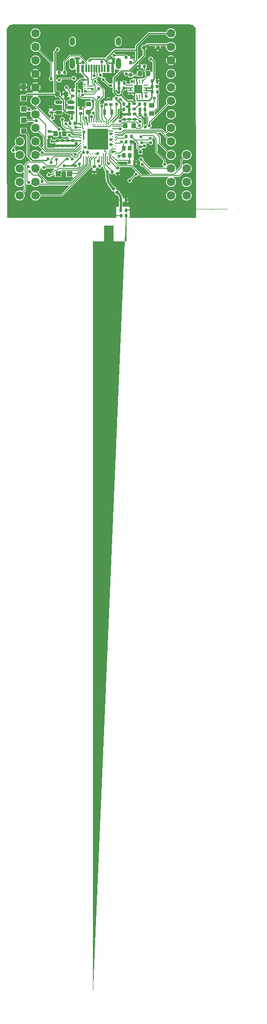
<source format=gbr>
%TF.GenerationSoftware,KiCad,Pcbnew,(6.99.0-1594-g5bf163de80)*%
%TF.CreationDate,2022-06-08T17:32:01-04:00*%
%TF.ProjectId,nrf52840,6e726635-3238-4343-902e-6b696361645f,v1.0*%
%TF.SameCoordinates,Original*%
%TF.FileFunction,Copper,L1,Top*%
%TF.FilePolarity,Positive*%
%FSLAX46Y46*%
G04 Gerber Fmt 4.6, Leading zero omitted, Abs format (unit mm)*
G04 Created by KiCad (PCBNEW (6.99.0-1594-g5bf163de80)) date 2022-06-08 17:32:01*
%MOMM*%
%LPD*%
G01*
G04 APERTURE LIST*
G04 Aperture macros list*
%AMRoundRect*
0 Rectangle with rounded corners*
0 $1 Rounding radius*
0 $2 $3 $4 $5 $6 $7 $8 $9 X,Y pos of 4 corners*
0 Add a 4 corners polygon primitive as box body*
4,1,4,$2,$3,$4,$5,$6,$7,$8,$9,$2,$3,0*
0 Add four circle primitives for the rounded corners*
1,1,$1+$1,$2,$3*
1,1,$1+$1,$4,$5*
1,1,$1+$1,$6,$7*
1,1,$1+$1,$8,$9*
0 Add four rect primitives between the rounded corners*
20,1,$1+$1,$2,$3,$4,$5,0*
20,1,$1+$1,$4,$5,$6,$7,0*
20,1,$1+$1,$6,$7,$8,$9,0*
20,1,$1+$1,$8,$9,$2,$3,0*%
%AMFreePoly0*
4,1,159,0.031343,0.118602,0.052758,0.115523,0.057201,0.111673,0.063500,0.109985,0.091744,0.081741,0.106839,0.068661,0.107677,0.065808,0.109985,0.063500,0.127000,0.000000,0.127000,-5.727207,0.121856,-5.762987,0.116842,-5.770788,0.115523,-5.779965,0.097800,-5.800419,0.083167,-5.823187,0.074733,-5.827039,0.068661,-5.834046,0.042692,-5.841671,0.018074,-5.852914,0.008897,-5.851595,
0.000000,-5.854207,-2.217801,-5.854207,-2.253581,-5.849063,-2.261382,-5.844049,-2.270559,-5.842730,-2.291013,-5.825007,-2.313781,-5.810374,-2.317633,-5.801940,-2.324640,-5.795868,-2.332265,-5.769899,-2.343508,-5.745281,-2.342189,-5.736104,-2.344801,-5.727207,-2.344801,-2.910601,-4.148201,-2.910601,-4.148201,-5.727207,-4.153345,-5.762987,-4.158359,-5.770788,-4.159678,-5.779965,-4.177401,-5.800419,
-4.192034,-5.823187,-4.200468,-5.827039,-4.206540,-5.834046,-4.232509,-5.841671,-4.257127,-5.852914,-4.266304,-5.851595,-4.275201,-5.854207,-6.256401,-5.854207,-6.292181,-5.849063,-6.299982,-5.844049,-6.309159,-5.842730,-6.329613,-5.825007,-6.352381,-5.810374,-6.356233,-5.801940,-6.363240,-5.795868,-6.370865,-5.769899,-6.382108,-5.745281,-6.380789,-5.736104,-6.383401,-5.727207,-6.383401,-2.885201,
-8.085201,-2.885201,-8.085201,-5.727207,-8.090345,-5.762987,-8.095359,-5.770788,-8.096678,-5.779965,-8.114401,-5.800419,-8.129034,-5.823187,-8.137468,-5.827039,-8.143540,-5.834046,-8.169509,-5.841671,-8.194127,-5.852914,-8.203304,-5.851595,-8.212201,-5.854207,-10.091801,-5.854207,-10.127581,-5.849063,-10.135382,-5.844049,-10.144559,-5.842730,-10.165013,-5.825007,-10.187781,-5.810374,-10.191633,-5.801940,
-10.198640,-5.795868,-10.206265,-5.769899,-10.217508,-5.745281,-10.216189,-5.736104,-10.218801,-5.727207,-10.218801,-2.763004,-10.213657,-2.727224,-10.174968,-2.667024,-10.109875,-2.637297,-10.039043,-2.647481,-9.984962,-2.694343,-9.964801,-2.763004,-9.964801,-5.600207,-8.339201,-5.600207,-8.339201,-2.758201,-8.334057,-2.722421,-8.329043,-2.714620,-8.327724,-2.705443,-8.310001,-2.684989,-8.295368,-2.662221,
-8.286934,-2.658369,-8.280862,-2.651362,-8.254893,-2.643737,-8.230275,-2.632494,-8.221098,-2.633813,-8.212201,-2.631201,-6.256401,-2.631201,-6.220621,-2.636345,-6.212820,-2.641359,-6.203643,-2.642678,-6.183189,-2.660401,-6.160421,-2.675034,-6.156569,-2.683468,-6.149562,-2.689540,-6.141937,-2.715509,-6.130694,-2.740127,-6.132013,-2.749304,-6.129401,-2.758201,-6.129401,-5.600207,-4.402201,-5.600207,
-4.402201,-2.783601,-4.397057,-2.747821,-4.392043,-2.740020,-4.390724,-2.730843,-4.373001,-2.710389,-4.358368,-2.687621,-4.349934,-2.683769,-4.343862,-2.676762,-4.317893,-2.669137,-4.293275,-2.657894,-4.284098,-2.659213,-4.275201,-2.656601,-2.217801,-2.656601,-2.182021,-2.661745,-2.174220,-2.666759,-2.165043,-2.668078,-2.144589,-2.685801,-2.121821,-2.700434,-2.117969,-2.708868,-2.110962,-2.714940,
-2.103337,-2.740909,-2.092094,-2.765527,-2.093413,-2.774704,-2.090801,-2.783601,-2.090801,-5.600207,-0.127000,-5.600207,-0.127000,0.000000,-0.121856,0.035780,-0.114235,0.047638,-0.109985,0.063500,-0.093350,0.080135,-0.083167,0.095980,-0.072746,0.100739,-0.063500,0.109985,-0.036884,0.117117,-0.018074,0.125707,-0.009453,0.124467,0.000000,0.127000,0.031343,0.118602,0.031343,0.118602,
$1*%
G04 Aperture macros list end*
%TA.AperFunction,SMDPad,CuDef*%
%ADD10RoundRect,0.218750X0.218750X0.256250X-0.218750X0.256250X-0.218750X-0.256250X0.218750X-0.256250X0*%
%TD*%
%TA.AperFunction,SMDPad,CuDef*%
%ADD11FreePoly0,0.000000*%
%TD*%
%TA.AperFunction,SMDPad,CuDef*%
%ADD12RoundRect,0.140000X-0.170000X0.140000X-0.170000X-0.140000X0.170000X-0.140000X0.170000X0.140000X0*%
%TD*%
%TA.AperFunction,SMDPad,CuDef*%
%ADD13RoundRect,0.135000X0.135000X0.185000X-0.135000X0.185000X-0.135000X-0.185000X0.135000X-0.185000X0*%
%TD*%
%TA.AperFunction,SMDPad,CuDef*%
%ADD14R,0.800000X0.900000*%
%TD*%
%TA.AperFunction,SMDPad,CuDef*%
%ADD15RoundRect,0.140000X0.170000X-0.140000X0.170000X0.140000X-0.170000X0.140000X-0.170000X-0.140000X0*%
%TD*%
%TA.AperFunction,SMDPad,CuDef*%
%ADD16RoundRect,0.140000X-0.140000X-0.170000X0.140000X-0.170000X0.140000X0.170000X-0.140000X0.170000X0*%
%TD*%
%TA.AperFunction,SMDPad,CuDef*%
%ADD17RoundRect,0.218750X0.256250X-0.218750X0.256250X0.218750X-0.256250X0.218750X-0.256250X-0.218750X0*%
%TD*%
%TA.AperFunction,SMDPad,CuDef*%
%ADD18RoundRect,0.140000X0.140000X0.170000X-0.140000X0.170000X-0.140000X-0.170000X0.140000X-0.170000X0*%
%TD*%
%TA.AperFunction,SMDPad,CuDef*%
%ADD19RoundRect,0.135000X-0.135000X-0.185000X0.135000X-0.185000X0.135000X0.185000X-0.135000X0.185000X0*%
%TD*%
%TA.AperFunction,SMDPad,CuDef*%
%ADD20R,0.600000X0.700000*%
%TD*%
%TA.AperFunction,ComponentPad*%
%ADD21C,1.600000*%
%TD*%
%TA.AperFunction,SMDPad,CuDef*%
%ADD22R,1.000000X1.000000*%
%TD*%
%TA.AperFunction,SMDPad,CuDef*%
%ADD23RoundRect,0.150000X0.512500X0.150000X-0.512500X0.150000X-0.512500X-0.150000X0.512500X-0.150000X0*%
%TD*%
%TA.AperFunction,SMDPad,CuDef*%
%ADD24RoundRect,0.218750X-0.256250X0.218750X-0.256250X-0.218750X0.256250X-0.218750X0.256250X0.218750X0*%
%TD*%
%TA.AperFunction,SMDPad,CuDef*%
%ADD25RoundRect,0.135000X-0.185000X0.135000X-0.185000X-0.135000X0.185000X-0.135000X0.185000X0.135000X0*%
%TD*%
%TA.AperFunction,SMDPad,CuDef*%
%ADD26RoundRect,0.135000X0.185000X-0.135000X0.185000X0.135000X-0.185000X0.135000X-0.185000X-0.135000X0*%
%TD*%
%TA.AperFunction,SMDPad,CuDef*%
%ADD27R,0.419999X0.220000*%
%TD*%
%TA.AperFunction,SMDPad,CuDef*%
%ADD28RoundRect,0.147500X0.226274X0.017678X0.017678X0.226274X-0.226274X-0.017678X-0.017678X-0.226274X0*%
%TD*%
%TA.AperFunction,SMDPad,CuDef*%
%ADD29C,0.150000*%
%TD*%
%TA.AperFunction,SMDPad,CuDef*%
%ADD30RoundRect,0.218750X-0.218750X-0.256250X0.218750X-0.256250X0.218750X0.256250X-0.218750X0.256250X0*%
%TD*%
%TA.AperFunction,SMDPad,CuDef*%
%ADD31RoundRect,0.062500X-0.375000X-0.062500X0.375000X-0.062500X0.375000X0.062500X-0.375000X0.062500X0*%
%TD*%
%TA.AperFunction,SMDPad,CuDef*%
%ADD32RoundRect,0.062500X-0.062500X-0.375000X0.062500X-0.375000X0.062500X0.375000X-0.062500X0.375000X0*%
%TD*%
%TA.AperFunction,SMDPad,CuDef*%
%ADD33R,1.600000X1.600000*%
%TD*%
%TA.AperFunction,SMDPad,CuDef*%
%ADD34C,0.250000*%
%TD*%
%TA.AperFunction,SMDPad,CuDef*%
%ADD35R,4.000000X4.000000*%
%TD*%
%TA.AperFunction,SMDPad,CuDef*%
%ADD36R,0.600000X1.450000*%
%TD*%
%TA.AperFunction,SMDPad,CuDef*%
%ADD37R,0.300000X1.450000*%
%TD*%
%TA.AperFunction,ComponentPad*%
%ADD38O,1.000000X2.100000*%
%TD*%
%TA.AperFunction,ComponentPad*%
%ADD39O,1.000000X1.600000*%
%TD*%
%TA.AperFunction,SMDPad,CuDef*%
%ADD40RoundRect,0.225000X0.225000X0.250000X-0.225000X0.250000X-0.225000X-0.250000X0.225000X-0.250000X0*%
%TD*%
%TA.AperFunction,ComponentPad*%
%ADD41C,0.800000*%
%TD*%
%TA.AperFunction,SMDPad,CuDef*%
%ADD42R,0.600000X1.100000*%
%TD*%
%TA.AperFunction,SMDPad,CuDef*%
%ADD43RoundRect,0.147500X0.172500X-0.147500X0.172500X0.147500X-0.172500X0.147500X-0.172500X-0.147500X0*%
%TD*%
%TA.AperFunction,ViaPad*%
%ADD44C,0.600000*%
%TD*%
%TA.AperFunction,Conductor*%
%ADD45C,0.150000*%
%TD*%
%TA.AperFunction,Conductor*%
%ADD46C,0.250000*%
%TD*%
%TA.AperFunction,Conductor*%
%ADD47C,0.428138*%
%TD*%
%TA.AperFunction,Conductor*%
%ADD48C,0.200000*%
%TD*%
G04 APERTURE END LIST*
%TO.C,NT1*%
G36*
X163490000Y-105045000D02*
G01*
X163190000Y-105045000D01*
X163190000Y-104895000D01*
X163490000Y-104895000D01*
X163490000Y-105045000D01*
G37*
%TD*%
D10*
%TO.P,F1,1*%
%TO.N,Net-(U2-IN)*%
X171450000Y-90300000D03*
%TO.P,F1,2*%
%TO.N,EXT_5V*%
X169875000Y-90300000D03*
%TD*%
D11*
%TO.P,AE1,1,A*%
%TO.N,/ANT*%
X167300000Y-116000000D03*
%TD*%
D12*
%TO.P,C13,1*%
%TO.N,GND*%
X164440000Y-95160000D03*
%TO.P,C13,2*%
%TO.N,Net-(U1-XL1/P0.00)*%
X164440000Y-96120000D03*
%TD*%
D13*
%TO.P,R4,1*%
%TO.N,BAT_VOLT*%
X170910000Y-98050000D03*
%TO.P,R4,2*%
%TO.N,GND*%
X169890000Y-98050000D03*
%TD*%
D14*
%TO.P,Y1,1,1*%
%TO.N,Net-(U1-XC1)*%
X167935999Y-105739999D03*
%TO.P,Y1,2,2*%
%TO.N,GND*%
X167935999Y-104339999D03*
%TO.P,Y1,3,3*%
%TO.N,Net-(U1-XC2)*%
X166835999Y-104339999D03*
%TO.P,Y1,4,4*%
%TO.N,GND*%
X166835999Y-105739999D03*
%TD*%
D15*
%TO.P,C9,1*%
%TO.N,Net-(U1-DECUSB)*%
X158700000Y-97820000D03*
%TO.P,C9,2*%
%TO.N,GND*%
X158700000Y-96860000D03*
%TD*%
D16*
%TO.P,C6,1*%
%TO.N,Net-(U1-DEC1)*%
X166905000Y-96050000D03*
%TO.P,C6,2*%
%TO.N,GND*%
X167865000Y-96050000D03*
%TD*%
%TO.P,C1,1*%
%TO.N,GND*%
X166360000Y-117040000D03*
%TO.P,C1,2*%
%TO.N,/ANT*%
X167320000Y-117040000D03*
%TD*%
D17*
%TO.P,L4,1*%
%TO.N,VDD_NRF*%
X160150000Y-97597500D03*
%TO.P,L4,2*%
%TO.N,Net-(U1-DCCH)*%
X160150000Y-96022500D03*
%TD*%
D18*
%TO.P,C2,1*%
%TO.N,GND*%
X167270000Y-114080000D03*
%TO.P,C2,2*%
%TO.N,Net-(C2-Pad2)*%
X166310000Y-114080000D03*
%TD*%
D19*
%TO.P,R9,1*%
%TO.N,VDDH*%
X172165000Y-93725000D03*
%TO.P,R9,2*%
%TO.N,Net-(D3-A)*%
X173185000Y-93725000D03*
%TD*%
D20*
%TO.P,D2,1,K*%
%TO.N,EXT_5V*%
X168159999Y-90574999D03*
%TO.P,D2,2,A*%
%TO.N,VBUS*%
X168159999Y-88274999D03*
%TD*%
D21*
%TO.P,U4,1,EXT_5V*%
%TO.N,EXT_5V*%
X150190000Y-82760000D03*
%TO.P,U4,2*%
%TO.N,P0.08*%
X150190000Y-85300000D03*
%TO.P,U4,3*%
%TO.N,P0.04*%
X150190000Y-87840000D03*
%TO.P,U4,4,GND*%
%TO.N,GND*%
X150190000Y-90380000D03*
%TO.P,U4,5,GND*%
X150190000Y-92920000D03*
%TO.P,U4,6*%
%TO.N,P0.17*%
X150190000Y-95460000D03*
%TO.P,U4,7*%
%TO.N,P0.20*%
X150190000Y-98000000D03*
%TO.P,U4,8*%
%TO.N,P0.22*%
X150190000Y-100540000D03*
%TO.P,U4,9*%
%TO.N,P0.24*%
X150190000Y-103080000D03*
%TO.P,U4,10*%
%TO.N,P1.00*%
X150190000Y-105620000D03*
%TO.P,U4,11*%
%TO.N,P1.02*%
X150190000Y-108160000D03*
%TO.P,U4,12*%
%TO.N,P1.04*%
X150190000Y-110700000D03*
%TO.P,U4,13*%
%TO.N,P1.06*%
X150190000Y-113240000D03*
%TO.P,U4,14*%
%TO.N,P0.06*%
X147210000Y-113240000D03*
%TO.P,U4,15*%
%TO.N,P1.09*%
X147210000Y-110700000D03*
%TO.P,U4,16*%
%TO.N,P1.01*%
X147210000Y-108160000D03*
%TO.P,U4,17*%
%TO.N,P0.23*%
X147210000Y-105620000D03*
%TO.P,U4,18*%
%TO.N,P0.30*%
X178710000Y-113240000D03*
%TO.P,U4,19*%
%TO.N,P1.07*%
X178710000Y-110700000D03*
%TO.P,U4,20*%
%TO.N,P1.10*%
X178710000Y-108160000D03*
%TO.P,U4,21*%
%TO.N,P0.12*%
X178710000Y-105620000D03*
%TO.P,U4,22*%
%TO.N,P0.09*%
X175760000Y-113240000D03*
%TO.P,U4,23*%
%TO.N,P0.10*%
X175760000Y-110700000D03*
%TO.P,U4,24*%
%TO.N,P1.13*%
X175760000Y-108160000D03*
%TO.P,U4,25*%
%TO.N,P0.02*%
X175760000Y-105620000D03*
%TO.P,U4,26*%
%TO.N,P0.29*%
X175760000Y-103080000D03*
%TO.P,U4,27*%
%TO.N,P0.31*%
X175760000Y-100540000D03*
%TO.P,U4,28*%
%TO.N,P0.25*%
X175760000Y-98000000D03*
%TO.P,U4,29*%
%TO.N,P0.11*%
X175760000Y-95460000D03*
%TO.P,U4,30,VCC*%
%TO.N,PPH_VCC*%
X175760000Y-92920000D03*
%TO.P,U4,31,RST*%
%TO.N,RESET*%
X175760000Y-90380000D03*
%TO.P,U4,32,GND*%
%TO.N,GND*%
X175760000Y-87840000D03*
%TO.P,U4,33,RAW*%
%TO.N,VBAT*%
X175760000Y-85300000D03*
%TO.P,U4,34,VBUS*%
%TO.N,VBUS*%
X175760000Y-82760000D03*
%TO.P,U4,35*%
%TO.N,P1.12*%
X147235000Y-103095000D03*
%TD*%
D22*
%TO.P,TP7,1,1*%
%TO.N,VDD_NRF*%
X147959999Y-101129999D03*
%TD*%
D12*
%TO.P,C11,1*%
%TO.N,GND*%
X166935000Y-97970000D03*
%TO.P,C11,2*%
%TO.N,Net-(U1-DEC4)*%
X166935000Y-98930000D03*
%TD*%
D23*
%TO.P,U3,1,VIN*%
%TO.N,VDDH*%
X156837500Y-97650000D03*
%TO.P,U3,2,GND*%
%TO.N,GND*%
X156837500Y-96700000D03*
%TO.P,U3,3,CE*%
%TO.N,PPH_VCC_CTRL*%
X156837500Y-95750000D03*
%TO.P,U3,4,NC*%
%TO.N,unconnected-(U3-NC)*%
X154562500Y-95750000D03*
%TO.P,U3,5,VOUT*%
%TO.N,PPH_VCC*%
X154562500Y-97650000D03*
%TD*%
D16*
%TO.P,C4,1*%
%TO.N,Net-(U1-XC2)*%
X167295000Y-103125000D03*
%TO.P,C4,2*%
%TO.N,GND*%
X168255000Y-103125000D03*
%TD*%
%TO.P,C16,1*%
%TO.N,GND*%
X169895000Y-97050000D03*
%TO.P,C16,2*%
%TO.N,BAT_VOLT*%
X170855000Y-97050000D03*
%TD*%
D24*
%TO.P,D3,1,K*%
%TO.N,Net-(D3-K)*%
X172100000Y-96287500D03*
%TO.P,D3,2,A*%
%TO.N,Net-(D3-A)*%
X172100000Y-97862500D03*
%TD*%
D12*
%TO.P,C14,1*%
%TO.N,GND*%
X163450000Y-95170000D03*
%TO.P,C14,2*%
%TO.N,Net-(U1-XL2/P0.01)*%
X163450000Y-96130000D03*
%TD*%
D13*
%TO.P,R12,1*%
%TO.N,/CC2*%
X155685000Y-90125000D03*
%TO.P,R12,2*%
%TO.N,GND*%
X154665000Y-90125000D03*
%TD*%
%TO.P,R10,1*%
%TO.N,Net-(U2-TS)*%
X166950000Y-92110000D03*
%TO.P,R10,2*%
%TO.N,GND*%
X165930000Y-92110000D03*
%TD*%
D12*
%TO.P,C24,1*%
%TO.N,GND*%
X153125000Y-96670000D03*
%TO.P,C24,2*%
%TO.N,PPH_VCC*%
X153125000Y-97630000D03*
%TD*%
D19*
%TO.P,R1,1*%
%TO.N,Net-(C2-Pad2)*%
X166290000Y-116010000D03*
%TO.P,R1,2*%
%TO.N,/ANT*%
X167310000Y-116010000D03*
%TD*%
D25*
%TO.P,R6,1*%
%TO.N,CHARGE_CTRL_1*%
X170010000Y-104090000D03*
%TO.P,R6,2*%
%TO.N,Net-(U2-ISET)*%
X170010000Y-105110000D03*
%TD*%
D22*
%TO.P,TP3,1,1*%
%TO.N,USB_D+*%
X147959999Y-99069999D03*
%TD*%
D26*
%TO.P,R5,1*%
%TO.N,GND*%
X152825000Y-102210000D03*
%TO.P,R5,2*%
%TO.N,Net-(D1-K)*%
X152825000Y-101190000D03*
%TD*%
D16*
%TO.P,C10,1*%
%TO.N,GND*%
X156720000Y-99650000D03*
%TO.P,C10,2*%
%TO.N,VBUS*%
X157680000Y-99650000D03*
%TD*%
D27*
%TO.P,U5,1,GND*%
%TO.N,GND*%
X159474998Y-92300001D03*
%TO.P,U5,2,NC*%
%TO.N,unconnected-(U5-NC)*%
X159474998Y-92699999D03*
%TO.P,U5,3,NC*%
%TO.N,unconnected-(U5-NC)_1*%
X159474998Y-93100001D03*
%TO.P,U5,4,D-*%
%TO.N,USB_D-*%
X160125000Y-93100001D03*
%TO.P,U5,5,D+*%
%TO.N,USB_D+*%
X160125000Y-92699999D03*
%TO.P,U5,6,VBUS*%
%TO.N,VBUS*%
X160125000Y-92300001D03*
%TD*%
D18*
%TO.P,C5,1*%
%TO.N,VSS_PA*%
X164680000Y-108800000D03*
%TO.P,C5,2*%
%TO.N,Net-(U1-ANT)*%
X163720000Y-108800000D03*
%TD*%
D16*
%TO.P,C3,1*%
%TO.N,Net-(U1-XC1)*%
X167920000Y-106975000D03*
%TO.P,C3,2*%
%TO.N,GND*%
X168880000Y-106975000D03*
%TD*%
%TO.P,C20,1*%
%TO.N,VDD_NRF*%
X166905000Y-97025000D03*
%TO.P,C20,2*%
%TO.N,GND*%
X167865000Y-97025000D03*
%TD*%
D28*
%TO.P,L1,1*%
%TO.N,Net-(C2-Pad2)*%
X165632947Y-112682947D03*
%TO.P,L1,2*%
%TO.N,Net-(U1-ANT)*%
X164947053Y-111997053D03*
%TD*%
D22*
%TO.P,TP6,1,1*%
%TO.N,SWD*%
X154479999Y-109169999D03*
%TD*%
D15*
%TO.P,C19,1*%
%TO.N,GND*%
X157250000Y-103905000D03*
%TO.P,C19,2*%
%TO.N,VDD_NRF*%
X157250000Y-102945000D03*
%TD*%
D12*
%TO.P,C12,1*%
%TO.N,GND*%
X167925000Y-97970000D03*
%TO.P,C12,2*%
%TO.N,Net-(U1-DEC4)*%
X167925000Y-98930000D03*
%TD*%
D18*
%TO.P,C23,1*%
%TO.N,Net-(U2-IN)*%
X170800000Y-88950000D03*
%TO.P,C23,2*%
%TO.N,GND*%
X169840000Y-88950000D03*
%TD*%
D15*
%TO.P,C15,1*%
%TO.N,GND*%
X154325000Y-103905000D03*
%TO.P,C15,2*%
%TO.N,VDD_NRF*%
X154325000Y-102945000D03*
%TD*%
D29*
%TO.P,NT1,1,1*%
%TO.N,VSS_PA*%
X163490000Y-104970000D03*
%TO.P,NT1,2,2*%
%TO.N,GND*%
X163190000Y-104970000D03*
%TD*%
D30*
%TO.P,D1,1,K*%
%TO.N,Net-(D1-K)*%
X154037500Y-101675000D03*
%TO.P,D1,2,A*%
%TO.N,BLUE_LED*%
X155612500Y-101675000D03*
%TD*%
D13*
%TO.P,R7,1*%
%TO.N,Net-(U2-ISET)*%
X168285000Y-102125000D03*
%TO.P,R7,2*%
%TO.N,CHARGE_CTRL_2*%
X167265000Y-102125000D03*
%TD*%
D26*
%TO.P,R8,1*%
%TO.N,PPH_VCC_CTRL*%
X157175000Y-94510000D03*
%TO.P,R8,2*%
%TO.N,GND*%
X157175000Y-93490000D03*
%TD*%
D12*
%TO.P,C7,1*%
%TO.N,Net-(U1-DEC3)*%
X165700000Y-108095000D03*
%TO.P,C7,2*%
%TO.N,GND*%
X165700000Y-109055000D03*
%TD*%
D31*
%TO.P,U2,1,TS*%
%TO.N,Net-(U2-TS)*%
X168112500Y-92475000D03*
%TO.P,U2,2,BAT*%
%TO.N,VBAT*%
X168112500Y-92975000D03*
%TO.P,U2,3,BAT*%
X168112500Y-93475000D03*
%TO.P,U2,4,~CE*%
%TO.N,GND*%
X168112500Y-93975000D03*
D32*
%TO.P,U2,5,EN2*%
X168800000Y-94662500D03*
%TO.P,U2,6,EN1*%
%TO.N,VDDH*%
X169300000Y-94662500D03*
%TO.P,U2,7,~PGOOD*%
%TO.N,unconnected-(U2-~PGOOD)*%
X169800000Y-94662500D03*
%TO.P,U2,8,VSS*%
%TO.N,GND*%
X170300000Y-94662500D03*
D31*
%TO.P,U2,9,~CHG*%
%TO.N,Net-(D3-K)*%
X170987500Y-93975000D03*
%TO.P,U2,10,OUT*%
%TO.N,VDDH*%
X170987500Y-93475000D03*
%TO.P,U2,11,OUT*%
X170987500Y-92975000D03*
%TO.P,U2,12,ILIM*%
%TO.N,unconnected-(U2-ILIM)*%
X170987500Y-92475000D03*
D32*
%TO.P,U2,13,IN*%
%TO.N,Net-(U2-IN)*%
X170300000Y-91787500D03*
%TO.P,U2,14,TMR*%
%TO.N,unconnected-(U2-TMR)*%
X169800000Y-91787500D03*
%TO.P,U2,15,SYSOFF*%
%TO.N,GND*%
X169300000Y-91787500D03*
%TO.P,U2,16,ISET*%
%TO.N,Net-(U2-ISET)*%
X168800000Y-91787500D03*
D33*
%TO.P,U2,17,PAD*%
%TO.N,GND*%
X169549999Y-93224999D03*
%TD*%
D16*
%TO.P,C26,1*%
%TO.N,GND*%
X165930000Y-93110000D03*
%TO.P,C26,2*%
%TO.N,VBAT*%
X166890000Y-93110000D03*
%TD*%
D12*
%TO.P,C18,1*%
%TO.N,VDD_NRF*%
X156275000Y-102945000D03*
%TO.P,C18,2*%
%TO.N,GND*%
X156275000Y-103905000D03*
%TD*%
D18*
%TO.P,C17,1*%
%TO.N,GND*%
X173130000Y-91725000D03*
%TO.P,C17,2*%
%TO.N,VDDH*%
X172170000Y-91725000D03*
%TD*%
D22*
%TO.P,TP4,1,1*%
%TO.N,USB_D-*%
X147959999Y-96989999D03*
%TD*%
D34*
%TO.P,U1,A8,AIN7/P0.31*%
%TO.N,P0.31*%
X165240000Y-101420000D03*
%TO.P,U1,A10,AIN5/P0.29*%
%TO.N,P0.29*%
X165240000Y-101920000D03*
%TO.P,U1,A12,AIN0/P0.02*%
%TO.N,P0.02*%
X165240000Y-102420000D03*
%TO.P,U1,A14,P1.15*%
%TO.N,CHARGE_CTRL_2*%
X165240000Y-102920000D03*
%TO.P,U1,A16,P1.13*%
%TO.N,P1.13*%
X165240000Y-103420000D03*
%TO.P,U1,A18,DEC2*%
%TO.N,unconnected-(U1-DEC2)*%
X165240000Y-103920000D03*
%TO.P,U1,A20,P1.10*%
%TO.N,P1.10*%
X165240000Y-104420000D03*
%TO.P,U1,A22,VDD*%
%TO.N,VDD_NRF*%
X165240000Y-104920000D03*
%TO.P,U1,A23,XC2*%
%TO.N,Net-(U1-XC2)*%
X165240000Y-105420000D03*
%TO.P,U1,AA24,SWDCLK*%
%TO.N,SWC*%
X159740000Y-105920000D03*
%TO.P,U1,AB2,DCCH*%
%TO.N,Net-(U1-DCCH)*%
X159490000Y-99920000D03*
%TO.P,U1,AC5,DECUSB*%
%TO.N,Net-(U1-DECUSB)*%
X159240000Y-100670000D03*
%TO.P,U1,AC9,P0.14*%
%TO.N,RESET*%
X159240000Y-101670000D03*
%TO.P,U1,AC11,P0.16*%
X159240000Y-102170000D03*
%TO.P,U1,AC13,P0.18/~RESET*%
X159240000Y-102670000D03*
%TO.P,U1,AC15,P0.19*%
%TO.N,unconnected-(U1-P0.19)*%
X159240000Y-103170000D03*
%TO.P,U1,AC17,P0.21*%
%TO.N,unconnected-(U1-P0.21)*%
X159240000Y-103670000D03*
%TO.P,U1,AC19,P0.23*%
%TO.N,P0.23*%
X159240000Y-104170000D03*
%TO.P,U1,AC21,P0.25*%
%TO.N,P0.25*%
X159240000Y-104670000D03*
%TO.P,U1,AC24,SWDIO*%
%TO.N,SWD*%
X159240000Y-105920000D03*
%TO.P,U1,AD2,VBUS*%
%TO.N,VBUS*%
X158740000Y-99920000D03*
%TO.P,U1,AD4,D-*%
%TO.N,USB_D-*%
X158740000Y-100420000D03*
%TO.P,U1,AD6,D+*%
%TO.N,USB_D+*%
X158740000Y-100920000D03*
%TO.P,U1,AD8,P0.13*%
%TO.N,PPH_VCC_CTRL*%
X158740000Y-101420000D03*
%TO.P,U1,AD10,P0.15*%
%TO.N,BLUE_LED*%
X158740000Y-101920000D03*
%TO.P,U1,AD12,P0.17*%
%TO.N,P0.17*%
X158740000Y-102420000D03*
%TO.P,U1,AD14,VDD*%
%TO.N,VDD_NRF*%
X158740000Y-102920000D03*
%TO.P,U1,AD16,P0.20*%
%TO.N,P0.20*%
X158740000Y-103420000D03*
%TO.P,U1,AD18,P0.22*%
%TO.N,P0.22*%
X158740000Y-103920000D03*
%TO.P,U1,AD20,P0.24*%
%TO.N,P0.24*%
X158740000Y-104420000D03*
%TO.P,U1,AD22,TRACEDATA0/P1.00*%
%TO.N,P1.00*%
X158740000Y-104920000D03*
%TO.P,U1,AD23,VDD*%
%TO.N,VDD_NRF*%
X158740000Y-105420000D03*
%TO.P,U1,B1,VDD*%
X164740000Y-99420000D03*
%TO.P,U1,B3,DCC*%
%TO.N,Net-(U1-DCC)*%
X164740000Y-100170000D03*
%TO.P,U1,B5,DEC4*%
%TO.N,Net-(U1-DEC4)*%
X164740000Y-100670000D03*
%TO.P,U1,B7,VSS*%
%TO.N,GND*%
X164740000Y-101170000D03*
%TO.P,U1,B9,AIN6/P0.30*%
%TO.N,P0.30*%
X164740000Y-101670000D03*
%TO.P,U1,B11,AIN4/P0.28*%
%TO.N,unconnected-(U1-AIN4/P0.28)*%
X164740000Y-102170000D03*
%TO.P,U1,B13,AIN1/P0.03*%
%TO.N,BAT_VOLT*%
X164740000Y-102670000D03*
%TO.P,U1,B15,P1.14*%
%TO.N,unconnected-(U1-P1.14)*%
X164740000Y-103170000D03*
%TO.P,U1,B17,P1.12*%
%TO.N,P1.12*%
X164740000Y-103670000D03*
%TO.P,U1,B19,P1.11*%
%TO.N,unconnected-(U1-P1.11)*%
X164740000Y-104170000D03*
%TO.P,U1,B24,XC1*%
%TO.N,Net-(U1-XC1)*%
X164740000Y-105920000D03*
%TO.P,U1,C1,DEC1*%
%TO.N,Net-(U1-DEC1)*%
X164240000Y-99420000D03*
%TO.P,U1,D2,XL1/P0.00*%
%TO.N,Net-(U1-XL1/P0.00)*%
X163990000Y-99920000D03*
%TO.P,U1,D23,DEC3*%
%TO.N,Net-(U1-DEC3)*%
X163990000Y-105420000D03*
%TO.P,U1,E24,DEC6*%
%TO.N,Net-(U1-DEC4)*%
X163740000Y-105920000D03*
D35*
%TO.P,U1,EP,VSS*%
%TO.N,GND*%
X161989999Y-102669999D03*
D34*
%TO.P,U1,F2,XL2/P0.01*%
%TO.N,Net-(U1-XL2/P0.01)*%
X163490000Y-99920000D03*
%TO.P,U1,F23,VSS_PA*%
%TO.N,VSS_PA*%
X163490000Y-105420000D03*
%TO.P,U1,G1,P0.26*%
%TO.N,CHARGE_CTRL_1*%
X163240000Y-99420000D03*
%TO.P,U1,H2,P0.27*%
%TO.N,unconnected-(U1-P0.27)*%
X162990000Y-99920000D03*
%TO.P,U1,H23,ANT*%
%TO.N,Net-(U1-ANT)*%
X162990000Y-105420000D03*
%TO.P,U1,J1,AIN2/P0.04*%
%TO.N,P0.04*%
X162740000Y-99420000D03*
%TO.P,U1,J24,NFC2/P0.10*%
%TO.N,P0.10*%
X162740000Y-105920000D03*
%TO.P,U1,K2,AIN3/P0.05*%
%TO.N,unconnected-(U1-AIN3/P0.05)*%
X162490000Y-99920000D03*
%TO.P,U1,L1,P0.06*%
%TO.N,P0.06*%
X162240000Y-99420000D03*
%TO.P,U1,L24,NFC1/P0.09*%
%TO.N,P0.09*%
X162240000Y-105920000D03*
%TO.P,U1,M2,TRACECLK/P0.07*%
%TO.N,unconnected-(U1-TRACECLK/P0.07)*%
X161990000Y-99920000D03*
%TO.P,U1,N1,P0.08*%
%TO.N,P0.08*%
X161740000Y-99420000D03*
%TO.P,U1,N24,DEC5*%
%TO.N,Net-(U1-DEC5)*%
X161740000Y-105920000D03*
%TO.P,U1,P2,P1.08*%
%TO.N,unconnected-(U1-P1.08)*%
X161490000Y-99920000D03*
%TO.P,U1,P23,P1.07*%
%TO.N,P1.07*%
X161490000Y-105420000D03*
%TO.P,U1,R1,TRACEDATA3/P1.09*%
%TO.N,P1.09*%
X161240000Y-99420000D03*
%TO.P,U1,R24,P1.06*%
%TO.N,P1.06*%
X161240000Y-105920000D03*
%TO.P,U1,T2,TRACEDATA2/P0.11*%
%TO.N,P0.11*%
X160990000Y-99920000D03*
%TO.P,U1,T23,P1.05*%
%TO.N,unconnected-(U1-P1.05)*%
X160990000Y-105420000D03*
%TO.P,U1,U1,TRACEDATA1/P0.12*%
%TO.N,P0.12*%
X160740000Y-99420000D03*
%TO.P,U1,U24,P1.04*%
%TO.N,P1.04*%
X160740000Y-105920000D03*
%TO.P,U1,V23,P1.03*%
%TO.N,unconnected-(U1-P1.03)*%
X160490000Y-105420000D03*
%TO.P,U1,W1,VDD*%
%TO.N,VDD_NRF*%
X160240000Y-99420000D03*
%TO.P,U1,W24,P1.02*%
%TO.N,P1.02*%
X160240000Y-105920000D03*
%TO.P,U1,Y2,VDDH*%
%TO.N,VDDH*%
X159990000Y-99920000D03*
%TO.P,U1,Y23,P1.01*%
%TO.N,P1.01*%
X159990000Y-105420000D03*
%TD*%
D12*
%TO.P,C8,1*%
%TO.N,Net-(U1-DEC5)*%
X161280000Y-107860000D03*
%TO.P,C8,2*%
%TO.N,GND*%
X161280000Y-108820000D03*
%TD*%
D19*
%TO.P,R3,1*%
%TO.N,Net-(R2-Pad2)*%
X169840000Y-96050000D03*
%TO.P,R3,2*%
%TO.N,BAT_VOLT*%
X170860000Y-96050000D03*
%TD*%
D25*
%TO.P,R2,1*%
%TO.N,VBAT*%
X168825000Y-95990000D03*
%TO.P,R2,2*%
%TO.N,Net-(R2-Pad2)*%
X168825000Y-97010000D03*
%TD*%
D22*
%TO.P,TP1,1,1*%
%TO.N,VDDH*%
X147949999Y-94929999D03*
%TD*%
D36*
%TO.P,J1,A1,GND*%
%TO.N,GND*%
X164739999Y-89364999D03*
X158239999Y-89364999D03*
%TO.P,J1,A4,VBUS*%
%TO.N,VBUS*%
X163939999Y-89364999D03*
X159039999Y-89364999D03*
D37*
%TO.P,J1,A5,CC1*%
%TO.N,/CC1*%
X162739999Y-89364999D03*
%TO.P,J1,A6,D+*%
%TO.N,USB_D+*%
X161739999Y-89364999D03*
%TO.P,J1,A7,D-*%
%TO.N,USB_D-*%
X161239999Y-89364999D03*
%TO.P,J1,A8,SBU1*%
%TO.N,unconnected-(J1-SBU1)*%
X160239999Y-89364999D03*
%TO.P,J1,B5,CC2*%
%TO.N,/CC2*%
X159739999Y-89364999D03*
%TO.P,J1,B6,D+*%
%TO.N,USB_D+*%
X160739999Y-89364999D03*
%TO.P,J1,B7,D-*%
%TO.N,USB_D-*%
X162239999Y-89364999D03*
%TO.P,J1,B8,SBU2*%
%TO.N,unconnected-(J1-SBU2)*%
X163239999Y-89364999D03*
D38*
%TO.P,J1,S1,SHIELD*%
%TO.N,unconnected-(J1-SHIELD)_3*%
X157169999Y-88449999D03*
D39*
%TO.P,J1,S2,SHIELD*%
%TO.N,unconnected-(J1-SHIELD)_1*%
X157169999Y-84269999D03*
%TO.P,J1,S3,SHIELD*%
%TO.N,unconnected-(J1-SHIELD)_2*%
X165809999Y-84269999D03*
D38*
%TO.P,J1,S4,SHIELD*%
%TO.N,unconnected-(J1-SHIELD)*%
X165809999Y-88449999D03*
%TD*%
D10*
%TO.P,L3,1*%
%TO.N,Net-(L2-Pad2)*%
X168737500Y-100150000D03*
%TO.P,L3,2*%
%TO.N,Net-(U1-DCC)*%
X167162500Y-100150000D03*
%TD*%
D40*
%TO.P,C22,1*%
%TO.N,GND*%
X155907500Y-94190000D03*
%TO.P,C22,2*%
%TO.N,VDDH*%
X154357500Y-94190000D03*
%TD*%
D41*
%TO.P,J2,1,Pin_1*%
%TO.N,GND*%
X173275000Y-85500000D03*
%TD*%
D15*
%TO.P,C21,1*%
%TO.N,GND*%
X155300000Y-103905000D03*
%TO.P,C21,2*%
%TO.N,VDD_NRF*%
X155300000Y-102945000D03*
%TD*%
D22*
%TO.P,TP2,1,1*%
%TO.N,GND*%
X147929999Y-92859999D03*
%TD*%
D41*
%TO.P,J4,1,Pin_1*%
%TO.N,VBAT*%
X170650000Y-85450000D03*
%TD*%
D22*
%TO.P,TP5,1,1*%
%TO.N,SWC*%
X156589999Y-109169999D03*
%TD*%
D42*
%TO.P,Y2,1,1*%
%TO.N,Net-(U1-XL1/P0.00)*%
X164591999Y-97535999D03*
%TO.P,Y2,2,2*%
%TO.N,Net-(U1-XL2/P0.01)*%
X163191999Y-97535999D03*
%TD*%
D43*
%TO.P,L2,1*%
%TO.N,Net-(U1-DEC4)*%
X168925000Y-98910000D03*
%TO.P,L2,2*%
%TO.N,Net-(L2-Pad2)*%
X168925000Y-97940000D03*
%TD*%
D18*
%TO.P,C25,1*%
%TO.N,GND*%
X173130000Y-92725000D03*
%TO.P,C25,2*%
%TO.N,VDDH*%
X172170000Y-92725000D03*
%TD*%
D19*
%TO.P,R11,1*%
%TO.N,/CC1*%
X167315000Y-87275000D03*
%TO.P,R11,2*%
%TO.N,GND*%
X168335000Y-87275000D03*
%TD*%
D44*
%TO.N,GND*%
X166324020Y-98100000D03*
X155050000Y-92875000D03*
X168300000Y-114075000D03*
X178400000Y-83800000D03*
X167070000Y-93870000D03*
X178800000Y-88800000D03*
X174075000Y-102475000D03*
X147000000Y-115800000D03*
X162025000Y-102700000D03*
X167210500Y-107179500D03*
X166375000Y-90600000D03*
X163025000Y-103700000D03*
X165865500Y-93880000D03*
X172125000Y-86700000D03*
X149100000Y-112200000D03*
X161025000Y-103700000D03*
X154800000Y-88350000D03*
X163850000Y-90725000D03*
X162543170Y-92018754D03*
X172475000Y-104375000D03*
X170823122Y-98834447D03*
X172360000Y-115960000D03*
X145280000Y-108450000D03*
X165950000Y-105840000D03*
X158867091Y-92086591D03*
X171900000Y-88600000D03*
X179200000Y-97800000D03*
X173450000Y-106225000D03*
X154425000Y-98825000D03*
X152720000Y-103930000D03*
X161450000Y-84800000D03*
X168926744Y-103534236D03*
X158425000Y-95275000D03*
X168350000Y-108425000D03*
X173825000Y-99350000D03*
X158650000Y-82175000D03*
X170875000Y-108875000D03*
X161910000Y-86990989D03*
X161025000Y-102700000D03*
X153725000Y-111825000D03*
X163025000Y-101700000D03*
X172200000Y-106400000D03*
X153180000Y-110355980D03*
X161025000Y-101700000D03*
X152950000Y-93125000D03*
X169425000Y-107900000D03*
X167700000Y-96550000D03*
X176050000Y-115530000D03*
X150000000Y-116000000D03*
X171150000Y-110425000D03*
X163025000Y-102700000D03*
X164525000Y-82075000D03*
X163570000Y-93180733D03*
X162876183Y-95564219D03*
X170320000Y-112880000D03*
X156775000Y-92575000D03*
X173575000Y-83875000D03*
X168725000Y-82200000D03*
X157000000Y-113200000D03*
X164675000Y-117050000D03*
X167980000Y-86610000D03*
X159575000Y-109900000D03*
X151825000Y-96325000D03*
X174575000Y-94025000D03*
X147200000Y-88400000D03*
X173700000Y-89075000D03*
X153150000Y-83150000D03*
X179000000Y-93400000D03*
X152910000Y-108570000D03*
X153150000Y-95500000D03*
X158800000Y-111600000D03*
X152225000Y-88625000D03*
X162025000Y-103700000D03*
X162025000Y-101700000D03*
X147210000Y-85350000D03*
%TO.N,Net-(U1-DEC1)*%
X166222091Y-95187909D03*
X165527909Y-96062091D03*
%TO.N,VBUS*%
X159275000Y-91475000D03*
X160400000Y-87875000D03*
%TO.N,Net-(U1-DEC4)*%
X166180000Y-100675011D03*
X166152717Y-99288706D03*
X168005764Y-110419236D03*
X169175000Y-109225000D03*
X169900000Y-99325000D03*
X163950000Y-107225000D03*
%TO.N,VDD_NRF*%
X157710000Y-107681469D03*
X155590000Y-107681469D03*
X153350000Y-103100000D03*
X160991949Y-95476736D03*
X152540000Y-106360000D03*
X164789236Y-105061736D03*
X165402450Y-94953536D03*
%TO.N,BAT_VOLT*%
X170250016Y-103366748D03*
X164419502Y-102700000D03*
X171973264Y-103313264D03*
X170908314Y-100366517D03*
%TO.N,VDDH*%
X159685500Y-98675000D03*
X157025000Y-98750000D03*
X171950000Y-87550000D03*
X154340000Y-85780000D03*
%TO.N,PPH_VCC*%
X159074940Y-94375041D03*
X162152750Y-93180722D03*
X153430000Y-98650000D03*
%TO.N,EXT_5V*%
X167285764Y-90360764D03*
%TO.N,Net-(D3-K)*%
X171075000Y-94625000D03*
X172651749Y-94955175D03*
%TO.N,/CC1*%
X162750000Y-88100000D03*
X165010000Y-86930000D03*
%TO.N,USB_D+*%
X150352496Y-99218717D03*
X159590000Y-93650000D03*
X155904500Y-99775000D03*
%TO.N,USB_D-*%
X160925000Y-93275000D03*
X162450000Y-90625000D03*
X148980000Y-97090000D03*
X157825000Y-100425000D03*
X161244500Y-90730000D03*
%TO.N,CHARGE_CTRL_1*%
X162687500Y-96410000D03*
X170725500Y-103920000D03*
%TO.N,PPH_VCC_CTRL*%
X155260000Y-98904500D03*
X156030000Y-92950000D03*
%TO.N,P1.13*%
X170120000Y-106470000D03*
X166419652Y-103193554D03*
%TO.N,RESET*%
X159340000Y-101310000D03*
%TO.N,Net-(U2-ISET)*%
X168390000Y-91790000D03*
X171837028Y-102491528D03*
%TO.N,P0.25*%
X159285008Y-105195008D03*
X157740000Y-105553539D03*
X163000000Y-91450000D03*
X151480000Y-105210000D03*
X164450000Y-92550000D03*
X157440000Y-91230000D03*
X154700000Y-91575000D03*
%TO.N,P0.17*%
X154700000Y-100820000D03*
X156587403Y-101912597D03*
%TO.N,P0.23*%
X156180000Y-106392099D03*
X151758149Y-108017044D03*
X159560498Y-104180000D03*
%TO.N,P0.04*%
X161485500Y-91800000D03*
%TO.N,P0.10*%
X162300000Y-107725000D03*
%TO.N,P0.09*%
X162046993Y-106762508D03*
%TO.N,P0.08*%
X158414500Y-93625000D03*
X153160000Y-91270000D03*
%TO.N,P0.11*%
X169810000Y-100080000D03*
X171700000Y-100100000D03*
%TO.N,P1.01*%
X151460000Y-110635500D03*
X157130000Y-106390000D03*
X153140000Y-107020000D03*
X160010000Y-105099502D03*
X149121111Y-108767579D03*
%TO.N,P0.30*%
X174550000Y-107360000D03*
X170090000Y-102200000D03*
X164420000Y-101680000D03*
%TO.N,P1.12*%
X158450000Y-107285500D03*
X164448067Y-103644778D03*
X148880000Y-110780000D03*
X152688264Y-109358264D03*
X148800000Y-107790000D03*
X146000000Y-104780000D03*
%TO.N,P0.12*%
X170311528Y-107375000D03*
X160794500Y-98410000D03*
%TO.N,P1.09*%
X161070000Y-97720000D03*
%TO.N,P1.07*%
X161949989Y-105399868D03*
%TO.N,P0.06*%
X162090097Y-94740097D03*
X154142091Y-106437909D03*
%TD*%
D45*
%TO.N,Net-(U2-IN)*%
X171450000Y-90300000D02*
X171450000Y-90637500D01*
X171450000Y-90637500D02*
X170300000Y-91787500D01*
X170800000Y-88950000D02*
X170800000Y-89650000D01*
X170800000Y-89650000D02*
X171450000Y-90300000D01*
D46*
%TO.N,VDDH*%
X171950000Y-87550000D02*
X172500000Y-88100000D01*
X172500000Y-88100000D02*
X172500000Y-91395000D01*
X172500000Y-91395000D02*
X172170000Y-91725000D01*
%TO.N,GND*%
X170295480Y-94657980D02*
X170295480Y-93970480D01*
D45*
X167865000Y-96385000D02*
X167700000Y-96550000D01*
X158700000Y-95550000D02*
X158425000Y-95275000D01*
X152825000Y-103825000D02*
X152825000Y-102210000D01*
X159080502Y-92300002D02*
X159474999Y-92300002D01*
X166454020Y-97970000D02*
X166324020Y-98100000D01*
X163450000Y-95170000D02*
X164430000Y-95170000D01*
X165700000Y-109055000D02*
X167720000Y-109055000D01*
X156837500Y-96700000D02*
X156623634Y-96700000D01*
X166935000Y-97970000D02*
X166454020Y-97970000D01*
X164740000Y-89365000D02*
X164740000Y-90240000D01*
D46*
X157250000Y-103905000D02*
X156275000Y-103905000D01*
D45*
X153125000Y-95525000D02*
X153150000Y-95500000D01*
X166360000Y-117040000D02*
X164685000Y-117040000D01*
D46*
X169895000Y-98045000D02*
X169890000Y-98050000D01*
D45*
X158867091Y-92086591D02*
X159080502Y-92300002D01*
X167070000Y-93870000D02*
X167862500Y-94662500D01*
X168664236Y-103534236D02*
X168255000Y-103125000D01*
D46*
X165930000Y-92110000D02*
X165930000Y-91045000D01*
D45*
X167980000Y-86730000D02*
X167980000Y-86610000D01*
X170038675Y-98050000D02*
X170823122Y-98834447D01*
D46*
X154325000Y-103905000D02*
X155300000Y-103905000D01*
D45*
X164740000Y-101170000D02*
X163490000Y-101170000D01*
D46*
X170300000Y-94662500D02*
X170295480Y-94657980D01*
D45*
X167865000Y-97025000D02*
X167865000Y-97910000D01*
D46*
X168800000Y-93975000D02*
X169550000Y-93225000D01*
D45*
X164740000Y-90240000D02*
X164255000Y-90725000D01*
X152183753Y-109613753D02*
X152925980Y-110355980D01*
X164685000Y-117040000D02*
X164675000Y-117050000D01*
X168926744Y-103534236D02*
X168664236Y-103534236D01*
D46*
X169300000Y-91787500D02*
X169300000Y-92975000D01*
X169895000Y-97050000D02*
X169895000Y-98045000D01*
D45*
X166935000Y-97970000D02*
X167925000Y-97970000D01*
X154850000Y-98400000D02*
X154425000Y-98825000D01*
X156720000Y-99650000D02*
X156720000Y-99345000D01*
X167270000Y-114080000D02*
X168295000Y-114080000D01*
X167865000Y-96050000D02*
X167865000Y-97025000D01*
X168255000Y-103125000D02*
X168255000Y-104021000D01*
X156623634Y-96700000D02*
X155907500Y-95983866D01*
X152763041Y-108570000D02*
X152183753Y-109149288D01*
X155775000Y-98400000D02*
X154850000Y-98400000D01*
X165950000Y-105840000D02*
X166050000Y-105740000D01*
X155907500Y-93732500D02*
X155050000Y-92875000D01*
D46*
X168800000Y-94662500D02*
X168800000Y-93975000D01*
D45*
X168295000Y-114080000D02*
X168300000Y-114075000D01*
D46*
X165930000Y-91045000D02*
X166375000Y-90600000D01*
D45*
X158700000Y-96860000D02*
X158700000Y-95550000D01*
X155907500Y-94190000D02*
X155907500Y-93732500D01*
X157175000Y-92975000D02*
X156775000Y-92575000D01*
X164255000Y-90725000D02*
X163850000Y-90725000D01*
X167720000Y-109055000D02*
X168350000Y-108425000D01*
X166050000Y-105740000D02*
X166836000Y-105740000D01*
D46*
X170295480Y-93970480D02*
X169550000Y-93225000D01*
D45*
X168335000Y-87085000D02*
X167980000Y-86730000D01*
X156720000Y-99345000D02*
X155775000Y-98400000D01*
X167865000Y-96050000D02*
X167865000Y-96385000D01*
X163190000Y-104970000D02*
X163190000Y-103870000D01*
X152183753Y-109149288D02*
X152183753Y-109613753D01*
D46*
X168112500Y-93975000D02*
X168800000Y-93975000D01*
D45*
X152720000Y-103930000D02*
X152825000Y-103825000D01*
X152910000Y-108570000D02*
X152763041Y-108570000D01*
D46*
X155300000Y-103905000D02*
X156275000Y-103905000D01*
D45*
X152925980Y-110355980D02*
X153180000Y-110355980D01*
X153125000Y-96670000D02*
X153125000Y-95525000D01*
X167862500Y-94662500D02*
X168800000Y-94662500D01*
X157175000Y-93490000D02*
X157175000Y-92975000D01*
X155907500Y-95983866D02*
X155907500Y-94190000D01*
D47*
%TO.N,Net-(C2-Pad2)*%
X166297014Y-116012014D02*
X166297014Y-114102014D01*
X165639961Y-112684961D02*
X166024121Y-113069121D01*
X166317014Y-113776228D02*
X166317014Y-114082014D01*
X166316990Y-113776228D02*
G75*
G03*
X166024121Y-113069121I-999990J28D01*
G01*
D45*
%TO.N,Net-(U1-XC1)*%
X167620000Y-106675000D02*
X165495000Y-106675000D01*
X167920000Y-106975000D02*
X167620000Y-106675000D01*
X165495000Y-106675000D02*
X164740000Y-105920000D01*
X167936000Y-105740000D02*
X167936000Y-106959000D01*
%TO.N,Net-(U1-XC2)*%
X166660000Y-104340000D02*
X166660000Y-104755000D01*
X165364511Y-105295489D02*
X165240000Y-105420000D01*
X166800000Y-103525000D02*
X166800000Y-104304000D01*
X167200000Y-103125000D02*
X166800000Y-103525000D01*
X166119511Y-105295489D02*
X165364511Y-105295489D01*
X166660000Y-104755000D02*
X166119511Y-105295489D01*
%TO.N,VSS_PA*%
X163374728Y-107399728D02*
X164680000Y-108705000D01*
X163374728Y-105535272D02*
X163374728Y-107399728D01*
X163490000Y-105420000D02*
X163374728Y-105535272D01*
X163490000Y-104970000D02*
X163490000Y-105420000D01*
%TO.N,Net-(U1-ANT)*%
X163089214Y-105519214D02*
X163089214Y-107335787D01*
D47*
X164605694Y-111650694D02*
X164954067Y-111999067D01*
X163727014Y-108802014D02*
X163727014Y-109529373D01*
D45*
X162990000Y-105420000D02*
X163089214Y-105519214D01*
D47*
X163727029Y-109529373D02*
G75*
G03*
X164605694Y-111650694I2999971J-27D01*
G01*
D45*
X163089220Y-107335787D02*
G75*
G03*
X163675001Y-108749999I1999980J-13D01*
G01*
%TO.N,Net-(U1-DEC1)*%
X165440000Y-98253988D02*
X164273988Y-99420000D01*
X165440000Y-96150000D02*
X165440000Y-98253988D01*
X166222091Y-95187909D02*
X166905000Y-95870818D01*
X165527909Y-96062091D02*
X165440000Y-96150000D01*
%TO.N,Net-(U1-DEC3)*%
X164125000Y-106625000D02*
X164125000Y-105555000D01*
X165595000Y-108095000D02*
X164125000Y-106625000D01*
X164125000Y-105555000D02*
X163990000Y-105420000D01*
%TO.N,Net-(U1-DEC5)*%
X161355000Y-106305000D02*
X161740000Y-105920000D01*
X161355000Y-106305000D02*
X161355000Y-107785000D01*
%TO.N,Net-(U1-DECUSB)*%
X159069511Y-100499511D02*
X159240000Y-100670000D01*
X158750000Y-97870000D02*
X158750000Y-99463988D01*
X158750000Y-99463988D02*
X159069511Y-99783499D01*
X159069511Y-99783499D02*
X159069511Y-100499511D01*
D46*
%TO.N,VBUS*%
X171630000Y-82760000D02*
X169270000Y-85120000D01*
X159040000Y-89365000D02*
X159040000Y-90165000D01*
X169270000Y-85904381D02*
X169270000Y-87790000D01*
X163615000Y-87420802D02*
X165155802Y-85880000D01*
X163615000Y-88065000D02*
X163615000Y-87420802D01*
X169245619Y-85880000D02*
X169270000Y-85904381D01*
X175760000Y-82760000D02*
X171630000Y-82760000D01*
X158470000Y-99650000D02*
X158740000Y-99920000D01*
X168785000Y-88275000D02*
X168160000Y-88275000D01*
X163095489Y-87545489D02*
X160729511Y-87545489D01*
X160125001Y-91250001D02*
X160125001Y-91474999D01*
X157680000Y-99650000D02*
X158470000Y-99650000D01*
X169270000Y-85120000D02*
X169270000Y-85904381D01*
X159040000Y-90165000D02*
X160125001Y-91250001D01*
X160125000Y-91475000D02*
X160125001Y-91474999D01*
X163615000Y-88065000D02*
X163095489Y-87545489D01*
X159275000Y-91475000D02*
X160125000Y-91475000D01*
X163940000Y-88740000D02*
X163615000Y-88415000D01*
X163615000Y-88415000D02*
X163615000Y-88065000D01*
X157860000Y-99470000D02*
X157860000Y-92210000D01*
X165155802Y-85880000D02*
X169245619Y-85880000D01*
X157680000Y-99650000D02*
X157860000Y-99470000D01*
X157860000Y-92210000D02*
X158595000Y-91475000D01*
X169270000Y-87790000D02*
X168785000Y-88275000D01*
X160125001Y-91474999D02*
X160125001Y-92300002D01*
X163940000Y-89365000D02*
X163940000Y-88740000D01*
X160729511Y-87545489D02*
X160400000Y-87875000D01*
X158595000Y-91475000D02*
X159275000Y-91475000D01*
D45*
%TO.N,Net-(U1-DEC4)*%
X166152717Y-99288706D02*
X166511423Y-98930000D01*
X166179989Y-100675000D02*
X164745000Y-100675000D01*
X163740000Y-107015000D02*
X163950000Y-107225000D01*
X166935000Y-98930000D02*
X167925000Y-98930000D01*
X168005764Y-110419236D02*
X169175000Y-109250000D01*
X166180000Y-100675011D02*
X166179989Y-100675000D01*
X169485000Y-98910000D02*
X169900000Y-99325000D01*
X163740000Y-105920000D02*
X163740000Y-107015000D01*
X166511423Y-98930000D02*
X166935000Y-98930000D01*
X167925000Y-98930000D02*
X168905000Y-98930000D01*
X168925000Y-98910000D02*
X169485000Y-98910000D01*
X169175000Y-109250000D02*
X169175000Y-109225000D01*
%TO.N,Net-(U1-XL1/P0.00)*%
X164592000Y-97536000D02*
X164592000Y-98458000D01*
X163865000Y-99185000D02*
X163865000Y-99795000D01*
X164440000Y-96120000D02*
X164440000Y-97384000D01*
X164592000Y-98458000D02*
X163865000Y-99185000D01*
X163865000Y-99795000D02*
X163990000Y-99920000D01*
%TO.N,Net-(U1-XL2/P0.01)*%
X163192000Y-96388000D02*
X163192000Y-97536000D01*
X163192000Y-97536000D02*
X163192000Y-98492000D01*
X163585480Y-99824520D02*
X163490000Y-99920000D01*
X163192000Y-98492000D02*
X163585480Y-98885480D01*
X163585480Y-98885480D02*
X163585480Y-99824520D01*
X163450000Y-96130000D02*
X163192000Y-96388000D01*
D46*
%TO.N,VDD_NRF*%
X165769520Y-97025000D02*
X166905000Y-97025000D01*
X156275000Y-102945000D02*
X157250000Y-102945000D01*
X165402450Y-95152450D02*
X166250000Y-96000000D01*
X165402450Y-94953536D02*
X165402450Y-95152450D01*
X160991949Y-96755551D02*
X160150000Y-97597500D01*
X165769520Y-98390480D02*
X165769520Y-97025000D01*
X166250000Y-96000000D02*
X166250000Y-97025000D01*
X158715000Y-102945000D02*
X158740000Y-102920000D01*
X154325000Y-102945000D02*
X155300000Y-102945000D01*
X152540000Y-106360000D02*
X152225489Y-106674511D01*
X160991949Y-95476736D02*
X160991949Y-96755551D01*
X160240000Y-97687500D02*
X160240000Y-99420000D01*
X152225489Y-106674511D02*
X149604511Y-106674511D01*
X149604511Y-106674511D02*
X148750000Y-105820000D01*
X166250000Y-97025000D02*
X166905000Y-97025000D01*
X164740000Y-99420000D02*
X165769520Y-98390480D01*
X153350000Y-103100000D02*
X154170000Y-103100000D01*
X156988531Y-107681469D02*
X158740000Y-105930000D01*
X155590000Y-107681469D02*
X157710000Y-107681469D01*
X148750000Y-101920000D02*
X147960000Y-101130000D01*
X155590000Y-107681469D02*
X156988531Y-107681469D01*
X155300000Y-102945000D02*
X156275000Y-102945000D01*
X157250000Y-102945000D02*
X158715000Y-102945000D01*
X148750000Y-105820000D02*
X148750000Y-101920000D01*
X164789236Y-105061736D02*
X164930972Y-104920000D01*
X164930972Y-104920000D02*
X165240000Y-104920000D01*
X158740000Y-105930000D02*
X158740000Y-105420000D01*
D45*
%TO.N,BAT_VOLT*%
X170908314Y-100366517D02*
X170908314Y-100178199D01*
X170908314Y-100178199D02*
X171350000Y-99736513D01*
X171350000Y-98493372D02*
X170908314Y-98051686D01*
X170860000Y-96050000D02*
X170860000Y-97045000D01*
X171350000Y-99736513D02*
X171350000Y-98493372D01*
X170250016Y-103366748D02*
X170303500Y-103313264D01*
X170855000Y-97050000D02*
X170855000Y-97995000D01*
X170303500Y-103313264D02*
X171973264Y-103313264D01*
X164740000Y-102670000D02*
X164449502Y-102670000D01*
X164449502Y-102670000D02*
X164419502Y-102700000D01*
D46*
%TO.N,VDDH*%
X155479520Y-95312020D02*
X155479520Y-97104520D01*
X148690000Y-94190000D02*
X147950000Y-94930000D01*
X170987500Y-92975000D02*
X170987500Y-93475000D01*
X159685500Y-98675000D02*
X159825000Y-98814500D01*
X172170000Y-92725000D02*
X172170000Y-93720000D01*
X153800000Y-86320000D02*
X153800000Y-93632500D01*
X159990000Y-99740000D02*
X159990000Y-99920000D01*
X154357500Y-94190000D02*
X155479520Y-95312020D01*
X154357500Y-94190000D02*
X148690000Y-94190000D01*
X153800000Y-93632500D02*
X154357500Y-94190000D01*
X154340000Y-85780000D02*
X153800000Y-86320000D01*
X157025000Y-97837500D02*
X156837500Y-97650000D01*
X172170000Y-91725000D02*
X172170000Y-92725000D01*
X169300000Y-94662500D02*
X169300000Y-95231824D01*
X159825000Y-99575000D02*
X159990000Y-99740000D01*
X159825000Y-98814500D02*
X159825000Y-99575000D01*
X171920000Y-92975000D02*
X172170000Y-92725000D01*
X157025000Y-98750000D02*
X157025000Y-97837500D01*
X170987500Y-92975000D02*
X171920000Y-92975000D01*
X169443176Y-95375000D02*
X171625000Y-95375000D01*
X171915000Y-93475000D02*
X172165000Y-93725000D01*
X170987500Y-93475000D02*
X171915000Y-93475000D01*
X155479520Y-97104520D02*
X156025000Y-97650000D01*
X156025000Y-97650000D02*
X156837500Y-97650000D01*
X169300000Y-95231824D02*
X169443176Y-95375000D01*
X171625000Y-95375000D02*
X172100000Y-94900000D01*
X172100000Y-94900000D02*
X172100000Y-93790000D01*
D45*
%TO.N,PPH_VCC*%
X153430000Y-98650000D02*
X153430000Y-97935000D01*
X153125000Y-97630000D02*
X154542500Y-97630000D01*
X159295470Y-94154511D02*
X159074940Y-94375041D01*
X161178961Y-94154511D02*
X159295470Y-94154511D01*
X153430000Y-97935000D02*
X153125000Y-97630000D01*
X162152750Y-93180722D02*
X161178961Y-94154511D01*
D46*
%TO.N,VBAT*%
X166420000Y-94109698D02*
X166095187Y-94434511D01*
X166415802Y-89775000D02*
X167875000Y-89775000D01*
X168112500Y-93475000D02*
X168112500Y-92975000D01*
X166420000Y-94451620D02*
X167453860Y-95485480D01*
X168320480Y-95485480D02*
X168825000Y-95990000D01*
X170650000Y-85450000D02*
X171254511Y-84845489D01*
X168112500Y-92975000D02*
X167025000Y-92975000D01*
X167453860Y-95485480D02*
X168320480Y-95485480D01*
X166420000Y-93580000D02*
X166420000Y-94451620D01*
X166890000Y-93110000D02*
X166420000Y-93580000D01*
X165635813Y-94434511D02*
X165025000Y-93823698D01*
X171254511Y-84845489D02*
X175305489Y-84845489D01*
X170650000Y-87000000D02*
X170650000Y-85450000D01*
X166095187Y-94434511D02*
X165635813Y-94434511D01*
X166420000Y-94451620D02*
X166420000Y-94109698D01*
X167875000Y-89775000D02*
X170650000Y-87000000D01*
X165025000Y-93823698D02*
X165025000Y-91165802D01*
X165025000Y-91165802D02*
X166415802Y-89775000D01*
%TO.N,Net-(D1-K)*%
X153552500Y-101190000D02*
X154037500Y-101675000D01*
X152825000Y-101190000D02*
X153552500Y-101190000D01*
%TO.N,BLUE_LED*%
X156783988Y-101325000D02*
X155962500Y-101325000D01*
X158650000Y-101830000D02*
X157288988Y-101830000D01*
X158740000Y-101920000D02*
X158650000Y-101830000D01*
X155962500Y-101325000D02*
X155612500Y-101675000D01*
X157288988Y-101830000D02*
X156783988Y-101325000D01*
%TO.N,EXT_5V*%
X167500000Y-90575000D02*
X168160000Y-90575000D01*
X167285764Y-90360764D02*
X167500000Y-90575000D01*
D45*
X169640000Y-90575000D02*
X168160000Y-90575000D01*
%TO.N,Net-(D3-K)*%
X172651749Y-94955175D02*
X172651749Y-95735751D01*
X172651749Y-95735751D02*
X172100000Y-96287500D01*
X170987500Y-94537500D02*
X171075000Y-94625000D01*
X170987500Y-93975000D02*
X170987500Y-94537500D01*
%TO.N,Net-(D3-A)*%
X173185000Y-93725000D02*
X173185000Y-96777500D01*
X173185000Y-96777500D02*
X172100000Y-97862500D01*
%TO.N,/CC1*%
X162740000Y-89365000D02*
X162740000Y-88110000D01*
X166970000Y-86930000D02*
X167315000Y-87275000D01*
X165010000Y-86930000D02*
X166970000Y-86930000D01*
X162740000Y-88110000D02*
X162750000Y-88100000D01*
%TO.N,USB_D+*%
X156504501Y-100375001D02*
X156695301Y-100375001D01*
X160900000Y-92700000D02*
X160125001Y-92700000D01*
X161444511Y-91295489D02*
X161267998Y-91295489D01*
X161754511Y-90985489D02*
X161444511Y-91295489D01*
X161429511Y-92538533D02*
X161245489Y-92354511D01*
X161429511Y-93483976D02*
X161429511Y-92538533D01*
X161245489Y-92354511D02*
X160900000Y-92700000D01*
X160970000Y-91593487D02*
X160740000Y-91363487D01*
D48*
X150352496Y-99218717D02*
X148108717Y-99218717D01*
D45*
X160970000Y-92079022D02*
X161245489Y-92354511D01*
X161754511Y-89379511D02*
X161754511Y-90985489D01*
X157250300Y-100930000D02*
X158730000Y-100930000D01*
X161133976Y-93779511D02*
X161429511Y-93483976D01*
X155904500Y-99775000D02*
X156504501Y-100375001D01*
X160970000Y-91593487D02*
X160970000Y-92079022D01*
X159590000Y-93650000D02*
X159719511Y-93779511D01*
X161267998Y-91295489D02*
X160970000Y-91593487D01*
X159719511Y-93779511D02*
X161133976Y-93779511D01*
X160740000Y-91363487D02*
X160740000Y-89365000D01*
X156695301Y-100375001D02*
X157250300Y-100930000D01*
%TO.N,USB_D-*%
X148980000Y-97090000D02*
X148880000Y-96990000D01*
X148880000Y-96990000D02*
X147960000Y-96990000D01*
X161240000Y-90725500D02*
X161240000Y-89365000D01*
X161244500Y-90730000D02*
X161240000Y-90725500D01*
X160925000Y-93275000D02*
X160750002Y-93100002D01*
X158740000Y-100420000D02*
X157830000Y-100420000D01*
X157830000Y-100420000D02*
X157825000Y-100425000D01*
X160750002Y-93100002D02*
X160125001Y-93100002D01*
X162450000Y-90625000D02*
X162240000Y-90415000D01*
X162240000Y-90415000D02*
X162240000Y-89365000D01*
%TO.N,/CC2*%
X159740000Y-89365000D02*
X159740000Y-88165000D01*
X155685000Y-88015000D02*
X155685000Y-90125000D01*
X158575000Y-87000000D02*
X156700000Y-87000000D01*
X159740000Y-88165000D02*
X158575000Y-87000000D01*
X156700000Y-87000000D02*
X155685000Y-88015000D01*
%TO.N,Net-(L2-Pad2)*%
X169710000Y-98725000D02*
X170013487Y-98725000D01*
X170034520Y-100645480D02*
X169232980Y-100645480D01*
X169232980Y-100645480D02*
X168737500Y-100150000D01*
X170404511Y-100275489D02*
X170034520Y-100645480D01*
X168925000Y-97940000D02*
X169710000Y-98725000D01*
X170013487Y-98725000D02*
X170404511Y-99116024D01*
X170404511Y-99116024D02*
X170404511Y-100275489D01*
%TO.N,Net-(R2-Pad2)*%
X168880000Y-97010000D02*
X169840000Y-96050000D01*
%TO.N,CHARGE_CTRL_1*%
X162687500Y-96410000D02*
X162687500Y-96781478D01*
X162687500Y-96781478D02*
X162687489Y-96781489D01*
X162687489Y-96781489D02*
X162687489Y-98867489D01*
X170657600Y-103987900D02*
X170112100Y-103987900D01*
X170725500Y-103920000D02*
X170657600Y-103987900D01*
X162687489Y-98867489D02*
X163240000Y-99420000D01*
%TO.N,CHARGE_CTRL_2*%
X165240000Y-102920000D02*
X165640000Y-102520000D01*
X165640000Y-102520000D02*
X166870000Y-102520000D01*
X166870000Y-102520000D02*
X167265000Y-102125000D01*
%TO.N,PPH_VCC_CTRL*%
X156030000Y-92950000D02*
X156650480Y-93570480D01*
X155979520Y-100654520D02*
X156579520Y-100654520D01*
X155260000Y-98904500D02*
X155260000Y-99935000D01*
X156837500Y-95750000D02*
X156837500Y-94847500D01*
X156837500Y-94847500D02*
X157175000Y-94510000D01*
X156650480Y-93570480D02*
X156650480Y-93985480D01*
X155260000Y-99935000D02*
X155979520Y-100654520D01*
X157355000Y-101430000D02*
X158730000Y-101430000D01*
X156579520Y-100654520D02*
X157355000Y-101430000D01*
X156650480Y-93985480D02*
X157175000Y-94510000D01*
%TO.N,Net-(U1-DCC)*%
X164740000Y-100170000D02*
X167142500Y-100170000D01*
%TO.N,SWD*%
X155184511Y-108465489D02*
X154480000Y-109170000D01*
X159240000Y-105920000D02*
X159240000Y-107494400D01*
X158268911Y-108465489D02*
X155184511Y-108465489D01*
X159240000Y-107494400D02*
X158268911Y-108465489D01*
%TO.N,SWC*%
X158059700Y-109070000D02*
X156590000Y-109070000D01*
X159740000Y-105920000D02*
X159740000Y-107389700D01*
X159740000Y-107389700D02*
X158059700Y-109070000D01*
%TO.N,P0.31*%
X174880000Y-101420000D02*
X174495300Y-101420000D01*
X166379247Y-101420000D02*
X165240000Y-101420000D01*
X166852798Y-100946449D02*
X174021749Y-100946449D01*
X174495300Y-101420000D02*
X174021749Y-100946449D01*
X166852798Y-100946449D02*
X166379247Y-101420000D01*
X175375000Y-100925000D02*
X174880000Y-101420000D01*
%TO.N,P0.29*%
X166968578Y-101225969D02*
X173905969Y-101225969D01*
X165240000Y-101920000D02*
X165459520Y-101700480D01*
X165459520Y-101700480D02*
X166494067Y-101700480D01*
X173905969Y-101225969D02*
X175760000Y-103080000D01*
X166494067Y-101700480D02*
X166968578Y-101225969D01*
%TO.N,P0.02*%
X172935489Y-101505489D02*
X173570489Y-102140489D01*
X165240000Y-102420000D02*
X165680000Y-101980000D01*
X165680000Y-101980000D02*
X166609847Y-101980000D01*
X166609847Y-101980000D02*
X167084358Y-101505489D01*
X173570489Y-102140489D02*
X173570489Y-103430489D01*
X173570489Y-103430489D02*
X175760000Y-105620000D01*
X167084358Y-101505489D02*
X172935489Y-101505489D01*
%TO.N,P1.13*%
X170120000Y-106470000D02*
X171810000Y-108160000D01*
X166419652Y-103193554D02*
X166193206Y-103420000D01*
X171810000Y-108160000D02*
X175760000Y-108160000D01*
X166193206Y-103420000D02*
X165240000Y-103420000D01*
%TO.N,Net-(U1-DCCH)*%
X159180989Y-98883976D02*
X159180989Y-98466024D01*
X159490000Y-99920000D02*
X159490000Y-99192987D01*
X159180989Y-98466024D02*
X159250000Y-98397013D01*
X159250000Y-96922500D02*
X160150000Y-96022500D01*
X159250000Y-98397013D02*
X159250000Y-96922500D01*
X159490000Y-99192987D02*
X159180989Y-98883976D01*
%TO.N,RESET*%
X159340000Y-101310000D02*
X159240000Y-101410000D01*
D46*
X159240000Y-101670000D02*
X159240000Y-102170000D01*
X159240000Y-102170000D02*
X159240000Y-102670000D01*
D45*
X159240000Y-101410000D02*
X159240000Y-101670000D01*
%TO.N,Net-(U2-ISET)*%
X171466319Y-102862237D02*
X169022237Y-102862237D01*
X169485480Y-103320480D02*
X169485480Y-104365633D01*
X169485480Y-104365633D02*
X170010000Y-104890153D01*
X170010000Y-104890153D02*
X170010000Y-105110000D01*
X168290000Y-102125000D02*
X169485480Y-103320480D01*
X169022237Y-102862237D02*
X168285000Y-102125000D01*
X171837028Y-102491528D02*
X171466319Y-102862237D01*
X168392500Y-91787500D02*
X168800000Y-91787500D01*
X168390000Y-91790000D02*
X168392500Y-91787500D01*
%TO.N,Net-(U2-TS)*%
X166950000Y-92110000D02*
X167315000Y-92475000D01*
X167315000Y-92475000D02*
X168112500Y-92475000D01*
%TO.N,P0.25*%
X159285008Y-104715008D02*
X159240000Y-104670000D01*
X164450000Y-92550000D02*
X164100000Y-92550000D01*
X157740000Y-105553539D02*
X157515020Y-105328559D01*
X157515020Y-105328559D02*
X151598559Y-105328559D01*
X164100000Y-92550000D02*
X163000000Y-91450000D01*
X151598559Y-105328559D02*
X151480000Y-105210000D01*
X159285008Y-105195008D02*
X159285008Y-104715008D01*
X154700000Y-91575000D02*
X155045000Y-91230000D01*
X155045000Y-91230000D02*
X157440000Y-91230000D01*
%TO.N,P0.17*%
X154620000Y-100820000D02*
X150190000Y-96390000D01*
X156864806Y-102190000D02*
X158510000Y-102190000D01*
X156587403Y-101912597D02*
X156864806Y-102190000D01*
X158510000Y-102190000D02*
X158740000Y-102420000D01*
X154700000Y-100820000D02*
X154620000Y-100820000D01*
X150190000Y-96390000D02*
X150190000Y-95460000D01*
%TO.N,P0.20*%
X158740000Y-103420000D02*
X157670000Y-104490000D01*
X152154520Y-104245180D02*
X152154520Y-99964520D01*
X157670000Y-104490000D02*
X152399340Y-104490000D01*
X152154520Y-99964520D02*
X150190000Y-98000000D01*
X152399340Y-104490000D02*
X152154520Y-104245180D01*
%TO.N,P0.22*%
X151875000Y-104360960D02*
X151875000Y-102225000D01*
X158722900Y-103920000D02*
X157873381Y-104769519D01*
X151875000Y-102225000D02*
X150190000Y-100540000D01*
X152283559Y-104769519D02*
X151875000Y-104360960D01*
X157873381Y-104769519D02*
X152283559Y-104769519D01*
%TO.N,P0.24*%
X158618200Y-104420000D02*
X157989161Y-105049039D01*
X157989161Y-105049039D02*
X152159039Y-105049039D01*
X152159039Y-105049039D02*
X150190000Y-103080000D01*
X158740000Y-104420000D02*
X158618200Y-104420000D01*
%TO.N,P1.00*%
X157948976Y-106058050D02*
X157531024Y-106058050D01*
X151795408Y-105608079D02*
X151688976Y-105714511D01*
X151271024Y-105714511D02*
X150976513Y-105420000D01*
X158244511Y-105762515D02*
X157948976Y-106058050D01*
X150976513Y-105420000D02*
X150890000Y-105420000D01*
X158244511Y-105415489D02*
X158244511Y-105762515D01*
X151688976Y-105714511D02*
X151271024Y-105714511D01*
X158740000Y-104920000D02*
X158244511Y-105415489D01*
X157531024Y-106058050D02*
X157081053Y-105608079D01*
X157081053Y-105608079D02*
X151795408Y-105608079D01*
X150890000Y-105420000D02*
X150640000Y-105170000D01*
%TO.N,P0.23*%
X151758149Y-108017044D02*
X151835193Y-107940000D01*
X154415489Y-107940000D02*
X155963390Y-106392099D01*
X151835193Y-107940000D02*
X154415489Y-107940000D01*
X155963390Y-106392099D02*
X156180000Y-106392099D01*
X159240000Y-104170000D02*
X159550498Y-104170000D01*
X159550498Y-104170000D02*
X159560498Y-104180000D01*
%TO.N,P0.04*%
X162152225Y-95437775D02*
X162152225Y-98832225D01*
X162981247Y-93295747D02*
X162981247Y-94608753D01*
X161485500Y-91800000D02*
X162981247Y-93295747D01*
X162152225Y-98832225D02*
X162740000Y-99420000D01*
X162981247Y-94608753D02*
X162152225Y-95437775D01*
%TO.N,P0.10*%
X162740000Y-105920000D02*
X162740000Y-107285000D01*
X162740000Y-107285000D02*
X162300000Y-107725000D01*
%TO.N,P0.09*%
X162046993Y-106762508D02*
X162240000Y-106569501D01*
X162240000Y-106569501D02*
X162240000Y-105920000D01*
%TO.N,P0.08*%
X153160000Y-88270000D02*
X150190000Y-85300000D01*
X158414500Y-94428088D02*
X158865964Y-94879552D01*
X158414500Y-93625000D02*
X158414500Y-94428088D01*
X161593185Y-95363185D02*
X161593185Y-99273185D01*
X158865964Y-94879552D02*
X161109552Y-94879552D01*
X161593185Y-99273185D02*
X161740000Y-99420000D01*
X153160000Y-91270000D02*
X153160000Y-88270000D01*
X161109552Y-94879552D02*
X161593185Y-95363185D01*
%TO.N,P1.06*%
X160600000Y-107715600D02*
X155075600Y-113240000D01*
X161240000Y-105920000D02*
X160600000Y-106560000D01*
X160600000Y-106560000D02*
X160600000Y-107715600D01*
X155075600Y-113240000D02*
X150190000Y-113240000D01*
%TO.N,P0.11*%
X164194489Y-100249511D02*
X164603511Y-99840489D01*
X164603511Y-99840489D02*
X166398417Y-99840489D01*
X171700000Y-99520000D02*
X175760000Y-95460000D01*
X171700000Y-100100000D02*
X171700000Y-99520000D01*
X161319511Y-100249511D02*
X164194489Y-100249511D01*
X166768426Y-99470480D02*
X169200480Y-99470480D01*
X169200480Y-99470480D02*
X169810000Y-100080000D01*
X160990000Y-99920000D02*
X161319511Y-100249511D01*
X166398417Y-99840489D02*
X166768426Y-99470480D01*
%TO.N,P1.04*%
X156780300Y-111140000D02*
X150630000Y-111140000D01*
X160320480Y-107599820D02*
X156780300Y-111140000D01*
X160740000Y-105920000D02*
X160320480Y-106339520D01*
X160320480Y-106339520D02*
X160320480Y-107599820D01*
%TO.N,P1.02*%
X150190000Y-108554700D02*
X152495780Y-110860480D01*
X152495780Y-110860480D02*
X156664520Y-110860480D01*
X156664520Y-110860480D02*
X160040960Y-107484040D01*
X160040960Y-107484040D02*
X160040960Y-106119040D01*
X160040960Y-106119040D02*
X160240000Y-105920000D01*
%TO.N,P1.01*%
X151460000Y-110220000D02*
X151460000Y-110635500D01*
X159990000Y-105119502D02*
X160010000Y-105099502D01*
X153140000Y-106460000D02*
X153140000Y-107020000D01*
X159990000Y-105420000D02*
X159990000Y-105119502D01*
X157130000Y-106390000D02*
X156627599Y-105887599D01*
X150680000Y-109440000D02*
X151460000Y-110220000D01*
X156627599Y-105887599D02*
X153712401Y-105887599D01*
X149121111Y-108767579D02*
X149793532Y-109440000D01*
X149793532Y-109440000D02*
X150680000Y-109440000D01*
X153712401Y-105887599D02*
X153140000Y-106460000D01*
%TO.N,P0.30*%
X164430000Y-101670000D02*
X164420000Y-101680000D01*
X172979511Y-102559511D02*
X172979511Y-105041024D01*
X174550000Y-106611513D02*
X174550000Y-107360000D01*
X170302983Y-101987017D02*
X172407017Y-101987017D01*
X172979511Y-105041024D02*
X174550000Y-106611513D01*
X172407017Y-101987017D02*
X172979511Y-102559511D01*
X170090000Y-102200000D02*
X170302983Y-101987017D01*
X164740000Y-101670000D02*
X164430000Y-101670000D01*
%TO.N,P1.12*%
X154284511Y-108465489D02*
X154564031Y-108185969D01*
X158450000Y-107889100D02*
X158450000Y-107285500D01*
X152688264Y-109358264D02*
X153391736Y-109358264D01*
X153391736Y-109358264D02*
X153480000Y-109270000D01*
X148616600Y-110516600D02*
X148616600Y-107973400D01*
X148880000Y-110780000D02*
X148616600Y-110516600D01*
X153480000Y-108870000D02*
X153884511Y-108465489D01*
X148616600Y-107973400D02*
X148800000Y-107790000D01*
X153480000Y-109270000D02*
X153480000Y-108870000D01*
X146000000Y-104780000D02*
X146000000Y-104330000D01*
X154564031Y-108185969D02*
X158153131Y-108185969D01*
X146000000Y-104330000D02*
X147235000Y-103095000D01*
X164473289Y-103670000D02*
X164448067Y-103644778D01*
X158153131Y-108185969D02*
X158450000Y-107889100D01*
X164740000Y-103670000D02*
X164473289Y-103670000D01*
X153884511Y-108465489D02*
X154284511Y-108465489D01*
%TO.N,P0.12*%
X177705489Y-106624511D02*
X178710000Y-105620000D01*
X177705489Y-107924511D02*
X177705489Y-106624511D01*
X176389520Y-109240480D02*
X177705489Y-107924511D01*
X160740000Y-98464500D02*
X160794500Y-98410000D01*
X170311528Y-107375000D02*
X172177008Y-109240480D01*
X160740000Y-99420000D02*
X160740000Y-98464500D01*
X172177008Y-109240480D02*
X176389520Y-109240480D01*
%TO.N,P1.09*%
X161299011Y-98618976D02*
X161230000Y-98687987D01*
X161070000Y-97720000D02*
X161299011Y-97949011D01*
X161299011Y-97949011D02*
X161299011Y-98618976D01*
X161230000Y-98687987D02*
X161230000Y-99410000D01*
%TO.N,P1.07*%
X161949989Y-105399868D02*
X161929857Y-105420000D01*
X161929857Y-105420000D02*
X161490000Y-105420000D01*
%TO.N,P0.06*%
X151623018Y-107004031D02*
X148815969Y-107004031D01*
X148815969Y-107004031D02*
X148214511Y-107605489D01*
X154142091Y-106437909D02*
X154142091Y-107407909D01*
X153889520Y-107660480D02*
X152279467Y-107660480D01*
X148214511Y-112235489D02*
X147210000Y-113240000D01*
X162090097Y-94740097D02*
X161872705Y-94957489D01*
X154142091Y-107407909D02*
X153889520Y-107660480D01*
X161872705Y-99052705D02*
X162240000Y-99420000D01*
X148214511Y-107605489D02*
X148214511Y-112235489D01*
X152279467Y-107660480D02*
X151623018Y-107004031D01*
X161872705Y-94957489D02*
X161872705Y-99052705D01*
%TO.N,P1.10*%
X168347498Y-107684011D02*
X170183487Y-109520000D01*
X177350000Y-109520000D02*
X178710000Y-108160000D01*
X165240000Y-104420000D02*
X165115000Y-104545000D01*
X164592485Y-104545000D02*
X164284725Y-104852760D01*
X165115000Y-104545000D02*
X164592485Y-104545000D01*
X164404520Y-106174520D02*
X165840480Y-107610480D01*
X164284725Y-105270712D02*
X164404519Y-105390506D01*
X164404519Y-105390506D02*
X164404520Y-106174520D01*
X166012704Y-107610480D02*
X166086235Y-107684011D01*
X164284725Y-104852760D02*
X164284725Y-105270712D01*
X166086235Y-107684011D02*
X168347498Y-107684011D01*
X170183487Y-109520000D02*
X177350000Y-109520000D01*
X165840480Y-107610480D02*
X166012704Y-107610480D01*
%TD*%
%TA.AperFunction,Conductor*%
%TO.N,GND*%
G36*
X179355395Y-81100972D02*
G01*
X179530119Y-81116258D01*
X179551400Y-81120010D01*
X179633489Y-81142006D01*
X179715574Y-81164001D01*
X179735885Y-81171394D01*
X179889919Y-81243221D01*
X179908637Y-81254028D01*
X180047859Y-81351512D01*
X180064417Y-81365406D01*
X180184594Y-81485583D01*
X180198488Y-81502141D01*
X180295972Y-81641363D01*
X180306779Y-81660081D01*
X180378606Y-81814115D01*
X180385999Y-81834426D01*
X180429989Y-81998597D01*
X180433742Y-82019881D01*
X180438085Y-82069523D01*
X180449028Y-82194605D01*
X180449500Y-82205412D01*
X180449500Y-82226929D01*
X180444572Y-82226929D01*
X180444571Y-82226994D01*
X180449534Y-82226988D01*
X180494139Y-117375843D01*
X180474539Y-117442907D01*
X180421794Y-117488729D01*
X180370139Y-117500000D01*
X168121987Y-117500000D01*
X168054948Y-117480315D01*
X168009193Y-117427511D01*
X167997992Y-117377117D01*
X167980161Y-115397827D01*
X167980161Y-115397826D01*
X167980000Y-115380000D01*
X167280923Y-115371985D01*
X166764161Y-115366060D01*
X166697352Y-115345608D01*
X166652205Y-115292283D01*
X166641583Y-115242068D01*
X166641583Y-114487777D01*
X166662479Y-114418889D01*
X166667555Y-114411292D01*
X166673318Y-114402667D01*
X166726928Y-114357861D01*
X166796253Y-114349152D01*
X166859281Y-114379306D01*
X166878720Y-114401479D01*
X166894731Y-114424852D01*
X166955146Y-114485267D01*
X166973784Y-114498035D01*
X167053919Y-114533418D01*
X167059124Y-114534834D01*
X167066524Y-114533563D01*
X167070000Y-114521098D01*
X167070000Y-114520232D01*
X167470000Y-114520232D01*
X167474069Y-114534091D01*
X167480106Y-114535044D01*
X167486081Y-114533418D01*
X167566216Y-114498035D01*
X167584854Y-114485267D01*
X167645267Y-114424854D01*
X167658035Y-114406216D01*
X167693420Y-114326078D01*
X167698262Y-114308282D01*
X167699588Y-114296849D01*
X167699608Y-114296496D01*
X167695596Y-114282831D01*
X167694226Y-114281644D01*
X167686668Y-114280000D01*
X167487830Y-114280000D01*
X167472831Y-114284404D01*
X167471644Y-114285774D01*
X167470000Y-114293332D01*
X167470000Y-114520232D01*
X167070000Y-114520232D01*
X167070000Y-113862170D01*
X167470000Y-113862170D01*
X167474404Y-113877169D01*
X167475774Y-113878356D01*
X167483332Y-113880000D01*
X167682170Y-113880000D01*
X167697169Y-113875596D01*
X167698356Y-113874226D01*
X167699835Y-113867426D01*
X167699588Y-113863151D01*
X167698262Y-113851718D01*
X167693420Y-113833922D01*
X167658035Y-113753784D01*
X167645267Y-113735146D01*
X167584854Y-113674733D01*
X167566216Y-113661965D01*
X167486081Y-113626582D01*
X167480876Y-113625166D01*
X167473476Y-113626437D01*
X167470000Y-113638902D01*
X167470000Y-113862170D01*
X167070000Y-113862170D01*
X167070000Y-113639768D01*
X167065931Y-113625909D01*
X167059894Y-113624956D01*
X167053919Y-113626582D01*
X166973784Y-113661965D01*
X166955146Y-113674733D01*
X166894731Y-113735148D01*
X166887082Y-113746314D01*
X166832956Y-113790497D01*
X166763535Y-113798403D01*
X166700860Y-113767522D01*
X166664830Y-113707659D01*
X166661658Y-113688098D01*
X166661561Y-113688111D01*
X166661136Y-113684880D01*
X166661135Y-113684872D01*
X166659801Y-113674733D01*
X166639090Y-113517385D01*
X166638561Y-113513364D01*
X166592948Y-113343115D01*
X166550240Y-113240000D01*
X174824375Y-113240000D01*
X174844821Y-113434527D01*
X174846828Y-113440705D01*
X174846829Y-113440708D01*
X174871743Y-113517385D01*
X174905264Y-113620553D01*
X174908511Y-113626178D01*
X174908512Y-113626179D01*
X174942403Y-113684880D01*
X175003063Y-113789947D01*
X175007409Y-113794774D01*
X175007410Y-113794775D01*
X175129600Y-113930480D01*
X175129603Y-113930482D01*
X175133945Y-113935305D01*
X175292187Y-114050275D01*
X175470876Y-114129832D01*
X175477238Y-114131184D01*
X175477237Y-114131184D01*
X175655838Y-114169148D01*
X175655843Y-114169149D01*
X175662201Y-114170500D01*
X175857799Y-114170500D01*
X175864157Y-114169149D01*
X175864162Y-114169148D01*
X176042763Y-114131184D01*
X176042762Y-114131184D01*
X176049124Y-114129832D01*
X176227813Y-114050275D01*
X176386055Y-113935305D01*
X176390397Y-113930482D01*
X176390400Y-113930480D01*
X176512590Y-113794775D01*
X176512591Y-113794774D01*
X176516937Y-113789947D01*
X176577597Y-113684880D01*
X176611488Y-113626179D01*
X176611489Y-113626178D01*
X176614736Y-113620553D01*
X176648257Y-113517385D01*
X176673171Y-113440708D01*
X176673172Y-113440705D01*
X176675179Y-113434527D01*
X176695625Y-113240000D01*
X177774375Y-113240000D01*
X177794821Y-113434527D01*
X177796828Y-113440705D01*
X177796829Y-113440708D01*
X177821743Y-113517385D01*
X177855264Y-113620553D01*
X177858511Y-113626178D01*
X177858512Y-113626179D01*
X177892403Y-113684880D01*
X177953063Y-113789947D01*
X177957409Y-113794774D01*
X177957410Y-113794775D01*
X178079600Y-113930480D01*
X178079603Y-113930482D01*
X178083945Y-113935305D01*
X178242187Y-114050275D01*
X178420876Y-114129832D01*
X178427238Y-114131184D01*
X178427237Y-114131184D01*
X178605838Y-114169148D01*
X178605843Y-114169149D01*
X178612201Y-114170500D01*
X178807799Y-114170500D01*
X178814157Y-114169149D01*
X178814162Y-114169148D01*
X178992763Y-114131184D01*
X178992762Y-114131184D01*
X178999124Y-114129832D01*
X179177813Y-114050275D01*
X179336055Y-113935305D01*
X179340397Y-113930482D01*
X179340400Y-113930480D01*
X179462590Y-113794775D01*
X179462591Y-113794774D01*
X179466937Y-113789947D01*
X179527597Y-113684880D01*
X179561488Y-113626179D01*
X179561489Y-113626178D01*
X179564736Y-113620553D01*
X179598257Y-113517385D01*
X179623171Y-113440708D01*
X179623172Y-113440705D01*
X179625179Y-113434527D01*
X179645625Y-113240000D01*
X179625179Y-113045473D01*
X179619383Y-113027633D01*
X179574993Y-112891016D01*
X179564736Y-112859447D01*
X179522846Y-112786890D01*
X179470187Y-112695682D01*
X179470186Y-112695681D01*
X179466937Y-112690053D01*
X179448812Y-112669923D01*
X179340400Y-112549520D01*
X179340397Y-112549518D01*
X179336055Y-112544695D01*
X179177813Y-112429725D01*
X179049586Y-112372635D01*
X179005063Y-112352812D01*
X179005061Y-112352811D01*
X178999124Y-112350168D01*
X178941249Y-112337866D01*
X178814162Y-112310852D01*
X178814157Y-112310851D01*
X178807799Y-112309500D01*
X178612201Y-112309500D01*
X178605843Y-112310851D01*
X178605838Y-112310852D01*
X178478751Y-112337866D01*
X178420876Y-112350168D01*
X178341667Y-112385434D01*
X178266459Y-112418919D01*
X178242188Y-112429725D01*
X178083945Y-112544695D01*
X178022170Y-112613302D01*
X177979993Y-112660145D01*
X177953063Y-112690053D01*
X177949814Y-112695681D01*
X177949813Y-112695682D01*
X177897155Y-112786890D01*
X177855264Y-112859447D01*
X177845007Y-112891016D01*
X177800618Y-113027633D01*
X177794821Y-113045473D01*
X177774375Y-113240000D01*
X176695625Y-113240000D01*
X176675179Y-113045473D01*
X176669383Y-113027633D01*
X176624993Y-112891016D01*
X176614736Y-112859447D01*
X176572846Y-112786890D01*
X176520187Y-112695682D01*
X176520186Y-112695681D01*
X176516937Y-112690053D01*
X176498812Y-112669923D01*
X176390400Y-112549520D01*
X176390397Y-112549518D01*
X176386055Y-112544695D01*
X176227813Y-112429725D01*
X176099586Y-112372635D01*
X176055063Y-112352812D01*
X176055061Y-112352811D01*
X176049124Y-112350168D01*
X175991249Y-112337866D01*
X175864162Y-112310852D01*
X175864157Y-112310851D01*
X175857799Y-112309500D01*
X175662201Y-112309500D01*
X175655843Y-112310851D01*
X175655838Y-112310852D01*
X175528751Y-112337866D01*
X175470876Y-112350168D01*
X175391667Y-112385434D01*
X175316459Y-112418919D01*
X175292188Y-112429725D01*
X175133945Y-112544695D01*
X175072170Y-112613302D01*
X175029993Y-112660145D01*
X175003063Y-112690053D01*
X174999814Y-112695681D01*
X174999813Y-112695682D01*
X174947155Y-112786890D01*
X174905264Y-112859447D01*
X174895007Y-112891016D01*
X174850618Y-113027633D01*
X174844821Y-113045473D01*
X174824375Y-113240000D01*
X166550240Y-113240000D01*
X166525503Y-113180276D01*
X166437381Y-113027633D01*
X166387031Y-112962011D01*
X166332557Y-112891016D01*
X166330088Y-112887798D01*
X166289089Y-112846797D01*
X166289086Y-112846792D01*
X166267777Y-112825483D01*
X166267776Y-112825480D01*
X166267775Y-112825481D01*
X166229192Y-112786896D01*
X166229186Y-112786890D01*
X166229184Y-112786889D01*
X166229178Y-112786884D01*
X166173540Y-112731246D01*
X166140055Y-112669923D01*
X166137221Y-112643565D01*
X166137221Y-112613302D01*
X166133072Y-112602591D01*
X166133071Y-112602588D01*
X166112158Y-112548606D01*
X166099676Y-112516387D01*
X166085145Y-112498041D01*
X165817853Y-112230749D01*
X165799507Y-112216218D01*
X165759128Y-112200575D01*
X165713306Y-112182823D01*
X165713303Y-112182822D01*
X165702592Y-112178673D01*
X165598657Y-112178673D01*
X165590777Y-112181726D01*
X165523231Y-112174893D01*
X165468554Y-112131394D01*
X165446073Y-112065240D01*
X165447857Y-112040300D01*
X165451327Y-112031343D01*
X165451327Y-111927408D01*
X165447178Y-111916697D01*
X165447177Y-111916694D01*
X165417149Y-111839185D01*
X165413782Y-111830493D01*
X165399251Y-111812147D01*
X165131959Y-111544855D01*
X165113613Y-111530324D01*
X165068918Y-111513009D01*
X165027412Y-111496929D01*
X165027409Y-111496928D01*
X165016698Y-111492779D01*
X164986435Y-111492779D01*
X164919396Y-111473094D01*
X164898754Y-111456460D01*
X164851819Y-111409525D01*
X164847040Y-111404471D01*
X164655557Y-111190200D01*
X164646887Y-111179328D01*
X164580794Y-111086179D01*
X164482626Y-110947822D01*
X164475231Y-110936053D01*
X164337925Y-110687613D01*
X164331892Y-110675085D01*
X164324601Y-110657481D01*
X164223270Y-110412841D01*
X164218678Y-110399720D01*
X164205653Y-110354509D01*
X164140096Y-110126949D01*
X164137003Y-110113397D01*
X164134259Y-110097243D01*
X164109927Y-109954030D01*
X164089459Y-109833556D01*
X164087902Y-109819738D01*
X164071778Y-109532582D01*
X164071583Y-109525630D01*
X164071583Y-109177845D01*
X164092478Y-109108958D01*
X164096580Y-109102819D01*
X164096897Y-109102346D01*
X164150506Y-109057540D01*
X164219831Y-109048830D01*
X164282859Y-109078983D01*
X164303101Y-109102342D01*
X164344981Y-109165019D01*
X164434456Y-109224805D01*
X164446432Y-109227187D01*
X164446434Y-109227188D01*
X164471482Y-109232170D01*
X164513360Y-109240500D01*
X164846640Y-109240500D01*
X164888518Y-109232170D01*
X164913566Y-109227188D01*
X164913568Y-109227187D01*
X164925544Y-109224805D01*
X165015019Y-109165019D01*
X165021803Y-109154866D01*
X165028319Y-109148350D01*
X165089642Y-109114865D01*
X165159334Y-109119849D01*
X165215267Y-109161721D01*
X165239684Y-109227185D01*
X165239878Y-109232607D01*
X165240412Y-109241849D01*
X165241738Y-109253282D01*
X165246580Y-109271078D01*
X165281965Y-109351216D01*
X165294733Y-109369854D01*
X165355146Y-109430267D01*
X165373784Y-109443035D01*
X165453922Y-109478420D01*
X165471718Y-109483262D01*
X165483151Y-109484588D01*
X165483504Y-109484608D01*
X165497169Y-109480596D01*
X165498356Y-109479226D01*
X165500000Y-109471668D01*
X165500000Y-109467170D01*
X165900000Y-109467170D01*
X165904404Y-109482169D01*
X165905774Y-109483356D01*
X165912574Y-109484835D01*
X165916849Y-109484588D01*
X165928282Y-109483262D01*
X165946078Y-109478420D01*
X166026216Y-109443035D01*
X166044854Y-109430267D01*
X166105267Y-109369854D01*
X166118035Y-109351216D01*
X166153418Y-109271081D01*
X166154834Y-109265876D01*
X166153563Y-109258476D01*
X166141098Y-109255000D01*
X165917830Y-109255000D01*
X165902831Y-109259404D01*
X165901644Y-109260774D01*
X165900000Y-109268332D01*
X165900000Y-109467170D01*
X165500000Y-109467170D01*
X165500000Y-108979000D01*
X165519685Y-108911961D01*
X165572489Y-108866206D01*
X165624000Y-108855000D01*
X166140232Y-108855000D01*
X166154091Y-108850931D01*
X166155044Y-108844894D01*
X166153418Y-108838919D01*
X166118035Y-108758784D01*
X166105267Y-108740146D01*
X166044852Y-108679731D01*
X166021479Y-108663720D01*
X165977296Y-108609594D01*
X165969390Y-108540173D01*
X166000271Y-108477498D01*
X166022663Y-108458321D01*
X166065019Y-108430019D01*
X166124805Y-108340544D01*
X166127328Y-108327864D01*
X166137458Y-108276931D01*
X166140500Y-108261640D01*
X166140500Y-108013511D01*
X166160185Y-107946472D01*
X166212989Y-107900717D01*
X166264500Y-107889511D01*
X168211015Y-107889511D01*
X168278054Y-107909196D01*
X168298696Y-107925830D01*
X169012093Y-108639227D01*
X169045578Y-108700550D01*
X169040594Y-108770242D01*
X168998722Y-108826175D01*
X168991451Y-108831223D01*
X168890183Y-108896304D01*
X168880108Y-108907931D01*
X168829396Y-108966457D01*
X168809116Y-108989861D01*
X168805434Y-108997923D01*
X168805433Y-108997925D01*
X168763156Y-109090500D01*
X168757691Y-109102467D01*
X168756430Y-109111240D01*
X168756429Y-109111242D01*
X168753034Y-109134854D01*
X168740073Y-109225000D01*
X168741335Y-109233777D01*
X168741335Y-109233778D01*
X168752522Y-109311586D01*
X168742578Y-109380745D01*
X168717465Y-109416914D01*
X168178616Y-109955763D01*
X168117293Y-109989248D01*
X168074599Y-109990773D01*
X168067661Y-109988736D01*
X167943867Y-109988736D01*
X167825089Y-110023612D01*
X167720947Y-110090540D01*
X167695191Y-110120264D01*
X167664502Y-110155682D01*
X167639880Y-110184097D01*
X167636198Y-110192159D01*
X167636197Y-110192161D01*
X167592137Y-110288640D01*
X167588455Y-110296703D01*
X167587194Y-110305476D01*
X167587193Y-110305478D01*
X167575849Y-110384376D01*
X167570837Y-110419236D01*
X167572099Y-110428013D01*
X167582348Y-110499292D01*
X167588455Y-110541769D01*
X167592137Y-110549831D01*
X167592137Y-110549832D01*
X167631167Y-110635295D01*
X167639880Y-110654375D01*
X167720947Y-110747932D01*
X167825089Y-110814860D01*
X167943867Y-110849736D01*
X168067661Y-110849736D01*
X168186439Y-110814860D01*
X168290581Y-110747932D01*
X168371648Y-110654375D01*
X168380362Y-110635295D01*
X168419391Y-110549832D01*
X168419391Y-110549831D01*
X168423073Y-110541769D01*
X168429181Y-110499292D01*
X168439429Y-110428013D01*
X168440691Y-110419236D01*
X168431384Y-110354507D01*
X168441327Y-110285350D01*
X168466441Y-110249180D01*
X169024006Y-109691615D01*
X169085329Y-109658130D01*
X169113103Y-109657142D01*
X169113103Y-109655500D01*
X169236897Y-109655500D01*
X169355675Y-109620624D01*
X169377558Y-109606561D01*
X169398032Y-109593403D01*
X169459817Y-109553696D01*
X169507734Y-109498397D01*
X169535077Y-109466841D01*
X169535078Y-109466840D01*
X169540884Y-109460139D01*
X169544566Y-109452077D01*
X169544569Y-109452072D01*
X169558277Y-109422055D01*
X169604032Y-109369251D01*
X169671071Y-109349567D01*
X169738111Y-109369252D01*
X169758752Y-109385886D01*
X170011349Y-109638483D01*
X170013754Y-109641174D01*
X170018689Y-109651422D01*
X170029612Y-109660133D01*
X170040894Y-109669130D01*
X170047822Y-109675322D01*
X170049628Y-109676762D01*
X170054550Y-109681684D01*
X170060441Y-109685386D01*
X170062247Y-109686826D01*
X170069830Y-109692207D01*
X170092031Y-109709911D01*
X170103718Y-109712578D01*
X170113869Y-109718957D01*
X170127754Y-109720521D01*
X170127756Y-109720522D01*
X170142095Y-109722138D01*
X170151244Y-109723692D01*
X170153548Y-109723952D01*
X170160332Y-109725500D01*
X170167291Y-109725500D01*
X170169581Y-109725758D01*
X170178853Y-109726278D01*
X170207088Y-109729459D01*
X170217825Y-109725702D01*
X170221419Y-109725500D01*
X175136592Y-109725500D01*
X175203631Y-109745185D01*
X175249386Y-109797989D01*
X175259330Y-109867147D01*
X175230305Y-109930703D01*
X175209477Y-109949818D01*
X175133945Y-110004695D01*
X175119523Y-110020712D01*
X175023862Y-110126954D01*
X175003063Y-110150053D01*
X174905264Y-110319447D01*
X174844821Y-110505473D01*
X174824375Y-110700000D01*
X174844821Y-110894527D01*
X174846828Y-110900705D01*
X174846829Y-110900708D01*
X174860294Y-110942149D01*
X174905264Y-111080553D01*
X174908511Y-111086178D01*
X174908512Y-111086179D01*
X174960153Y-111175624D01*
X175003063Y-111249947D01*
X175007409Y-111254774D01*
X175007410Y-111254775D01*
X175129600Y-111390480D01*
X175129603Y-111390482D01*
X175133945Y-111395305D01*
X175292187Y-111510275D01*
X175298121Y-111512917D01*
X175375536Y-111547384D01*
X175470876Y-111589832D01*
X175477238Y-111591184D01*
X175477237Y-111591184D01*
X175655838Y-111629148D01*
X175655843Y-111629149D01*
X175662201Y-111630500D01*
X175857799Y-111630500D01*
X175864157Y-111629149D01*
X175864162Y-111629148D01*
X176042763Y-111591184D01*
X176042762Y-111591184D01*
X176049124Y-111589832D01*
X176144465Y-111547384D01*
X176221879Y-111512917D01*
X176227813Y-111510275D01*
X176386055Y-111395305D01*
X176390397Y-111390482D01*
X176390400Y-111390480D01*
X176512590Y-111254775D01*
X176512591Y-111254774D01*
X176516937Y-111249947D01*
X176559847Y-111175624D01*
X176611488Y-111086179D01*
X176611489Y-111086178D01*
X176614736Y-111080553D01*
X176659706Y-110942149D01*
X176673171Y-110900708D01*
X176673172Y-110900705D01*
X176675179Y-110894527D01*
X176695625Y-110700000D01*
X177774375Y-110700000D01*
X177794821Y-110894527D01*
X177796828Y-110900705D01*
X177796829Y-110900708D01*
X177810294Y-110942149D01*
X177855264Y-111080553D01*
X177858511Y-111086178D01*
X177858512Y-111086179D01*
X177910153Y-111175624D01*
X177953063Y-111249947D01*
X177957409Y-111254774D01*
X177957410Y-111254775D01*
X178079600Y-111390480D01*
X178079603Y-111390482D01*
X178083945Y-111395305D01*
X178242187Y-111510275D01*
X178248121Y-111512917D01*
X178325536Y-111547384D01*
X178420876Y-111589832D01*
X178427238Y-111591184D01*
X178427237Y-111591184D01*
X178605838Y-111629148D01*
X178605843Y-111629149D01*
X178612201Y-111630500D01*
X178807799Y-111630500D01*
X178814157Y-111629149D01*
X178814162Y-111629148D01*
X178992763Y-111591184D01*
X178992762Y-111591184D01*
X178999124Y-111589832D01*
X179094465Y-111547384D01*
X179171879Y-111512917D01*
X179177813Y-111510275D01*
X179336055Y-111395305D01*
X179340397Y-111390482D01*
X179340400Y-111390480D01*
X179462590Y-111254775D01*
X179462591Y-111254774D01*
X179466937Y-111249947D01*
X179509847Y-111175624D01*
X179561488Y-111086179D01*
X179561489Y-111086178D01*
X179564736Y-111080553D01*
X179609706Y-110942149D01*
X179623171Y-110900708D01*
X179623172Y-110900705D01*
X179625179Y-110894527D01*
X179645625Y-110700000D01*
X179625179Y-110505473D01*
X179564736Y-110319447D01*
X179466937Y-110150053D01*
X179462590Y-110145225D01*
X179340400Y-110009520D01*
X179340397Y-110009518D01*
X179336055Y-110004695D01*
X179177813Y-109889725D01*
X179036231Y-109826689D01*
X179005063Y-109812812D01*
X179005061Y-109812811D01*
X178999124Y-109810168D01*
X178965632Y-109803049D01*
X178814162Y-109770852D01*
X178814157Y-109770851D01*
X178807799Y-109769500D01*
X178612201Y-109769500D01*
X178605843Y-109770851D01*
X178605838Y-109770852D01*
X178454368Y-109803049D01*
X178420876Y-109810168D01*
X178352722Y-109840512D01*
X178248329Y-109886991D01*
X178242188Y-109889725D01*
X178083945Y-110004695D01*
X178069523Y-110020712D01*
X177973862Y-110126954D01*
X177953063Y-110150053D01*
X177855264Y-110319447D01*
X177794821Y-110505473D01*
X177774375Y-110700000D01*
X176695625Y-110700000D01*
X176675179Y-110505473D01*
X176614736Y-110319447D01*
X176516937Y-110150053D01*
X176512590Y-110145225D01*
X176390400Y-110009520D01*
X176390397Y-110009518D01*
X176386055Y-110004695D01*
X176310524Y-109949818D01*
X176267859Y-109894488D01*
X176261880Y-109824874D01*
X176294486Y-109763079D01*
X176355325Y-109728722D01*
X176383410Y-109725500D01*
X177312069Y-109725500D01*
X177315663Y-109725702D01*
X177326400Y-109729459D01*
X177354635Y-109726278D01*
X177363905Y-109725758D01*
X177366195Y-109725500D01*
X177373155Y-109725500D01*
X177379939Y-109723952D01*
X177382243Y-109723692D01*
X177391392Y-109722138D01*
X177405731Y-109720522D01*
X177405733Y-109720521D01*
X177419618Y-109718957D01*
X177429769Y-109712578D01*
X177441456Y-109709911D01*
X177463657Y-109692207D01*
X177471240Y-109686826D01*
X177473046Y-109685386D01*
X177478937Y-109681684D01*
X177483859Y-109676762D01*
X177485665Y-109675322D01*
X177492593Y-109669130D01*
X177503875Y-109660133D01*
X177514798Y-109651422D01*
X177519733Y-109641174D01*
X177522138Y-109638483D01*
X178146055Y-109014566D01*
X178207378Y-108981081D01*
X178277070Y-108986065D01*
X178284161Y-108988963D01*
X178420876Y-109049832D01*
X178427238Y-109051184D01*
X178427237Y-109051184D01*
X178605838Y-109089148D01*
X178605843Y-109089149D01*
X178612201Y-109090500D01*
X178807799Y-109090500D01*
X178814157Y-109089149D01*
X178814162Y-109089148D01*
X178992763Y-109051184D01*
X178992762Y-109051184D01*
X178999124Y-109049832D01*
X179029590Y-109036268D01*
X179171879Y-108972917D01*
X179177813Y-108970275D01*
X179336055Y-108855305D01*
X179340397Y-108850482D01*
X179340400Y-108850480D01*
X179462590Y-108714775D01*
X179462591Y-108714774D01*
X179466937Y-108709947D01*
X179504848Y-108644283D01*
X179561488Y-108546179D01*
X179561489Y-108546178D01*
X179564736Y-108540553D01*
X179618742Y-108374338D01*
X179623171Y-108360708D01*
X179623172Y-108360705D01*
X179625179Y-108354527D01*
X179645625Y-108160000D01*
X179625179Y-107965473D01*
X179619006Y-107946472D01*
X179584028Y-107838822D01*
X179564736Y-107779447D01*
X179533986Y-107726185D01*
X179470187Y-107615682D01*
X179470186Y-107615681D01*
X179466937Y-107610053D01*
X179462590Y-107605225D01*
X179340400Y-107469520D01*
X179340397Y-107469518D01*
X179336055Y-107464695D01*
X179177813Y-107349725D01*
X179156013Y-107340019D01*
X179005063Y-107272812D01*
X179005061Y-107272811D01*
X178999124Y-107270168D01*
X178954572Y-107260698D01*
X178814162Y-107230852D01*
X178814157Y-107230851D01*
X178807799Y-107229500D01*
X178612201Y-107229500D01*
X178605843Y-107230851D01*
X178605838Y-107230852D01*
X178465428Y-107260698D01*
X178420876Y-107270168D01*
X178337389Y-107307339D01*
X178255815Y-107343658D01*
X178242188Y-107349725D01*
X178107873Y-107447310D01*
X178042068Y-107470790D01*
X177974014Y-107454965D01*
X177925319Y-107404859D01*
X177910989Y-107346992D01*
X177910989Y-106760994D01*
X177930674Y-106693955D01*
X177947308Y-106673313D01*
X178146055Y-106474566D01*
X178207378Y-106441081D01*
X178277070Y-106446065D01*
X178284161Y-106448963D01*
X178420876Y-106509832D01*
X178427238Y-106511184D01*
X178427237Y-106511184D01*
X178605838Y-106549148D01*
X178605843Y-106549149D01*
X178612201Y-106550500D01*
X178807799Y-106550500D01*
X178814157Y-106549149D01*
X178814162Y-106549148D01*
X178992763Y-106511184D01*
X178992762Y-106511184D01*
X178999124Y-106509832D01*
X179009059Y-106505409D01*
X179171879Y-106432917D01*
X179177813Y-106430275D01*
X179336055Y-106315305D01*
X179340397Y-106310482D01*
X179340400Y-106310480D01*
X179462590Y-106174775D01*
X179462591Y-106174774D01*
X179466937Y-106169947D01*
X179505480Y-106103188D01*
X179561488Y-106006179D01*
X179561489Y-106006178D01*
X179564736Y-106000553D01*
X179609221Y-105863641D01*
X179623171Y-105820708D01*
X179623172Y-105820705D01*
X179625179Y-105814527D01*
X179645625Y-105620000D01*
X179625179Y-105425473D01*
X179564736Y-105239447D01*
X179549561Y-105213162D01*
X179470187Y-105075682D01*
X179470186Y-105075681D01*
X179466937Y-105070053D01*
X179461648Y-105064179D01*
X179340400Y-104929520D01*
X179340397Y-104929518D01*
X179336055Y-104924695D01*
X179177813Y-104809725D01*
X179156682Y-104800317D01*
X179005063Y-104732812D01*
X179005061Y-104732811D01*
X178999124Y-104730168D01*
X178958895Y-104721617D01*
X178814162Y-104690852D01*
X178814157Y-104690851D01*
X178807799Y-104689500D01*
X178612201Y-104689500D01*
X178605843Y-104690851D01*
X178605838Y-104690852D01*
X178461105Y-104721617D01*
X178420876Y-104730168D01*
X178308951Y-104780000D01*
X178272930Y-104796038D01*
X178242188Y-104809725D01*
X178083945Y-104924695D01*
X178056705Y-104954948D01*
X177960490Y-105061805D01*
X177953063Y-105070053D01*
X177949814Y-105075681D01*
X177949813Y-105075682D01*
X177870440Y-105213162D01*
X177855264Y-105239447D01*
X177794821Y-105425473D01*
X177774375Y-105620000D01*
X177794821Y-105814527D01*
X177796828Y-105820705D01*
X177796829Y-105820708D01*
X177810779Y-105863641D01*
X177855264Y-106000553D01*
X177873018Y-106031304D01*
X177874879Y-106034527D01*
X177891351Y-106102427D01*
X177868498Y-106168454D01*
X177855172Y-106184207D01*
X177587006Y-106452373D01*
X177584315Y-106454778D01*
X177574067Y-106459713D01*
X177565356Y-106470636D01*
X177556359Y-106481918D01*
X177550167Y-106488846D01*
X177548726Y-106490653D01*
X177543805Y-106495574D01*
X177540103Y-106501465D01*
X177538663Y-106503271D01*
X177533282Y-106510854D01*
X177515578Y-106533055D01*
X177512911Y-106544742D01*
X177506532Y-106554893D01*
X177504968Y-106568778D01*
X177504967Y-106568780D01*
X177503351Y-106583119D01*
X177501797Y-106592268D01*
X177501537Y-106594572D01*
X177499989Y-106601356D01*
X177499989Y-106608316D01*
X177499731Y-106610606D01*
X177499211Y-106619876D01*
X177496030Y-106648111D01*
X177499787Y-106658848D01*
X177499989Y-106662442D01*
X177499989Y-107788028D01*
X177480304Y-107855067D01*
X177463670Y-107875709D01*
X176886413Y-108452966D01*
X176825090Y-108486451D01*
X176755398Y-108481467D01*
X176699465Y-108439595D01*
X176675048Y-108374131D01*
X176675411Y-108352323D01*
X176694946Y-108166460D01*
X176695625Y-108160000D01*
X176675179Y-107965473D01*
X176669006Y-107946472D01*
X176634028Y-107838822D01*
X176614736Y-107779447D01*
X176583986Y-107726185D01*
X176520187Y-107615682D01*
X176520186Y-107615681D01*
X176516937Y-107610053D01*
X176512590Y-107605225D01*
X176390400Y-107469520D01*
X176390397Y-107469518D01*
X176386055Y-107464695D01*
X176227813Y-107349725D01*
X176206013Y-107340019D01*
X176055063Y-107272812D01*
X176055061Y-107272811D01*
X176049124Y-107270168D01*
X176004572Y-107260698D01*
X175864162Y-107230852D01*
X175864157Y-107230851D01*
X175857799Y-107229500D01*
X175662201Y-107229500D01*
X175655843Y-107230851D01*
X175655838Y-107230852D01*
X175515428Y-107260698D01*
X175470876Y-107270168D01*
X175387389Y-107307339D01*
X175305815Y-107343658D01*
X175292188Y-107349725D01*
X175266430Y-107368439D01*
X175179009Y-107431954D01*
X175113203Y-107455434D01*
X175045149Y-107439608D01*
X174996454Y-107389503D01*
X174983386Y-107349283D01*
X174968571Y-107246242D01*
X174968570Y-107246240D01*
X174967309Y-107237467D01*
X174961616Y-107225000D01*
X174919567Y-107132925D01*
X174919566Y-107132923D01*
X174915884Y-107124861D01*
X174887921Y-107092589D01*
X174840627Y-107038009D01*
X174840626Y-107038009D01*
X174834817Y-107031304D01*
X174827357Y-107026510D01*
X174827355Y-107026508D01*
X174812460Y-107016936D01*
X174766706Y-106964132D01*
X174755500Y-106912621D01*
X174755500Y-106649445D01*
X174755702Y-106645851D01*
X174759459Y-106635114D01*
X174756278Y-106606879D01*
X174755758Y-106597607D01*
X174755500Y-106595317D01*
X174755500Y-106588358D01*
X174753952Y-106581574D01*
X174753692Y-106579270D01*
X174752138Y-106570121D01*
X174750522Y-106555782D01*
X174750521Y-106555780D01*
X174748957Y-106541895D01*
X174742578Y-106531744D01*
X174739911Y-106520057D01*
X174722207Y-106497856D01*
X174716826Y-106490273D01*
X174715386Y-106488467D01*
X174711684Y-106482576D01*
X174706763Y-106477655D01*
X174705322Y-106475848D01*
X174699130Y-106468920D01*
X174690133Y-106457638D01*
X174681422Y-106446715D01*
X174671174Y-106441780D01*
X174668483Y-106439375D01*
X173221330Y-104992222D01*
X173187845Y-104930899D01*
X173185011Y-104904541D01*
X173185011Y-103631919D01*
X173204696Y-103564880D01*
X173257500Y-103519125D01*
X173326658Y-103509181D01*
X173390214Y-103538206D01*
X173405430Y-103554056D01*
X173408805Y-103559426D01*
X173413733Y-103564354D01*
X173415175Y-103566162D01*
X173421358Y-103573081D01*
X173439067Y-103595287D01*
X173449315Y-103600222D01*
X173452006Y-103602627D01*
X174905172Y-105055793D01*
X174938657Y-105117116D01*
X174933673Y-105186808D01*
X174924880Y-105205470D01*
X174905264Y-105239447D01*
X174844821Y-105425473D01*
X174824375Y-105620000D01*
X174844821Y-105814527D01*
X174846828Y-105820705D01*
X174846829Y-105820708D01*
X174860779Y-105863641D01*
X174905264Y-106000553D01*
X174908511Y-106006178D01*
X174908512Y-106006179D01*
X174964520Y-106103188D01*
X175003063Y-106169947D01*
X175007409Y-106174774D01*
X175007410Y-106174775D01*
X175129600Y-106310480D01*
X175129603Y-106310482D01*
X175133945Y-106315305D01*
X175292187Y-106430275D01*
X175298121Y-106432917D01*
X175460942Y-106505409D01*
X175470876Y-106509832D01*
X175477238Y-106511184D01*
X175477237Y-106511184D01*
X175655838Y-106549148D01*
X175655843Y-106549149D01*
X175662201Y-106550500D01*
X175857799Y-106550500D01*
X175864157Y-106549149D01*
X175864162Y-106549148D01*
X176042763Y-106511184D01*
X176042762Y-106511184D01*
X176049124Y-106509832D01*
X176059059Y-106505409D01*
X176221879Y-106432917D01*
X176227813Y-106430275D01*
X176386055Y-106315305D01*
X176390397Y-106310482D01*
X176390400Y-106310480D01*
X176512590Y-106174775D01*
X176512591Y-106174774D01*
X176516937Y-106169947D01*
X176555480Y-106103188D01*
X176611488Y-106006179D01*
X176611489Y-106006178D01*
X176614736Y-106000553D01*
X176659221Y-105863641D01*
X176673171Y-105820708D01*
X176673172Y-105820705D01*
X176675179Y-105814527D01*
X176695625Y-105620000D01*
X176675179Y-105425473D01*
X176614736Y-105239447D01*
X176599561Y-105213162D01*
X176520187Y-105075682D01*
X176520186Y-105075681D01*
X176516937Y-105070053D01*
X176511648Y-105064179D01*
X176390400Y-104929520D01*
X176390397Y-104929518D01*
X176386055Y-104924695D01*
X176227813Y-104809725D01*
X176206682Y-104800317D01*
X176055063Y-104732812D01*
X176055061Y-104732811D01*
X176049124Y-104730168D01*
X176008895Y-104721617D01*
X175864162Y-104690852D01*
X175864157Y-104690851D01*
X175857799Y-104689500D01*
X175662201Y-104689500D01*
X175655843Y-104690851D01*
X175655838Y-104690852D01*
X175511105Y-104721617D01*
X175470876Y-104730168D01*
X175464939Y-104732811D01*
X175464937Y-104732812D01*
X175334170Y-104791033D01*
X175264920Y-104800317D01*
X175201644Y-104770688D01*
X175196054Y-104765434D01*
X174512932Y-104082311D01*
X173812308Y-103381687D01*
X173778823Y-103320364D01*
X173775989Y-103294006D01*
X173775989Y-102178421D01*
X173776191Y-102174827D01*
X173779948Y-102164090D01*
X173776767Y-102135855D01*
X173776247Y-102126583D01*
X173775989Y-102124293D01*
X173775989Y-102117334D01*
X173774441Y-102110550D01*
X173774181Y-102108246D01*
X173772627Y-102099097D01*
X173771011Y-102084758D01*
X173771010Y-102084756D01*
X173769446Y-102070871D01*
X173763067Y-102060720D01*
X173760400Y-102049033D01*
X173742696Y-102026832D01*
X173737315Y-102019249D01*
X173735875Y-102017443D01*
X173732173Y-102011552D01*
X173727252Y-102006631D01*
X173725811Y-102004824D01*
X173719619Y-101997896D01*
X173710622Y-101986614D01*
X173701911Y-101975691D01*
X173691663Y-101970756D01*
X173688972Y-101968351D01*
X173363771Y-101643150D01*
X173330286Y-101581827D01*
X173335270Y-101512135D01*
X173377142Y-101456202D01*
X173442606Y-101431785D01*
X173451452Y-101431469D01*
X173769486Y-101431469D01*
X173836525Y-101451154D01*
X173857167Y-101467788D01*
X174905172Y-102515793D01*
X174938657Y-102577116D01*
X174933673Y-102646808D01*
X174924880Y-102665470D01*
X174905264Y-102699447D01*
X174879624Y-102778360D01*
X174856524Y-102849456D01*
X174844821Y-102885473D01*
X174824375Y-103080000D01*
X174844821Y-103274527D01*
X174846828Y-103280705D01*
X174846829Y-103280708D01*
X174861755Y-103326644D01*
X174905264Y-103460553D01*
X174908511Y-103466178D01*
X174908512Y-103466179D01*
X174996067Y-103617830D01*
X175003063Y-103629947D01*
X175007409Y-103634774D01*
X175007410Y-103634775D01*
X175129600Y-103770480D01*
X175129603Y-103770482D01*
X175133945Y-103775305D01*
X175292187Y-103890275D01*
X175298121Y-103892917D01*
X175425358Y-103949566D01*
X175470876Y-103969832D01*
X175477238Y-103971184D01*
X175477237Y-103971184D01*
X175655838Y-104009148D01*
X175655843Y-104009149D01*
X175662201Y-104010500D01*
X175857799Y-104010500D01*
X175864157Y-104009149D01*
X175864162Y-104009148D01*
X176042763Y-103971184D01*
X176042762Y-103971184D01*
X176049124Y-103969832D01*
X176094643Y-103949566D01*
X176221879Y-103892917D01*
X176227813Y-103890275D01*
X176386055Y-103775305D01*
X176390397Y-103770482D01*
X176390400Y-103770480D01*
X176512590Y-103634775D01*
X176512591Y-103634774D01*
X176516937Y-103629947D01*
X176523933Y-103617830D01*
X176611488Y-103466179D01*
X176611489Y-103466178D01*
X176614736Y-103460553D01*
X176658245Y-103326644D01*
X176673171Y-103280708D01*
X176673172Y-103280705D01*
X176675179Y-103274527D01*
X176695625Y-103080000D01*
X176675179Y-102885473D01*
X176663477Y-102849456D01*
X176640376Y-102778360D01*
X176614736Y-102699447D01*
X176606107Y-102684500D01*
X176520187Y-102535682D01*
X176520186Y-102535681D01*
X176516937Y-102530053D01*
X176504803Y-102516577D01*
X176390400Y-102389520D01*
X176390397Y-102389518D01*
X176386055Y-102384695D01*
X176227813Y-102269725D01*
X176174723Y-102246088D01*
X176055063Y-102192812D01*
X176055061Y-102192811D01*
X176049124Y-102190168D01*
X176008138Y-102181456D01*
X175864162Y-102150852D01*
X175864157Y-102150851D01*
X175857799Y-102149500D01*
X175662201Y-102149500D01*
X175655843Y-102150851D01*
X175655838Y-102150852D01*
X175511862Y-102181456D01*
X175470876Y-102190168D01*
X175371094Y-102234594D01*
X175334171Y-102251033D01*
X175264921Y-102260317D01*
X175201645Y-102230689D01*
X175196055Y-102225434D01*
X174808107Y-101837486D01*
X174774622Y-101776163D01*
X174779606Y-101706471D01*
X174821478Y-101650538D01*
X174881927Y-101626583D01*
X174884646Y-101626277D01*
X174893909Y-101625757D01*
X174896191Y-101625500D01*
X174903155Y-101625500D01*
X174909940Y-101623951D01*
X174912243Y-101623692D01*
X174921392Y-101622138D01*
X174935731Y-101620522D01*
X174935733Y-101620521D01*
X174949618Y-101618957D01*
X174959769Y-101612578D01*
X174971456Y-101609911D01*
X174993657Y-101592207D01*
X175001240Y-101586826D01*
X175003046Y-101585386D01*
X175008937Y-101581684D01*
X175013858Y-101576763D01*
X175015665Y-101575322D01*
X175022593Y-101569130D01*
X175033875Y-101560133D01*
X175044798Y-101551422D01*
X175049733Y-101541174D01*
X175052138Y-101538483D01*
X175196055Y-101394566D01*
X175257378Y-101361081D01*
X175327070Y-101366065D01*
X175334161Y-101368963D01*
X175470876Y-101429832D01*
X175480064Y-101431785D01*
X175655838Y-101469148D01*
X175655843Y-101469149D01*
X175662201Y-101470500D01*
X175857799Y-101470500D01*
X175864157Y-101469149D01*
X175864162Y-101469148D01*
X176039936Y-101431785D01*
X176049124Y-101429832D01*
X176227813Y-101350275D01*
X176386055Y-101235305D01*
X176390397Y-101230482D01*
X176390400Y-101230480D01*
X176512590Y-101094775D01*
X176512591Y-101094774D01*
X176516937Y-101089947D01*
X176520187Y-101084318D01*
X176611488Y-100926179D01*
X176611489Y-100926178D01*
X176614736Y-100920553D01*
X176657317Y-100789500D01*
X176673171Y-100740708D01*
X176673172Y-100740705D01*
X176675179Y-100734527D01*
X176695625Y-100540000D01*
X176675179Y-100345473D01*
X176671822Y-100335139D01*
X176640263Y-100238013D01*
X176614736Y-100159447D01*
X176605055Y-100142678D01*
X176520187Y-99995682D01*
X176520186Y-99995681D01*
X176516937Y-99990053D01*
X176512590Y-99985225D01*
X176390400Y-99849520D01*
X176390397Y-99849518D01*
X176386055Y-99844695D01*
X176227813Y-99729725D01*
X176159504Y-99699312D01*
X176055063Y-99652812D01*
X176055061Y-99652811D01*
X176049124Y-99650168D01*
X176009695Y-99641787D01*
X175864162Y-99610852D01*
X175864157Y-99610851D01*
X175857799Y-99609500D01*
X175662201Y-99609500D01*
X175655843Y-99610851D01*
X175655838Y-99610852D01*
X175510305Y-99641787D01*
X175470876Y-99650168D01*
X175390223Y-99686077D01*
X175313290Y-99720330D01*
X175292188Y-99729725D01*
X175286928Y-99733546D01*
X175286929Y-99733546D01*
X175146487Y-99835583D01*
X175133945Y-99844695D01*
X175076906Y-99908043D01*
X175014396Y-99977467D01*
X175003063Y-99990053D01*
X174999814Y-99995681D01*
X174999813Y-99995682D01*
X174914946Y-100142678D01*
X174905264Y-100159447D01*
X174879737Y-100238013D01*
X174848179Y-100335139D01*
X174844821Y-100345473D01*
X174824375Y-100540000D01*
X174844821Y-100734527D01*
X174846828Y-100740705D01*
X174846829Y-100740708D01*
X174862683Y-100789500D01*
X174905264Y-100920553D01*
X174924879Y-100954527D01*
X174941351Y-101022427D01*
X174918498Y-101088454D01*
X174905172Y-101104207D01*
X174831198Y-101178181D01*
X174769875Y-101211666D01*
X174743517Y-101214500D01*
X174631783Y-101214500D01*
X174564744Y-101194815D01*
X174544102Y-101178181D01*
X174193887Y-100827966D01*
X174191482Y-100825275D01*
X174186547Y-100815027D01*
X174164341Y-100797318D01*
X174157414Y-100791127D01*
X174155607Y-100789686D01*
X174150686Y-100784765D01*
X174144795Y-100781063D01*
X174142989Y-100779623D01*
X174135405Y-100774242D01*
X174124127Y-100765248D01*
X174113205Y-100756538D01*
X174101518Y-100753871D01*
X174091367Y-100747492D01*
X174077482Y-100745928D01*
X174077480Y-100745927D01*
X174063141Y-100744311D01*
X174053992Y-100742757D01*
X174051688Y-100742497D01*
X174044904Y-100740949D01*
X174037944Y-100740949D01*
X174035654Y-100740691D01*
X174026384Y-100740171D01*
X173998149Y-100736990D01*
X173987412Y-100740747D01*
X173983818Y-100740949D01*
X171907612Y-100740949D01*
X171840573Y-100721264D01*
X171794818Y-100668460D01*
X171784874Y-100599302D01*
X171813899Y-100535746D01*
X171864690Y-100503105D01*
X171864097Y-100501807D01*
X171872164Y-100498123D01*
X171880675Y-100495624D01*
X171890905Y-100489050D01*
X171920772Y-100469855D01*
X171984817Y-100428696D01*
X172038695Y-100366517D01*
X172060077Y-100341841D01*
X172060078Y-100341840D01*
X172065884Y-100335139D01*
X172076798Y-100311242D01*
X172113627Y-100230596D01*
X172113627Y-100230595D01*
X172117309Y-100222533D01*
X172119066Y-100210317D01*
X172133665Y-100108777D01*
X172134927Y-100100000D01*
X172124773Y-100029376D01*
X172118571Y-99986242D01*
X172118570Y-99986240D01*
X172117309Y-99977467D01*
X172108490Y-99958155D01*
X172069567Y-99872925D01*
X172069566Y-99872923D01*
X172065884Y-99864861D01*
X172059451Y-99857436D01*
X171990627Y-99778009D01*
X171990626Y-99778009D01*
X171984817Y-99771304D01*
X171964811Y-99758447D01*
X171919057Y-99705644D01*
X171909113Y-99636485D01*
X171938138Y-99572930D01*
X171944170Y-99566451D01*
X173510621Y-98000000D01*
X174824375Y-98000000D01*
X174844821Y-98194527D01*
X174846828Y-98200705D01*
X174846829Y-98200708D01*
X174864815Y-98256062D01*
X174905264Y-98380553D01*
X174908511Y-98386178D01*
X174908512Y-98386179D01*
X174985879Y-98520183D01*
X175003063Y-98549947D01*
X175007409Y-98554774D01*
X175007410Y-98554775D01*
X175129600Y-98690480D01*
X175129603Y-98690482D01*
X175133945Y-98695305D01*
X175292187Y-98810275D01*
X175298121Y-98812917D01*
X175460394Y-98885165D01*
X175470876Y-98889832D01*
X175486166Y-98893082D01*
X175655838Y-98929148D01*
X175655843Y-98929149D01*
X175662201Y-98930500D01*
X175857799Y-98930500D01*
X175864157Y-98929149D01*
X175864162Y-98929148D01*
X176033834Y-98893082D01*
X176049124Y-98889832D01*
X176059607Y-98885165D01*
X176221879Y-98812917D01*
X176227813Y-98810275D01*
X176386055Y-98695305D01*
X176390397Y-98690482D01*
X176390400Y-98690480D01*
X176512590Y-98554775D01*
X176512591Y-98554774D01*
X176516937Y-98549947D01*
X176534121Y-98520183D01*
X176611488Y-98386179D01*
X176611489Y-98386178D01*
X176614736Y-98380553D01*
X176655185Y-98256062D01*
X176673171Y-98200708D01*
X176673172Y-98200705D01*
X176675179Y-98194527D01*
X176695625Y-98000000D01*
X176675179Y-97805473D01*
X176670329Y-97790544D01*
X176636262Y-97685699D01*
X176614736Y-97619447D01*
X176607070Y-97606168D01*
X176520187Y-97455682D01*
X176520186Y-97455681D01*
X176516937Y-97450053D01*
X176498193Y-97429236D01*
X176390400Y-97309520D01*
X176390397Y-97309518D01*
X176386055Y-97304695D01*
X176227813Y-97189725D01*
X176134407Y-97148138D01*
X176055063Y-97112812D01*
X176055061Y-97112811D01*
X176049124Y-97110168D01*
X175980118Y-97095500D01*
X175864162Y-97070852D01*
X175864157Y-97070851D01*
X175857799Y-97069500D01*
X175662201Y-97069500D01*
X175655843Y-97070851D01*
X175655838Y-97070852D01*
X175539882Y-97095500D01*
X175470876Y-97110168D01*
X175292188Y-97189725D01*
X175213851Y-97246640D01*
X175151420Y-97291999D01*
X175133945Y-97304695D01*
X175003063Y-97450053D01*
X174999814Y-97455681D01*
X174999813Y-97455682D01*
X174912931Y-97606168D01*
X174905264Y-97619447D01*
X174883738Y-97685699D01*
X174849672Y-97790544D01*
X174844821Y-97805473D01*
X174824375Y-98000000D01*
X173510621Y-98000000D01*
X175196055Y-96314566D01*
X175257378Y-96281081D01*
X175327070Y-96286065D01*
X175334161Y-96288963D01*
X175470876Y-96349832D01*
X175477238Y-96351184D01*
X175477237Y-96351184D01*
X175655838Y-96389148D01*
X175655843Y-96389149D01*
X175662201Y-96390500D01*
X175857799Y-96390500D01*
X175864157Y-96389149D01*
X175864162Y-96389148D01*
X176042763Y-96351184D01*
X176042762Y-96351184D01*
X176049124Y-96349832D01*
X176074368Y-96338593D01*
X176221879Y-96272917D01*
X176227813Y-96270275D01*
X176386055Y-96155305D01*
X176390397Y-96150482D01*
X176390400Y-96150480D01*
X176512590Y-96014775D01*
X176512591Y-96014774D01*
X176516937Y-96009947D01*
X176533073Y-95981999D01*
X176611488Y-95846179D01*
X176611489Y-95846178D01*
X176614736Y-95840553D01*
X176656158Y-95713069D01*
X176673171Y-95660708D01*
X176673172Y-95660705D01*
X176675179Y-95654527D01*
X176695625Y-95460000D01*
X176675179Y-95265473D01*
X176669181Y-95247011D01*
X176630451Y-95127814D01*
X176614736Y-95079447D01*
X176598751Y-95051759D01*
X176520187Y-94915682D01*
X176520186Y-94915681D01*
X176516937Y-94910053D01*
X176508945Y-94901177D01*
X176390400Y-94769520D01*
X176390397Y-94769518D01*
X176386055Y-94764695D01*
X176227813Y-94649725D01*
X176206413Y-94640197D01*
X176055063Y-94572812D01*
X176055061Y-94572811D01*
X176049124Y-94570168D01*
X176001062Y-94559952D01*
X175864162Y-94530852D01*
X175864157Y-94530851D01*
X175857799Y-94529500D01*
X175662201Y-94529500D01*
X175655843Y-94530851D01*
X175655838Y-94530852D01*
X175518938Y-94559952D01*
X175470876Y-94570168D01*
X175292188Y-94649725D01*
X175256216Y-94675860D01*
X175157567Y-94747533D01*
X175133945Y-94764695D01*
X175088650Y-94815000D01*
X175015228Y-94896543D01*
X175003063Y-94910053D01*
X174999814Y-94915681D01*
X174999813Y-94915682D01*
X174921250Y-95051759D01*
X174905264Y-95079447D01*
X174889549Y-95127814D01*
X174850820Y-95247011D01*
X174844821Y-95265473D01*
X174824375Y-95460000D01*
X174844821Y-95654527D01*
X174846828Y-95660705D01*
X174846829Y-95660708D01*
X174863842Y-95713069D01*
X174905264Y-95840553D01*
X174923941Y-95872902D01*
X174924879Y-95874527D01*
X174941351Y-95942427D01*
X174918498Y-96008454D01*
X174905172Y-96024207D01*
X172917181Y-98012198D01*
X172855858Y-98045683D01*
X172786166Y-98040699D01*
X172730233Y-97998827D01*
X172705816Y-97933363D01*
X172705500Y-97924517D01*
X172705500Y-97610606D01*
X172705152Y-97608217D01*
X172719822Y-97540451D01*
X172741033Y-97512088D01*
X173303483Y-96949638D01*
X173306174Y-96947233D01*
X173316422Y-96942298D01*
X173334131Y-96920092D01*
X173340322Y-96913165D01*
X173341763Y-96911358D01*
X173346684Y-96906437D01*
X173350386Y-96900546D01*
X173351826Y-96898740D01*
X173357207Y-96891156D01*
X173366201Y-96879878D01*
X173374911Y-96868956D01*
X173377578Y-96857269D01*
X173383957Y-96847118D01*
X173385521Y-96833233D01*
X173385522Y-96833231D01*
X173387138Y-96818892D01*
X173388692Y-96809743D01*
X173388952Y-96807439D01*
X173390500Y-96800655D01*
X173390500Y-96793696D01*
X173390758Y-96791406D01*
X173391278Y-96782134D01*
X173394459Y-96753899D01*
X173390702Y-96743162D01*
X173390500Y-96739568D01*
X173390500Y-94248487D01*
X173410185Y-94181448D01*
X173445610Y-94145384D01*
X173501262Y-94108199D01*
X173511415Y-94101415D01*
X173527771Y-94076936D01*
X173563310Y-94023748D01*
X173563310Y-94023747D01*
X173570095Y-94013593D01*
X173585500Y-93936147D01*
X173585500Y-93725000D01*
X173585499Y-93519944D01*
X173585499Y-93513854D01*
X173576766Y-93469947D01*
X173572478Y-93448386D01*
X173572477Y-93448384D01*
X173570095Y-93436407D01*
X173551008Y-93407840D01*
X173518199Y-93358738D01*
X173511415Y-93348585D01*
X173501262Y-93341801D01*
X173501261Y-93341800D01*
X173466274Y-93318423D01*
X173421468Y-93264812D01*
X173412759Y-93195487D01*
X173447482Y-93127639D01*
X173505267Y-93069854D01*
X173518035Y-93051216D01*
X173553420Y-92971078D01*
X173558262Y-92953282D01*
X173559588Y-92941849D01*
X173559608Y-92941496D01*
X173555596Y-92927831D01*
X173554226Y-92926644D01*
X173546668Y-92925000D01*
X173054000Y-92925000D01*
X173036972Y-92920000D01*
X174824375Y-92920000D01*
X174844821Y-93114527D01*
X174846828Y-93120705D01*
X174846829Y-93120708D01*
X174873945Y-93204161D01*
X174905264Y-93300553D01*
X174908511Y-93306178D01*
X174908512Y-93306179D01*
X174993240Y-93452933D01*
X175003063Y-93469947D01*
X175007409Y-93474774D01*
X175007410Y-93474775D01*
X175129600Y-93610480D01*
X175129603Y-93610482D01*
X175133945Y-93615305D01*
X175292187Y-93730275D01*
X175298121Y-93732917D01*
X175445487Y-93798528D01*
X175470876Y-93809832D01*
X175477238Y-93811184D01*
X175477237Y-93811184D01*
X175655838Y-93849148D01*
X175655843Y-93849149D01*
X175662201Y-93850500D01*
X175857799Y-93850500D01*
X175864157Y-93849149D01*
X175864162Y-93849148D01*
X176042763Y-93811184D01*
X176042762Y-93811184D01*
X176049124Y-93809832D01*
X176074514Y-93798528D01*
X176221879Y-93732917D01*
X176227813Y-93730275D01*
X176386055Y-93615305D01*
X176390397Y-93610482D01*
X176390400Y-93610480D01*
X176512590Y-93474775D01*
X176512591Y-93474774D01*
X176516937Y-93469947D01*
X176526760Y-93452933D01*
X176611488Y-93306179D01*
X176611489Y-93306178D01*
X176614736Y-93300553D01*
X176646055Y-93204161D01*
X176673171Y-93120708D01*
X176673172Y-93120705D01*
X176675179Y-93114527D01*
X176695625Y-92920000D01*
X176675179Y-92725473D01*
X176672370Y-92716826D01*
X176638571Y-92612805D01*
X176614736Y-92539447D01*
X176603853Y-92520596D01*
X176520187Y-92375682D01*
X176520186Y-92375681D01*
X176516937Y-92370053D01*
X176504408Y-92356138D01*
X176390400Y-92229520D01*
X176390397Y-92229518D01*
X176386055Y-92224695D01*
X176227813Y-92109725D01*
X176220188Y-92106330D01*
X176055063Y-92032812D01*
X176055061Y-92032811D01*
X176049124Y-92030168D01*
X176015632Y-92023049D01*
X175864162Y-91990852D01*
X175864157Y-91990851D01*
X175857799Y-91989500D01*
X175662201Y-91989500D01*
X175655843Y-91990851D01*
X175655838Y-91990852D01*
X175504368Y-92023049D01*
X175470876Y-92030168D01*
X175415159Y-92054975D01*
X175300400Y-92106069D01*
X175292188Y-92109725D01*
X175240868Y-92147011D01*
X175145675Y-92216173D01*
X175133945Y-92224695D01*
X175129601Y-92229520D01*
X175129598Y-92229523D01*
X175021864Y-92349173D01*
X175003063Y-92370053D01*
X174999814Y-92375681D01*
X174999813Y-92375682D01*
X174916148Y-92520596D01*
X174905264Y-92539447D01*
X174881429Y-92612805D01*
X174847631Y-92716826D01*
X174844821Y-92725473D01*
X174824375Y-92920000D01*
X173036972Y-92920000D01*
X172986961Y-92905315D01*
X172941206Y-92852511D01*
X172930000Y-92801000D01*
X172930000Y-92649000D01*
X172949685Y-92581961D01*
X173002489Y-92536206D01*
X173054000Y-92525000D01*
X173542170Y-92525000D01*
X173557169Y-92520596D01*
X173558356Y-92519226D01*
X173559835Y-92512426D01*
X173559588Y-92508151D01*
X173558262Y-92496718D01*
X173553420Y-92478922D01*
X173518035Y-92398784D01*
X173505267Y-92380146D01*
X173437802Y-92312681D01*
X173404317Y-92251358D01*
X173409301Y-92181666D01*
X173437802Y-92137319D01*
X173505267Y-92069854D01*
X173518035Y-92051216D01*
X173553420Y-91971078D01*
X173558262Y-91953282D01*
X173559588Y-91941849D01*
X173559608Y-91941496D01*
X173555596Y-91927831D01*
X173554226Y-91926644D01*
X173546668Y-91925000D01*
X173347830Y-91925000D01*
X173332831Y-91929404D01*
X173331644Y-91930774D01*
X173330000Y-91938332D01*
X173330000Y-92141000D01*
X173310315Y-92208039D01*
X173257511Y-92253794D01*
X173206000Y-92265000D01*
X173054000Y-92265000D01*
X172986961Y-92245315D01*
X172941206Y-92192511D01*
X172930000Y-92141000D01*
X172930000Y-91507170D01*
X173330000Y-91507170D01*
X173334404Y-91522169D01*
X173335774Y-91523356D01*
X173343332Y-91525000D01*
X173542170Y-91525000D01*
X173557169Y-91520596D01*
X173558356Y-91519226D01*
X173559835Y-91512426D01*
X173559588Y-91508151D01*
X173558262Y-91496718D01*
X173553420Y-91478922D01*
X173518035Y-91398784D01*
X173505267Y-91380146D01*
X173444854Y-91319733D01*
X173426216Y-91306965D01*
X173346081Y-91271582D01*
X173340876Y-91270166D01*
X173333476Y-91271437D01*
X173330000Y-91283902D01*
X173330000Y-91507170D01*
X172930000Y-91507170D01*
X172930000Y-91284768D01*
X172925931Y-91270909D01*
X172919892Y-91269956D01*
X172912051Y-91272089D01*
X172842196Y-91270694D01*
X172784184Y-91231753D01*
X172756434Y-91167630D01*
X172755500Y-91152438D01*
X172755500Y-90380000D01*
X174824375Y-90380000D01*
X174844821Y-90574527D01*
X174846828Y-90580705D01*
X174846829Y-90580708D01*
X174872145Y-90658621D01*
X174905264Y-90760553D01*
X174908511Y-90766178D01*
X174908512Y-90766179D01*
X174990394Y-90908004D01*
X175003063Y-90929947D01*
X175007409Y-90934774D01*
X175007410Y-90934775D01*
X175129600Y-91070480D01*
X175129603Y-91070482D01*
X175133945Y-91075305D01*
X175292187Y-91190275D01*
X175298121Y-91192917D01*
X175457108Y-91263702D01*
X175470876Y-91269832D01*
X175487163Y-91273294D01*
X175655838Y-91309148D01*
X175655843Y-91309149D01*
X175662201Y-91310500D01*
X175857799Y-91310500D01*
X175864157Y-91309149D01*
X175864162Y-91309148D01*
X176032837Y-91273294D01*
X176049124Y-91269832D01*
X176062893Y-91263702D01*
X176221879Y-91192917D01*
X176227813Y-91190275D01*
X176386055Y-91075305D01*
X176390397Y-91070482D01*
X176390400Y-91070480D01*
X176512590Y-90934775D01*
X176512591Y-90934774D01*
X176516937Y-90929947D01*
X176529606Y-90908004D01*
X176611488Y-90766179D01*
X176611489Y-90766178D01*
X176614736Y-90760553D01*
X176647855Y-90658621D01*
X176673171Y-90580708D01*
X176673172Y-90580705D01*
X176675179Y-90574527D01*
X176695625Y-90380000D01*
X176675179Y-90185473D01*
X176659283Y-90136548D01*
X176636626Y-90066819D01*
X176614736Y-89999447D01*
X176559854Y-89904387D01*
X176520187Y-89835682D01*
X176520186Y-89835681D01*
X176516937Y-89830053D01*
X176493366Y-89803875D01*
X176390400Y-89689520D01*
X176390397Y-89689518D01*
X176386055Y-89684695D01*
X176227813Y-89569725D01*
X176160829Y-89539902D01*
X176055063Y-89492812D01*
X176055061Y-89492811D01*
X176049124Y-89490168D01*
X175969989Y-89473347D01*
X175864162Y-89450852D01*
X175864157Y-89450851D01*
X175857799Y-89449500D01*
X175662201Y-89449500D01*
X175655843Y-89450851D01*
X175655838Y-89450852D01*
X175550011Y-89473347D01*
X175470876Y-89490168D01*
X175371700Y-89534324D01*
X175311264Y-89561232D01*
X175292188Y-89569725D01*
X175244452Y-89604407D01*
X175175343Y-89654618D01*
X175133945Y-89684695D01*
X175102500Y-89719618D01*
X175036403Y-89793026D01*
X175003063Y-89830053D01*
X174999814Y-89835681D01*
X174999813Y-89835682D01*
X174960147Y-89904387D01*
X174905264Y-89999447D01*
X174883374Y-90066819D01*
X174860718Y-90136548D01*
X174844821Y-90185473D01*
X174824375Y-90380000D01*
X172755500Y-90380000D01*
X172755500Y-88640074D01*
X175248299Y-88640074D01*
X175252803Y-88646091D01*
X175389317Y-88719060D01*
X175400524Y-88723702D01*
X175567937Y-88774486D01*
X175579832Y-88776852D01*
X175753938Y-88794000D01*
X175766062Y-88794000D01*
X175940168Y-88776852D01*
X175952063Y-88774486D01*
X176119476Y-88723702D01*
X176130683Y-88719060D01*
X176261933Y-88648905D01*
X176271834Y-88639179D01*
X176269270Y-88632113D01*
X175772607Y-88135450D01*
X175758887Y-88127958D01*
X175757081Y-88128087D01*
X175750574Y-88132269D01*
X175254950Y-88627893D01*
X175248299Y-88640074D01*
X172755500Y-88640074D01*
X172755500Y-88137379D01*
X172757883Y-88113187D01*
X172758123Y-88111981D01*
X172758123Y-88111979D01*
X172760506Y-88100000D01*
X172755500Y-88074833D01*
X172740676Y-88000309D01*
X172728949Y-87982757D01*
X172690990Y-87925947D01*
X172684206Y-87915794D01*
X172674053Y-87909010D01*
X172674052Y-87909009D01*
X172673021Y-87908320D01*
X172654229Y-87892898D01*
X172607393Y-87846062D01*
X174806000Y-87846062D01*
X174823148Y-88020168D01*
X174825514Y-88032063D01*
X174876298Y-88199476D01*
X174880940Y-88210683D01*
X174951095Y-88341933D01*
X174960821Y-88351834D01*
X174967887Y-88349270D01*
X175464550Y-87852607D01*
X175470826Y-87841113D01*
X176047958Y-87841113D01*
X176048087Y-87842919D01*
X176052269Y-87849426D01*
X176547893Y-88345050D01*
X176560074Y-88351701D01*
X176566091Y-88347197D01*
X176639060Y-88210683D01*
X176643702Y-88199476D01*
X176694486Y-88032063D01*
X176696852Y-88020168D01*
X176714000Y-87846062D01*
X176714000Y-87833938D01*
X176696852Y-87659832D01*
X176694486Y-87647937D01*
X176643702Y-87480524D01*
X176639060Y-87469317D01*
X176568905Y-87338067D01*
X176559179Y-87328166D01*
X176552113Y-87330730D01*
X176055450Y-87827393D01*
X176047958Y-87841113D01*
X175470826Y-87841113D01*
X175472042Y-87838887D01*
X175471913Y-87837081D01*
X175467731Y-87830574D01*
X174972107Y-87334950D01*
X174959926Y-87328299D01*
X174953909Y-87332803D01*
X174880940Y-87469317D01*
X174876298Y-87480524D01*
X174825514Y-87647937D01*
X174823148Y-87659832D01*
X174806000Y-87833938D01*
X174806000Y-87846062D01*
X172607393Y-87846062D01*
X172419566Y-87658234D01*
X172386081Y-87596911D01*
X172385036Y-87567647D01*
X172383665Y-87567647D01*
X172383665Y-87558777D01*
X172384927Y-87550000D01*
X172377796Y-87500403D01*
X172368571Y-87436242D01*
X172368570Y-87436240D01*
X172367309Y-87427467D01*
X172359483Y-87410330D01*
X172319567Y-87322925D01*
X172319566Y-87322923D01*
X172315884Y-87314861D01*
X172307178Y-87304813D01*
X172252593Y-87241819D01*
X172234817Y-87221304D01*
X172130675Y-87154376D01*
X172011897Y-87119500D01*
X171888103Y-87119500D01*
X171769325Y-87154376D01*
X171665183Y-87221304D01*
X171647407Y-87241819D01*
X171592823Y-87304813D01*
X171584116Y-87314861D01*
X171580434Y-87322923D01*
X171580433Y-87322925D01*
X171540517Y-87410330D01*
X171532691Y-87427467D01*
X171531430Y-87436240D01*
X171531429Y-87436242D01*
X171522204Y-87500403D01*
X171515073Y-87550000D01*
X171516335Y-87558777D01*
X171531088Y-87661382D01*
X171532691Y-87672533D01*
X171536373Y-87680595D01*
X171536373Y-87680596D01*
X171573822Y-87762597D01*
X171584116Y-87785139D01*
X171589922Y-87791840D01*
X171589923Y-87791841D01*
X171621385Y-87828150D01*
X171665183Y-87878696D01*
X171711279Y-87908320D01*
X171756037Y-87937084D01*
X171769325Y-87945624D01*
X171888103Y-87980500D01*
X171967806Y-87980500D01*
X172034845Y-88000185D01*
X172055483Y-88016815D01*
X172208182Y-88169514D01*
X172241666Y-88230835D01*
X172244500Y-88257193D01*
X172244500Y-89891462D01*
X172224815Y-89958501D01*
X172172011Y-90004256D01*
X172102853Y-90014200D01*
X172039297Y-89985175D01*
X172010746Y-89941429D01*
X172008109Y-89942718D01*
X171974979Y-89874950D01*
X171956917Y-89838003D01*
X171874497Y-89755583D01*
X171769782Y-89704391D01*
X171760249Y-89703002D01*
X171751162Y-89701678D01*
X171701894Y-89694500D01*
X171198106Y-89694500D01*
X171195717Y-89694848D01*
X171127951Y-89680178D01*
X171099588Y-89658967D01*
X171041819Y-89601198D01*
X171008334Y-89539875D01*
X171005500Y-89513517D01*
X171005500Y-89467841D01*
X171025185Y-89400802D01*
X171060607Y-89364740D01*
X171135019Y-89315019D01*
X171194805Y-89225544D01*
X171210500Y-89146640D01*
X171210500Y-88753360D01*
X171194805Y-88674456D01*
X171135019Y-88584981D01*
X171045544Y-88525195D01*
X171033568Y-88522813D01*
X171033566Y-88522812D01*
X171003234Y-88516779D01*
X170966640Y-88509500D01*
X170633360Y-88509500D01*
X170596766Y-88516779D01*
X170566434Y-88522812D01*
X170566432Y-88522813D01*
X170554456Y-88525195D01*
X170464981Y-88584981D01*
X170458197Y-88595134D01*
X170436681Y-88627335D01*
X170383069Y-88672140D01*
X170313744Y-88680847D01*
X170250717Y-88650693D01*
X170231280Y-88628521D01*
X170215269Y-88605148D01*
X170154854Y-88544733D01*
X170136216Y-88531965D01*
X170056081Y-88496582D01*
X170050876Y-88495166D01*
X170043476Y-88496437D01*
X170040000Y-88508902D01*
X170040000Y-89390232D01*
X170044069Y-89404091D01*
X170050106Y-89405044D01*
X170056081Y-89403418D01*
X170136216Y-89368035D01*
X170154854Y-89355267D01*
X170215269Y-89294852D01*
X170231280Y-89271479D01*
X170285406Y-89227296D01*
X170354827Y-89219390D01*
X170417502Y-89250271D01*
X170436679Y-89272663D01*
X170464981Y-89315019D01*
X170539393Y-89364740D01*
X170584196Y-89418352D01*
X170594500Y-89467841D01*
X170594500Y-89612069D01*
X170594298Y-89615663D01*
X170590541Y-89626400D01*
X170593722Y-89654635D01*
X170594242Y-89663905D01*
X170594500Y-89666195D01*
X170594500Y-89673155D01*
X170596048Y-89679939D01*
X170596308Y-89682243D01*
X170597862Y-89691392D01*
X170599478Y-89705731D01*
X170599479Y-89705733D01*
X170601043Y-89719618D01*
X170607422Y-89729769D01*
X170610089Y-89741456D01*
X170618799Y-89752378D01*
X170627793Y-89763656D01*
X170633174Y-89771240D01*
X170634614Y-89773046D01*
X170638316Y-89778937D01*
X170643237Y-89783858D01*
X170644678Y-89785665D01*
X170650869Y-89792592D01*
X170668578Y-89814798D01*
X170678826Y-89819733D01*
X170681517Y-89822138D01*
X170845681Y-89986302D01*
X170879166Y-90047625D01*
X170882000Y-90073983D01*
X170882000Y-90589394D01*
X170891891Y-90657282D01*
X170896121Y-90665934D01*
X170896121Y-90665935D01*
X170934342Y-90744117D01*
X170946101Y-90812990D01*
X170918757Y-90877287D01*
X170910624Y-90886256D01*
X170747725Y-91049154D01*
X170585344Y-91211535D01*
X170524021Y-91245020D01*
X170450212Y-91238416D01*
X170447959Y-91237483D01*
X170437805Y-91230698D01*
X170423216Y-91227796D01*
X170414684Y-91226099D01*
X170381508Y-91219500D01*
X170218492Y-91219500D01*
X170196767Y-91223821D01*
X170174173Y-91228315D01*
X170174171Y-91228316D01*
X170162195Y-91230698D01*
X170140761Y-91245020D01*
X170118891Y-91259633D01*
X170052214Y-91280511D01*
X169981109Y-91259633D01*
X169959239Y-91245020D01*
X169937805Y-91230698D01*
X169925829Y-91228316D01*
X169925827Y-91228315D01*
X169903233Y-91223821D01*
X169881508Y-91219500D01*
X169718492Y-91219500D01*
X169696767Y-91223821D01*
X169674173Y-91228315D01*
X169674171Y-91228316D01*
X169662195Y-91230698D01*
X169636441Y-91247907D01*
X169569766Y-91268785D01*
X169498659Y-91247907D01*
X169455567Y-91219114D01*
X169438617Y-91212093D01*
X169429817Y-91212880D01*
X169425000Y-91227796D01*
X169425000Y-91788500D01*
X169405315Y-91855539D01*
X169352511Y-91901294D01*
X169301000Y-91912500D01*
X169299000Y-91912500D01*
X169231961Y-91892815D01*
X169186206Y-91840011D01*
X169175000Y-91788500D01*
X169175000Y-91226099D01*
X169171416Y-91213892D01*
X169160196Y-91212584D01*
X169144433Y-91219114D01*
X169101341Y-91247907D01*
X169034664Y-91268785D01*
X168963559Y-91247907D01*
X168937805Y-91230698D01*
X168925829Y-91228316D01*
X168925827Y-91228315D01*
X168903233Y-91223821D01*
X168881508Y-91219500D01*
X168718492Y-91219500D01*
X168662195Y-91230698D01*
X168661504Y-91227222D01*
X168637242Y-91229832D01*
X168636697Y-91232136D01*
X168616626Y-91258453D01*
X168608508Y-91266571D01*
X168598355Y-91273355D01*
X168575888Y-91306980D01*
X168575635Y-91307358D01*
X168522023Y-91352163D01*
X168456818Y-91360945D01*
X168451897Y-91359500D01*
X168328103Y-91359500D01*
X168209325Y-91394376D01*
X168201863Y-91399172D01*
X168201862Y-91399172D01*
X168193765Y-91404376D01*
X168105183Y-91461304D01*
X168099374Y-91468007D01*
X168099375Y-91468007D01*
X168049991Y-91525000D01*
X168024116Y-91554861D01*
X168020434Y-91562923D01*
X168020433Y-91562925D01*
X167977285Y-91657407D01*
X167972691Y-91667467D01*
X167971430Y-91676240D01*
X167971429Y-91676242D01*
X167963184Y-91733585D01*
X167955073Y-91790000D01*
X167956335Y-91798777D01*
X167970457Y-91896993D01*
X167972691Y-91912533D01*
X167976373Y-91920595D01*
X167976373Y-91920596D01*
X168017905Y-92011538D01*
X168024116Y-92025139D01*
X168028138Y-92029780D01*
X168047436Y-92095496D01*
X168027754Y-92162536D01*
X167974951Y-92208293D01*
X167923436Y-92219500D01*
X167718492Y-92219500D01*
X167699936Y-92223191D01*
X167674173Y-92228315D01*
X167674171Y-92228316D01*
X167662195Y-92230698D01*
X167652040Y-92237483D01*
X167652041Y-92237483D01*
X167635400Y-92248602D01*
X167566509Y-92269500D01*
X167474500Y-92269500D01*
X167407461Y-92249815D01*
X167361706Y-92197011D01*
X167350500Y-92145501D01*
X167350499Y-91904944D01*
X167350499Y-91898854D01*
X167340409Y-91848123D01*
X167337478Y-91833386D01*
X167337477Y-91833384D01*
X167335095Y-91821407D01*
X167326656Y-91808776D01*
X167283199Y-91743738D01*
X167276415Y-91733585D01*
X167209326Y-91688758D01*
X167198748Y-91681690D01*
X167198747Y-91681690D01*
X167188593Y-91674905D01*
X167111147Y-91659500D01*
X167105052Y-91659500D01*
X166949934Y-91659501D01*
X166788854Y-91659501D01*
X166754070Y-91666419D01*
X166723386Y-91672522D01*
X166723384Y-91672523D01*
X166711407Y-91674905D01*
X166701253Y-91681690D01*
X166701252Y-91681690D01*
X166690674Y-91688758D01*
X166623585Y-91733585D01*
X166616801Y-91743738D01*
X166573345Y-91808776D01*
X166564905Y-91821407D01*
X166562932Y-91831325D01*
X166520006Y-91884597D01*
X166453712Y-91906664D01*
X166386013Y-91889387D01*
X166335849Y-91832830D01*
X166308838Y-91771658D01*
X166296071Y-91753020D01*
X166236980Y-91693929D01*
X166218342Y-91681162D01*
X166139920Y-91646535D01*
X166138704Y-91646204D01*
X166133474Y-91647103D01*
X166130000Y-91659566D01*
X166130000Y-92559566D01*
X166135638Y-92578767D01*
X166136105Y-92647007D01*
X166130000Y-92668902D01*
X166130000Y-93550232D01*
X166139139Y-93581356D01*
X166159477Y-93613002D01*
X166164500Y-93647938D01*
X166164500Y-93952504D01*
X166144815Y-94019543D01*
X166128181Y-94040185D01*
X166025674Y-94142692D01*
X165964351Y-94176177D01*
X165937993Y-94179011D01*
X165793007Y-94179011D01*
X165725968Y-94159326D01*
X165705326Y-94142692D01*
X165316819Y-93754185D01*
X165283334Y-93692862D01*
X165280500Y-93666504D01*
X165280500Y-93431878D01*
X165300185Y-93364839D01*
X165352989Y-93319084D01*
X165422147Y-93309140D01*
X165485703Y-93338165D01*
X165517934Y-93381791D01*
X165541965Y-93436216D01*
X165554733Y-93454854D01*
X165615146Y-93515267D01*
X165633784Y-93528035D01*
X165713919Y-93563418D01*
X165719124Y-93564834D01*
X165726524Y-93563563D01*
X165730000Y-93551097D01*
X165730000Y-92669768D01*
X165724363Y-92650571D01*
X165723894Y-92582337D01*
X165730000Y-92560434D01*
X165730000Y-91660434D01*
X165725930Y-91646573D01*
X165722139Y-91645974D01*
X165720080Y-91646535D01*
X165641658Y-91681162D01*
X165623020Y-91693929D01*
X165563929Y-91753020D01*
X165551162Y-91771658D01*
X165517934Y-91846910D01*
X165472848Y-91900286D01*
X165406062Y-91920813D01*
X165338780Y-91901975D01*
X165292363Y-91849751D01*
X165280500Y-91796823D01*
X165280500Y-91322996D01*
X165300185Y-91255957D01*
X165316819Y-91235315D01*
X166485315Y-90066819D01*
X166546638Y-90033334D01*
X166572996Y-90030500D01*
X166770374Y-90030500D01*
X166837413Y-90050185D01*
X166883168Y-90102989D01*
X166893112Y-90172147D01*
X166883169Y-90206010D01*
X166872138Y-90230165D01*
X166872137Y-90230169D01*
X166868455Y-90238231D01*
X166867194Y-90247004D01*
X166867193Y-90247006D01*
X166855509Y-90328267D01*
X166850837Y-90360764D01*
X166852288Y-90370857D01*
X166860295Y-90426541D01*
X166868455Y-90483297D01*
X166872137Y-90491359D01*
X166872137Y-90491360D01*
X166914861Y-90584912D01*
X166919880Y-90595903D01*
X166925686Y-90602604D01*
X166925687Y-90602605D01*
X166952698Y-90633777D01*
X167000947Y-90689460D01*
X167105089Y-90756388D01*
X167223867Y-90791264D01*
X167326158Y-90791264D01*
X167377754Y-90806914D01*
X167378871Y-90804217D01*
X167390153Y-90808890D01*
X167400309Y-90815676D01*
X167474833Y-90830500D01*
X167474834Y-90830500D01*
X167500000Y-90835506D01*
X167511979Y-90833123D01*
X167511981Y-90833123D01*
X167513187Y-90832883D01*
X167537379Y-90830500D01*
X167607140Y-90830500D01*
X167674179Y-90850185D01*
X167719934Y-90902989D01*
X167729341Y-90937886D01*
X167729501Y-90937854D01*
X167730688Y-90943821D01*
X167730688Y-90943824D01*
X167733606Y-90958494D01*
X167737071Y-90975919D01*
X167743856Y-90986073D01*
X167743856Y-90986074D01*
X167751175Y-90997027D01*
X167765914Y-91019086D01*
X167776067Y-91025870D01*
X167797348Y-91040089D01*
X167809081Y-91047929D01*
X167821055Y-91050311D01*
X167821056Y-91050311D01*
X167825339Y-91051163D01*
X167847145Y-91055500D01*
X168159922Y-91055500D01*
X168472854Y-91055499D01*
X168504759Y-91049154D01*
X168529379Y-91051358D01*
X168545959Y-91024516D01*
X168554086Y-91019086D01*
X168568825Y-90997027D01*
X168576146Y-90986071D01*
X168576146Y-90986070D01*
X168582929Y-90975919D01*
X168585350Y-90963750D01*
X168588480Y-90948009D01*
X168590500Y-90937855D01*
X168590500Y-90904500D01*
X168610185Y-90837461D01*
X168662989Y-90791706D01*
X168714500Y-90780500D01*
X169335224Y-90780500D01*
X169402263Y-90800185D01*
X169422905Y-90816819D01*
X169450503Y-90844417D01*
X169462302Y-90850185D01*
X169544420Y-90890330D01*
X169555218Y-90895609D01*
X169564751Y-90896998D01*
X169573838Y-90898322D01*
X169623106Y-90905500D01*
X170126894Y-90905500D01*
X170176162Y-90898322D01*
X170185249Y-90896998D01*
X170194782Y-90895609D01*
X170205581Y-90890330D01*
X170287698Y-90850185D01*
X170299497Y-90844417D01*
X170381917Y-90761997D01*
X170433109Y-90657282D01*
X170443000Y-90589394D01*
X170443000Y-90010606D01*
X170433109Y-89942718D01*
X170421976Y-89919944D01*
X170386429Y-89847233D01*
X170381917Y-89838003D01*
X170299497Y-89755583D01*
X170194782Y-89704391D01*
X170185249Y-89703002D01*
X170176162Y-89701678D01*
X170126894Y-89694500D01*
X169623106Y-89694500D01*
X169573838Y-89701678D01*
X169564751Y-89703002D01*
X169555218Y-89704391D01*
X169450503Y-89755583D01*
X169368083Y-89838003D01*
X169363571Y-89847233D01*
X169328025Y-89919944D01*
X169316891Y-89942718D01*
X169307000Y-90010606D01*
X169307000Y-90245500D01*
X169287315Y-90312539D01*
X169234511Y-90358294D01*
X169183000Y-90369500D01*
X168714499Y-90369500D01*
X168647460Y-90349815D01*
X168601705Y-90297011D01*
X168590499Y-90245500D01*
X168590499Y-90212146D01*
X168585813Y-90188584D01*
X168585312Y-90186062D01*
X168585311Y-90186060D01*
X168582929Y-90174081D01*
X168554086Y-90130914D01*
X168543933Y-90124130D01*
X168521071Y-90108854D01*
X168521070Y-90108854D01*
X168510919Y-90102071D01*
X168498945Y-90099689D01*
X168498944Y-90099689D01*
X168493870Y-90098680D01*
X168472855Y-90094500D01*
X168216194Y-90094500D01*
X168149155Y-90074815D01*
X168103400Y-90022011D01*
X168093456Y-89952853D01*
X168122481Y-89889297D01*
X168128513Y-89882819D01*
X168848758Y-89162574D01*
X169410165Y-89162574D01*
X169410412Y-89166849D01*
X169411738Y-89178282D01*
X169416580Y-89196078D01*
X169451965Y-89276216D01*
X169464733Y-89294854D01*
X169525146Y-89355267D01*
X169543784Y-89368035D01*
X169623919Y-89403418D01*
X169629124Y-89404834D01*
X169636524Y-89403563D01*
X169640000Y-89391098D01*
X169640000Y-89167830D01*
X169635596Y-89152831D01*
X169634226Y-89151644D01*
X169626668Y-89150000D01*
X169427830Y-89150000D01*
X169412831Y-89154404D01*
X169411644Y-89155774D01*
X169410165Y-89162574D01*
X168848758Y-89162574D01*
X169252277Y-88759055D01*
X169313600Y-88725570D01*
X169383292Y-88730554D01*
X169411858Y-88747504D01*
X169423332Y-88750000D01*
X169622170Y-88750000D01*
X169637169Y-88745596D01*
X169638356Y-88744226D01*
X169640000Y-88736668D01*
X169640000Y-88509766D01*
X169629306Y-88473346D01*
X169629306Y-88403476D01*
X169660602Y-88350730D01*
X170804232Y-87207100D01*
X170823024Y-87191678D01*
X170824052Y-87190991D01*
X170824053Y-87190990D01*
X170834206Y-87184206D01*
X170890676Y-87099691D01*
X170897805Y-87063853D01*
X170902387Y-87040821D01*
X175248166Y-87040821D01*
X175250730Y-87047887D01*
X175747393Y-87544550D01*
X175761113Y-87552042D01*
X175762919Y-87551913D01*
X175769426Y-87547731D01*
X176265050Y-87052107D01*
X176271701Y-87039926D01*
X176267197Y-87033909D01*
X176130683Y-86960940D01*
X176119476Y-86956298D01*
X175952063Y-86905514D01*
X175940168Y-86903148D01*
X175766062Y-86886000D01*
X175753938Y-86886000D01*
X175579832Y-86903148D01*
X175567937Y-86905514D01*
X175400524Y-86956298D01*
X175389317Y-86960940D01*
X175258067Y-87031095D01*
X175248166Y-87040821D01*
X170902387Y-87040821D01*
X170910507Y-87000000D01*
X170907883Y-86986807D01*
X170905500Y-86962617D01*
X170905500Y-86003368D01*
X173060004Y-86003368D01*
X173063143Y-86007561D01*
X173123910Y-86032732D01*
X173139481Y-86036904D01*
X173266941Y-86053685D01*
X173283059Y-86053685D01*
X173410519Y-86036904D01*
X173426090Y-86032732D01*
X173479482Y-86010616D01*
X173490288Y-86001909D01*
X173488992Y-85996834D01*
X173287607Y-85795449D01*
X173273887Y-85787957D01*
X173272081Y-85788086D01*
X173265574Y-85792268D01*
X173066655Y-85991187D01*
X173060004Y-86003368D01*
X170905500Y-86003368D01*
X170905500Y-85983779D01*
X170925185Y-85916740D01*
X170954014Y-85885403D01*
X171021911Y-85833304D01*
X171021914Y-85833301D01*
X171028357Y-85828357D01*
X171113391Y-85717539D01*
X171151929Y-85624500D01*
X171163736Y-85595997D01*
X171163737Y-85595995D01*
X171166846Y-85588488D01*
X171185078Y-85450000D01*
X171176110Y-85381877D01*
X171172847Y-85357093D01*
X171183613Y-85288057D01*
X171208105Y-85253227D01*
X171324024Y-85137308D01*
X171385347Y-85103823D01*
X171411705Y-85100989D01*
X172659381Y-85100989D01*
X172726420Y-85120674D01*
X172772175Y-85173478D01*
X172782119Y-85242636D01*
X172773942Y-85272441D01*
X172742269Y-85348907D01*
X172738096Y-85364481D01*
X172721315Y-85491941D01*
X172721315Y-85508059D01*
X172738096Y-85635519D01*
X172742268Y-85651090D01*
X172764384Y-85704482D01*
X172773091Y-85715288D01*
X172778165Y-85713993D01*
X172992157Y-85500000D01*
X173187319Y-85304838D01*
X173248642Y-85271353D01*
X173318333Y-85276337D01*
X173362681Y-85304838D01*
X173557843Y-85500000D01*
X173766187Y-85708345D01*
X173778368Y-85714996D01*
X173782561Y-85711857D01*
X173807732Y-85651090D01*
X173811904Y-85635519D01*
X173828685Y-85508059D01*
X173828685Y-85491941D01*
X173811904Y-85364481D01*
X173807731Y-85348907D01*
X173776058Y-85272441D01*
X173768589Y-85202972D01*
X173799864Y-85140493D01*
X173859953Y-85104841D01*
X173890619Y-85100989D01*
X174707576Y-85100989D01*
X174774615Y-85120674D01*
X174820370Y-85173478D01*
X174830897Y-85237950D01*
X174824375Y-85300000D01*
X174844821Y-85494527D01*
X174846828Y-85500705D01*
X174846829Y-85500708D01*
X174858998Y-85538159D01*
X174905264Y-85680553D01*
X174908511Y-85686178D01*
X174908512Y-85686179D01*
X174925318Y-85715288D01*
X175003063Y-85849947D01*
X175007409Y-85854774D01*
X175007410Y-85854775D01*
X175129600Y-85990480D01*
X175129603Y-85990482D01*
X175133945Y-85995305D01*
X175292187Y-86110275D01*
X175298121Y-86112917D01*
X175397426Y-86157130D01*
X175470876Y-86189832D01*
X175477238Y-86191184D01*
X175477237Y-86191184D01*
X175655838Y-86229148D01*
X175655843Y-86229149D01*
X175662201Y-86230500D01*
X175857799Y-86230500D01*
X175864157Y-86229149D01*
X175864162Y-86229148D01*
X176042763Y-86191184D01*
X176042762Y-86191184D01*
X176049124Y-86189832D01*
X176122575Y-86157130D01*
X176221879Y-86112917D01*
X176227813Y-86110275D01*
X176386055Y-85995305D01*
X176390397Y-85990482D01*
X176390400Y-85990480D01*
X176512590Y-85854775D01*
X176512591Y-85854774D01*
X176516937Y-85849947D01*
X176594682Y-85715288D01*
X176611488Y-85686179D01*
X176611489Y-85686178D01*
X176614736Y-85680553D01*
X176661002Y-85538159D01*
X176673171Y-85500708D01*
X176673172Y-85500705D01*
X176675179Y-85494527D01*
X176695625Y-85300000D01*
X176675179Y-85105473D01*
X176666281Y-85078086D01*
X176636558Y-84986609D01*
X176614736Y-84919447D01*
X176589745Y-84876160D01*
X176520187Y-84755682D01*
X176520186Y-84755681D01*
X176516937Y-84750053D01*
X176497121Y-84728045D01*
X176390400Y-84609520D01*
X176390397Y-84609518D01*
X176386055Y-84604695D01*
X176227813Y-84489725D01*
X176049124Y-84410168D01*
X176015632Y-84403049D01*
X175864162Y-84370852D01*
X175864157Y-84370851D01*
X175857799Y-84369500D01*
X175662201Y-84369500D01*
X175655843Y-84370851D01*
X175655838Y-84370852D01*
X175504368Y-84403049D01*
X175470876Y-84410168D01*
X175292188Y-84489725D01*
X175286928Y-84493546D01*
X175286929Y-84493546D01*
X175186782Y-84566307D01*
X175120976Y-84589787D01*
X175113897Y-84589989D01*
X171291894Y-84589989D01*
X171267704Y-84587606D01*
X171254511Y-84584982D01*
X171155413Y-84604695D01*
X171154820Y-84604813D01*
X171070305Y-84661283D01*
X171063521Y-84671436D01*
X171063520Y-84671437D01*
X171062833Y-84672465D01*
X171047411Y-84691257D01*
X170846773Y-84891895D01*
X170785450Y-84925380D01*
X170742907Y-84927153D01*
X170658059Y-84915983D01*
X170650000Y-84914922D01*
X170511512Y-84933154D01*
X170504005Y-84936263D01*
X170504003Y-84936264D01*
X170502934Y-84936707D01*
X170382461Y-84986609D01*
X170376014Y-84991556D01*
X170294657Y-85053984D01*
X170271643Y-85071643D01*
X170266699Y-85078086D01*
X170213482Y-85147439D01*
X170186609Y-85182461D01*
X170178186Y-85202796D01*
X170138141Y-85299473D01*
X170133154Y-85311512D01*
X170114922Y-85450000D01*
X170133154Y-85588488D01*
X170136263Y-85595995D01*
X170136264Y-85595997D01*
X170148071Y-85624500D01*
X170186609Y-85717539D01*
X170271643Y-85828357D01*
X170278086Y-85833301D01*
X170278089Y-85833304D01*
X170345986Y-85885403D01*
X170387189Y-85941831D01*
X170394500Y-85983779D01*
X170394500Y-86842806D01*
X170374815Y-86909845D01*
X170358181Y-86930487D01*
X169737181Y-87551487D01*
X169675858Y-87584972D01*
X169606166Y-87579988D01*
X169550233Y-87538116D01*
X169525816Y-87472652D01*
X169525500Y-87463806D01*
X169525500Y-85941765D01*
X169527883Y-85917572D01*
X169528124Y-85916360D01*
X169530507Y-85904381D01*
X169527883Y-85891190D01*
X169525500Y-85866997D01*
X169525500Y-85277194D01*
X169545185Y-85210155D01*
X169561819Y-85189513D01*
X171699513Y-83051819D01*
X171760836Y-83018334D01*
X171787194Y-83015500D01*
X174774541Y-83015500D01*
X174841580Y-83035185D01*
X174887335Y-83087989D01*
X174892472Y-83101183D01*
X174905264Y-83140553D01*
X175003063Y-83309947D01*
X175007409Y-83314774D01*
X175007410Y-83314775D01*
X175129600Y-83450480D01*
X175129603Y-83450482D01*
X175133945Y-83455305D01*
X175292187Y-83570275D01*
X175298121Y-83572917D01*
X175338218Y-83590769D01*
X175470876Y-83649832D01*
X175477238Y-83651184D01*
X175477237Y-83651184D01*
X175655838Y-83689148D01*
X175655843Y-83689149D01*
X175662201Y-83690500D01*
X175857799Y-83690500D01*
X175864157Y-83689149D01*
X175864162Y-83689148D01*
X176042763Y-83651184D01*
X176042762Y-83651184D01*
X176049124Y-83649832D01*
X176181783Y-83590769D01*
X176221879Y-83572917D01*
X176227813Y-83570275D01*
X176386055Y-83455305D01*
X176390397Y-83450482D01*
X176390400Y-83450480D01*
X176512590Y-83314775D01*
X176512591Y-83314774D01*
X176516937Y-83309947D01*
X176614736Y-83140553D01*
X176675179Y-82954527D01*
X176695625Y-82760000D01*
X176675179Y-82565473D01*
X176660185Y-82519324D01*
X176616743Y-82385625D01*
X176614736Y-82379447D01*
X176516937Y-82210053D01*
X176507629Y-82199715D01*
X176390400Y-82069520D01*
X176390397Y-82069518D01*
X176386055Y-82064695D01*
X176227813Y-81949725D01*
X176049124Y-81870168D01*
X176015632Y-81863049D01*
X175864162Y-81830852D01*
X175864157Y-81830851D01*
X175857799Y-81829500D01*
X175662201Y-81829500D01*
X175655843Y-81830851D01*
X175655838Y-81830852D01*
X175504368Y-81863049D01*
X175470876Y-81870168D01*
X175292188Y-81949725D01*
X175133945Y-82064695D01*
X175129601Y-82069520D01*
X175129598Y-82069523D01*
X175016973Y-82194605D01*
X175003063Y-82210053D01*
X174905264Y-82379447D01*
X174903257Y-82385625D01*
X174903256Y-82385627D01*
X174892472Y-82418817D01*
X174853035Y-82476493D01*
X174788677Y-82503692D01*
X174774541Y-82504500D01*
X171667384Y-82504500D01*
X171643191Y-82502117D01*
X171641979Y-82501876D01*
X171630000Y-82499493D01*
X171618021Y-82501876D01*
X171542286Y-82516941D01*
X171542284Y-82516942D01*
X171530309Y-82519324D01*
X171520157Y-82526107D01*
X171520155Y-82526108D01*
X171470491Y-82559292D01*
X171445794Y-82575794D01*
X171439010Y-82585947D01*
X171439009Y-82585948D01*
X171438322Y-82586976D01*
X171422900Y-82605768D01*
X169115768Y-84912900D01*
X169096976Y-84928322D01*
X169095948Y-84929009D01*
X169095947Y-84929010D01*
X169085794Y-84935794D01*
X169079010Y-84945947D01*
X169071538Y-84957130D01*
X169036108Y-85010155D01*
X169036107Y-85010157D01*
X169029324Y-85020309D01*
X169026942Y-85032284D01*
X169026941Y-85032286D01*
X169020096Y-85066699D01*
X169009493Y-85120000D01*
X169011876Y-85131979D01*
X169012117Y-85133191D01*
X169014500Y-85157384D01*
X169014500Y-85500500D01*
X168994815Y-85567539D01*
X168942011Y-85613294D01*
X168890500Y-85624500D01*
X165193186Y-85624500D01*
X165168993Y-85622117D01*
X165167781Y-85621876D01*
X165155802Y-85619493D01*
X165056110Y-85639324D01*
X165030455Y-85656466D01*
X164971596Y-85695794D01*
X164964810Y-85705950D01*
X164964808Y-85705952D01*
X164964122Y-85706979D01*
X164948700Y-85725771D01*
X163460768Y-87213702D01*
X163441976Y-87229124D01*
X163440948Y-87229811D01*
X163440947Y-87229812D01*
X163430794Y-87236596D01*
X163424010Y-87246749D01*
X163416538Y-87257932D01*
X163395451Y-87289492D01*
X163341840Y-87334299D01*
X163272515Y-87343008D01*
X163223457Y-87323706D01*
X163205337Y-87311599D01*
X163205335Y-87311598D01*
X163195180Y-87304813D01*
X163183205Y-87302431D01*
X163183203Y-87302430D01*
X163107468Y-87287365D01*
X163095489Y-87284982D01*
X163083510Y-87287365D01*
X163082298Y-87287606D01*
X163058105Y-87289989D01*
X160766894Y-87289989D01*
X160742704Y-87287606D01*
X160729511Y-87284982D01*
X160717532Y-87287365D01*
X160641797Y-87302430D01*
X160641795Y-87302431D01*
X160629820Y-87304813D01*
X160619668Y-87311596D01*
X160619666Y-87311597D01*
X160572656Y-87343008D01*
X160545305Y-87361283D01*
X160538521Y-87371436D01*
X160538520Y-87371437D01*
X160537833Y-87372465D01*
X160522411Y-87391257D01*
X160505487Y-87408181D01*
X160444164Y-87441666D01*
X160417806Y-87444500D01*
X160338103Y-87444500D01*
X160219325Y-87479376D01*
X160211863Y-87484172D01*
X160211862Y-87484172D01*
X160198390Y-87492830D01*
X160115183Y-87546304D01*
X160109374Y-87553007D01*
X160109375Y-87553007D01*
X160059478Y-87610592D01*
X160034116Y-87639861D01*
X160030434Y-87647923D01*
X160030433Y-87647925D01*
X159986373Y-87744404D01*
X159982691Y-87752467D01*
X159981430Y-87761238D01*
X159981429Y-87761241D01*
X159977290Y-87790031D01*
X159974018Y-87812792D01*
X159972113Y-87826039D01*
X159943088Y-87889595D01*
X159884310Y-87927369D01*
X159814440Y-87927369D01*
X159761694Y-87896073D01*
X158747138Y-86881517D01*
X158744733Y-86878826D01*
X158739798Y-86868578D01*
X158717592Y-86850869D01*
X158710665Y-86844678D01*
X158708858Y-86843237D01*
X158703937Y-86838316D01*
X158698046Y-86834614D01*
X158696240Y-86833174D01*
X158688656Y-86827793D01*
X158677378Y-86818799D01*
X158666456Y-86810089D01*
X158654769Y-86807422D01*
X158644618Y-86801043D01*
X158630733Y-86799479D01*
X158630731Y-86799478D01*
X158616392Y-86797862D01*
X158607243Y-86796308D01*
X158604939Y-86796048D01*
X158598155Y-86794500D01*
X158591195Y-86794500D01*
X158588905Y-86794242D01*
X158579635Y-86793722D01*
X158551400Y-86790541D01*
X158540663Y-86794298D01*
X158537069Y-86794500D01*
X156737932Y-86794500D01*
X156734338Y-86794298D01*
X156723601Y-86790541D01*
X156695366Y-86793722D01*
X156686094Y-86794242D01*
X156683804Y-86794500D01*
X156676845Y-86794500D01*
X156670061Y-86796048D01*
X156667757Y-86796308D01*
X156658608Y-86797862D01*
X156644269Y-86799478D01*
X156644267Y-86799479D01*
X156630382Y-86801043D01*
X156620231Y-86807422D01*
X156608544Y-86810089D01*
X156597622Y-86818799D01*
X156586344Y-86827793D01*
X156578760Y-86833174D01*
X156576954Y-86834614D01*
X156571063Y-86838316D01*
X156566142Y-86843237D01*
X156564335Y-86844678D01*
X156557408Y-86850869D01*
X156535202Y-86868578D01*
X156530267Y-86878826D01*
X156527862Y-86881517D01*
X155566517Y-87842862D01*
X155563826Y-87845267D01*
X155553578Y-87850202D01*
X155544867Y-87861125D01*
X155535870Y-87872407D01*
X155529678Y-87879335D01*
X155528237Y-87881142D01*
X155523316Y-87886063D01*
X155519614Y-87891954D01*
X155518174Y-87893760D01*
X155512793Y-87901343D01*
X155495089Y-87923544D01*
X155492422Y-87935231D01*
X155486043Y-87945382D01*
X155484479Y-87959267D01*
X155484478Y-87959269D01*
X155482862Y-87973608D01*
X155481308Y-87982757D01*
X155481048Y-87985061D01*
X155479500Y-87991845D01*
X155479500Y-87998805D01*
X155479242Y-88001095D01*
X155478722Y-88010365D01*
X155475541Y-88038600D01*
X155479298Y-88049337D01*
X155479500Y-88052931D01*
X155479500Y-89601513D01*
X155459815Y-89668552D01*
X155424390Y-89704616D01*
X155384034Y-89731581D01*
X155358585Y-89748585D01*
X155351801Y-89758738D01*
X155314722Y-89814232D01*
X155299905Y-89836407D01*
X155297932Y-89846325D01*
X155255006Y-89899597D01*
X155188712Y-89921664D01*
X155121013Y-89904387D01*
X155070849Y-89847830D01*
X155043838Y-89786658D01*
X155031071Y-89768020D01*
X154971980Y-89708929D01*
X154953342Y-89696162D01*
X154874920Y-89661535D01*
X154873704Y-89661204D01*
X154868474Y-89662103D01*
X154865000Y-89674566D01*
X154865000Y-90574566D01*
X154869070Y-90588427D01*
X154872861Y-90589026D01*
X154874920Y-90588465D01*
X154953342Y-90553838D01*
X154971980Y-90541071D01*
X155031071Y-90481980D01*
X155043838Y-90463342D01*
X155070849Y-90402170D01*
X155115935Y-90348794D01*
X155182721Y-90328267D01*
X155250003Y-90347105D01*
X155297947Y-90403747D01*
X155299905Y-90413593D01*
X155306688Y-90423744D01*
X155306688Y-90423745D01*
X155323881Y-90449476D01*
X155358585Y-90501415D01*
X155446407Y-90560095D01*
X155523853Y-90575500D01*
X155529948Y-90575500D01*
X155685066Y-90575499D01*
X155846146Y-90575499D01*
X155883522Y-90568065D01*
X155911614Y-90562478D01*
X155911616Y-90562477D01*
X155923593Y-90560095D01*
X156011415Y-90501415D01*
X156046119Y-90449476D01*
X156063310Y-90423748D01*
X156063310Y-90423747D01*
X156070095Y-90413593D01*
X156085500Y-90336147D01*
X156085499Y-89913854D01*
X156070095Y-89836407D01*
X156055279Y-89814232D01*
X156018199Y-89758738D01*
X156011415Y-89748585D01*
X155985966Y-89731581D01*
X155945610Y-89704616D01*
X155900804Y-89651004D01*
X155890500Y-89601513D01*
X155890500Y-88151483D01*
X155910185Y-88084444D01*
X155926819Y-88063802D01*
X156346544Y-87644077D01*
X156407867Y-87610592D01*
X156477559Y-87615576D01*
X156533492Y-87657448D01*
X156557909Y-87722912D01*
X156554329Y-87762593D01*
X156539500Y-87820349D01*
X156539500Y-89039666D01*
X156539988Y-89043528D01*
X156539988Y-89043530D01*
X156553439Y-89150000D01*
X156554455Y-89158045D01*
X156613097Y-89306160D01*
X156617681Y-89312470D01*
X156617682Y-89312471D01*
X156700166Y-89426000D01*
X156706732Y-89435037D01*
X156829476Y-89536580D01*
X156836533Y-89539901D01*
X156836535Y-89539902D01*
X156908033Y-89573546D01*
X156973616Y-89604407D01*
X156981273Y-89605868D01*
X156981274Y-89605868D01*
X157051856Y-89619332D01*
X157130096Y-89634257D01*
X157289083Y-89624254D01*
X157296501Y-89621844D01*
X157296505Y-89621843D01*
X157395630Y-89589635D01*
X157440587Y-89575028D01*
X157575090Y-89489670D01*
X157580430Y-89483983D01*
X157586442Y-89479010D01*
X157588530Y-89481534D01*
X157635807Y-89453734D01*
X157705622Y-89456503D01*
X157762857Y-89496576D01*
X157789341Y-89561232D01*
X157790000Y-89574002D01*
X157790001Y-90098683D01*
X157791189Y-90110748D01*
X157796320Y-90136546D01*
X157805489Y-90158684D01*
X157825072Y-90187991D01*
X157842009Y-90204928D01*
X157871318Y-90224511D01*
X157893452Y-90233680D01*
X157919246Y-90238811D01*
X157931320Y-90240000D01*
X158022170Y-90240000D01*
X158037169Y-90235596D01*
X158038356Y-90234226D01*
X158040000Y-90226668D01*
X158040000Y-88507831D01*
X158035596Y-88492832D01*
X158034226Y-88491645D01*
X158026668Y-88490001D01*
X157925226Y-88490001D01*
X157925226Y-88487324D01*
X157867932Y-88476417D01*
X157817255Y-88428317D01*
X157800500Y-88366072D01*
X157800500Y-87860334D01*
X157799587Y-87853104D01*
X157786523Y-87749694D01*
X157786522Y-87749692D01*
X157785545Y-87741955D01*
X157726903Y-87593840D01*
X157698545Y-87554808D01*
X157637852Y-87471272D01*
X157637851Y-87471271D01*
X157633268Y-87464963D01*
X157627258Y-87459991D01*
X157627256Y-87459989D01*
X157585015Y-87425044D01*
X157545907Y-87367144D01*
X157544311Y-87297293D01*
X157580732Y-87237667D01*
X157643608Y-87207197D01*
X157664055Y-87205500D01*
X158438517Y-87205500D01*
X158505556Y-87225185D01*
X158526198Y-87241819D01*
X158667198Y-87382819D01*
X158700683Y-87444142D01*
X158695699Y-87513834D01*
X158653827Y-87569767D01*
X158588363Y-87594184D01*
X158579517Y-87594500D01*
X158571525Y-87594500D01*
X158566195Y-87595440D01*
X158566193Y-87595440D01*
X158534140Y-87601092D01*
X158486955Y-87609412D01*
X158431789Y-87641262D01*
X158413303Y-87651935D01*
X158387545Y-87666806D01*
X158313760Y-87754739D01*
X158274500Y-87862606D01*
X158274500Y-87977394D01*
X158313760Y-88085260D01*
X158320731Y-88093567D01*
X158320731Y-88093568D01*
X158340259Y-88116841D01*
X158387545Y-88173194D01*
X158486955Y-88230588D01*
X158497640Y-88232472D01*
X158562360Y-88243884D01*
X158569676Y-88247510D01*
X158573530Y-88245994D01*
X158584582Y-88245500D01*
X158628475Y-88245500D01*
X158633805Y-88244560D01*
X158633807Y-88244560D01*
X158702360Y-88232472D01*
X158713045Y-88230588D01*
X158812455Y-88173194D01*
X158886240Y-88085261D01*
X158925500Y-87977394D01*
X158925500Y-87940483D01*
X158945185Y-87873444D01*
X158997989Y-87827689D01*
X159067147Y-87817745D01*
X159130703Y-87846770D01*
X159137181Y-87852802D01*
X159498181Y-88213802D01*
X159531666Y-88275125D01*
X159534500Y-88301483D01*
X159534500Y-88394536D01*
X159514815Y-88461575D01*
X159462011Y-88507330D01*
X159386311Y-88516154D01*
X159358828Y-88510688D01*
X159352855Y-88509500D01*
X159040078Y-88509500D01*
X158727146Y-88509501D01*
X158690544Y-88516780D01*
X158618905Y-88509723D01*
X158586547Y-88496320D01*
X158560391Y-88491117D01*
X158555807Y-88488719D01*
X158554572Y-88489236D01*
X158540828Y-88490000D01*
X158457830Y-88490000D01*
X158442831Y-88494404D01*
X158441644Y-88495774D01*
X158440000Y-88503332D01*
X158440000Y-90222169D01*
X158444404Y-90237168D01*
X158445774Y-90238355D01*
X158453332Y-90239999D01*
X158548683Y-90239999D01*
X158560748Y-90238811D01*
X158586549Y-90233679D01*
X158618907Y-90220277D01*
X158690547Y-90213221D01*
X158725957Y-90220264D01*
X158787868Y-90252649D01*
X158804870Y-90272992D01*
X158841803Y-90328267D01*
X158855794Y-90349206D01*
X158865947Y-90355990D01*
X158865948Y-90355991D01*
X158866976Y-90356678D01*
X158885768Y-90372100D01*
X159304933Y-90791264D01*
X159346488Y-90832819D01*
X159379973Y-90894142D01*
X159374989Y-90963833D01*
X159333118Y-91019767D01*
X159267653Y-91044184D01*
X159258807Y-91044500D01*
X159213103Y-91044500D01*
X159094325Y-91079376D01*
X158990183Y-91146304D01*
X158963842Y-91176704D01*
X158905065Y-91214477D01*
X158870130Y-91219500D01*
X158632384Y-91219500D01*
X158608191Y-91217117D01*
X158606979Y-91216876D01*
X158595000Y-91214493D01*
X158495314Y-91234323D01*
X158495309Y-91234324D01*
X158410794Y-91290794D01*
X158404010Y-91300947D01*
X158404009Y-91300948D01*
X158403322Y-91301976D01*
X158387900Y-91320768D01*
X157705768Y-92002900D01*
X157686976Y-92018322D01*
X157685948Y-92019009D01*
X157685947Y-92019010D01*
X157675794Y-92025794D01*
X157669010Y-92035947D01*
X157661538Y-92047130D01*
X157626108Y-92100155D01*
X157626107Y-92100157D01*
X157619324Y-92110309D01*
X157616942Y-92122284D01*
X157616941Y-92122286D01*
X157607355Y-92170478D01*
X157599493Y-92210000D01*
X157601876Y-92221979D01*
X157602117Y-92223191D01*
X157604500Y-92247384D01*
X157604500Y-92961110D01*
X157584815Y-93028149D01*
X157532011Y-93073904D01*
X157462853Y-93083848D01*
X157444054Y-93078457D01*
X157443912Y-93078980D01*
X157417116Y-93071689D01*
X157406106Y-93070412D01*
X157398981Y-93070000D01*
X157392830Y-93070000D01*
X157377831Y-93074404D01*
X157376644Y-93075774D01*
X157375000Y-93083332D01*
X157375000Y-93566000D01*
X157355315Y-93633039D01*
X157302511Y-93678794D01*
X157251000Y-93690000D01*
X157099000Y-93690000D01*
X157031961Y-93670315D01*
X156986206Y-93617511D01*
X156975000Y-93566000D01*
X156975000Y-93087830D01*
X156970596Y-93072831D01*
X156969226Y-93071644D01*
X156961668Y-93070000D01*
X156951019Y-93070000D01*
X156943894Y-93070412D01*
X156932884Y-93071689D01*
X156915086Y-93076532D01*
X156836658Y-93111162D01*
X156818020Y-93123929D01*
X156750803Y-93191146D01*
X156749650Y-93189993D01*
X156705736Y-93225840D01*
X156636315Y-93233746D01*
X156569882Y-93199261D01*
X156490677Y-93120056D01*
X156457192Y-93058733D01*
X156455620Y-93014727D01*
X156457327Y-93002860D01*
X156464927Y-92950000D01*
X156452119Y-92860919D01*
X156448571Y-92836242D01*
X156448570Y-92836240D01*
X156447309Y-92827467D01*
X156429341Y-92788122D01*
X156399567Y-92722925D01*
X156399566Y-92722923D01*
X156395884Y-92714861D01*
X156387619Y-92705322D01*
X156320625Y-92628007D01*
X156320626Y-92628007D01*
X156314817Y-92621304D01*
X156222745Y-92562133D01*
X156218138Y-92559172D01*
X156218137Y-92559172D01*
X156210675Y-92554376D01*
X156091897Y-92519500D01*
X155968103Y-92519500D01*
X155849325Y-92554376D01*
X155841863Y-92559172D01*
X155841862Y-92559172D01*
X155837255Y-92562133D01*
X155745183Y-92621304D01*
X155739374Y-92628007D01*
X155739375Y-92628007D01*
X155672382Y-92705322D01*
X155664116Y-92714861D01*
X155660434Y-92722923D01*
X155660433Y-92722925D01*
X155630659Y-92788122D01*
X155612691Y-92827467D01*
X155611430Y-92836240D01*
X155611429Y-92836242D01*
X155607881Y-92860919D01*
X155595073Y-92950000D01*
X155596335Y-92958776D01*
X155596335Y-92958777D01*
X155610629Y-93058189D01*
X155612691Y-93072533D01*
X155616373Y-93080595D01*
X155616373Y-93080596D01*
X155659261Y-93174507D01*
X155664116Y-93185139D01*
X155669922Y-93191840D01*
X155669923Y-93191841D01*
X155693718Y-93219302D01*
X155745183Y-93278696D01*
X155835418Y-93336687D01*
X155881171Y-93389488D01*
X155891115Y-93458647D01*
X155862090Y-93522203D01*
X155803312Y-93559977D01*
X155768377Y-93565000D01*
X155651398Y-93565000D01*
X155642476Y-93565646D01*
X155583545Y-93574232D01*
X155565369Y-93579849D01*
X155470815Y-93626074D01*
X155454316Y-93637854D01*
X155380354Y-93711816D01*
X155368574Y-93728315D01*
X155322349Y-93822869D01*
X155316732Y-93841045D01*
X155308146Y-93899976D01*
X155307500Y-93908898D01*
X155307500Y-93972170D01*
X155311904Y-93987169D01*
X155313274Y-93988356D01*
X155320832Y-93990000D01*
X155983500Y-93990000D01*
X156050539Y-94009685D01*
X156096294Y-94062489D01*
X156107500Y-94114000D01*
X156107500Y-94797170D01*
X156111904Y-94812169D01*
X156113274Y-94813356D01*
X156120832Y-94815000D01*
X156163602Y-94815000D01*
X156172524Y-94814354D01*
X156231455Y-94805768D01*
X156249631Y-94800151D01*
X156344185Y-94753926D01*
X156360684Y-94742146D01*
X156428249Y-94674581D01*
X156489572Y-94641096D01*
X156559264Y-94646080D01*
X156615197Y-94687952D01*
X156639614Y-94753416D01*
X156636384Y-94777640D01*
X156638542Y-94777883D01*
X156635362Y-94806108D01*
X156633808Y-94815257D01*
X156633548Y-94817561D01*
X156632000Y-94824345D01*
X156632000Y-94831305D01*
X156631742Y-94833595D01*
X156631222Y-94842865D01*
X156628041Y-94871100D01*
X156631798Y-94881837D01*
X156632000Y-94885431D01*
X156632000Y-95195500D01*
X156612315Y-95262539D01*
X156559511Y-95308294D01*
X156508000Y-95319500D01*
X156283120Y-95319500D01*
X156259667Y-95322221D01*
X156251131Y-95325990D01*
X156177997Y-95358282D01*
X156163733Y-95364580D01*
X156089580Y-95438733D01*
X156084937Y-95449247D01*
X156084937Y-95449248D01*
X156057640Y-95511071D01*
X156047221Y-95534667D01*
X156044500Y-95558120D01*
X156044500Y-95941880D01*
X156047221Y-95965333D01*
X156050990Y-95973869D01*
X156080232Y-96040095D01*
X156089580Y-96061267D01*
X156151843Y-96123530D01*
X156185328Y-96184853D01*
X156180344Y-96254545D01*
X156151843Y-96298892D01*
X156081339Y-96369396D01*
X156068572Y-96388032D01*
X156031675Y-96471598D01*
X156028087Y-96484784D01*
X156030103Y-96496523D01*
X156042571Y-96500000D01*
X156913500Y-96500000D01*
X156980539Y-96519685D01*
X157026294Y-96572489D01*
X157037500Y-96624000D01*
X157037500Y-96776000D01*
X157017815Y-96843039D01*
X156965011Y-96888794D01*
X156913500Y-96900000D01*
X156043435Y-96900000D01*
X156029576Y-96904069D01*
X156027917Y-96914584D01*
X156031679Y-96928414D01*
X156053858Y-96978644D01*
X156062930Y-97047922D01*
X156033106Y-97111107D01*
X155973857Y-97148138D01*
X155903993Y-97147257D01*
X155852743Y-97116411D01*
X155771339Y-97035007D01*
X155737854Y-96973684D01*
X155735020Y-96947326D01*
X155735020Y-95349403D01*
X155737403Y-95325210D01*
X155737644Y-95323998D01*
X155740027Y-95312020D01*
X155735055Y-95287027D01*
X155722579Y-95224306D01*
X155722578Y-95224304D01*
X155720196Y-95212329D01*
X155713413Y-95202177D01*
X155713412Y-95202175D01*
X155677982Y-95149150D01*
X155670510Y-95137967D01*
X155663726Y-95127814D01*
X155653573Y-95121030D01*
X155653572Y-95121029D01*
X155652544Y-95120342D01*
X155633752Y-95104920D01*
X155555223Y-95026391D01*
X155521738Y-94965068D01*
X155526722Y-94895376D01*
X155568594Y-94839443D01*
X155634058Y-94815026D01*
X155646912Y-94815031D01*
X155646912Y-94815000D01*
X155689670Y-94815000D01*
X155704669Y-94810596D01*
X155705856Y-94809226D01*
X155707500Y-94801668D01*
X155707500Y-94407830D01*
X155703096Y-94392831D01*
X155701726Y-94391644D01*
X155694168Y-94390000D01*
X155325330Y-94390000D01*
X155310331Y-94394404D01*
X155309144Y-94395774D01*
X155307500Y-94403332D01*
X155307500Y-94475588D01*
X155306396Y-94475588D01*
X155292671Y-94538933D01*
X155243307Y-94588379D01*
X155175047Y-94603287D01*
X155109562Y-94578925D01*
X155096109Y-94567277D01*
X154974319Y-94445487D01*
X154940834Y-94384164D01*
X154938000Y-94357806D01*
X154938000Y-93906258D01*
X154937173Y-93900578D01*
X154929321Y-93846686D01*
X154929321Y-93846685D01*
X154927933Y-93837160D01*
X154875824Y-93730571D01*
X154791929Y-93646676D01*
X154685340Y-93594567D01*
X154675815Y-93593179D01*
X154675814Y-93593179D01*
X154620679Y-93585146D01*
X154620673Y-93585146D01*
X154616242Y-93584500D01*
X154179500Y-93584500D01*
X154112461Y-93564815D01*
X154066706Y-93512011D01*
X154055500Y-93460500D01*
X154055500Y-91770074D01*
X154075185Y-91703035D01*
X154127989Y-91657280D01*
X154197147Y-91647336D01*
X154260703Y-91676361D01*
X154292295Y-91718563D01*
X154329486Y-91800000D01*
X154334116Y-91810139D01*
X154339922Y-91816840D01*
X154339923Y-91816841D01*
X154351492Y-91830192D01*
X154415183Y-91903696D01*
X154519325Y-91970624D01*
X154638103Y-92005500D01*
X154761897Y-92005500D01*
X154880675Y-91970624D01*
X154984817Y-91903696D01*
X155048508Y-91830192D01*
X155060077Y-91816841D01*
X155060078Y-91816840D01*
X155065884Y-91810139D01*
X155070515Y-91800000D01*
X155113627Y-91705596D01*
X155113627Y-91705595D01*
X155117309Y-91697533D01*
X155118933Y-91686242D01*
X155133665Y-91583777D01*
X155134927Y-91575000D01*
X155133665Y-91566223D01*
X155133665Y-91559500D01*
X155153350Y-91492461D01*
X155206154Y-91446706D01*
X155257665Y-91435500D01*
X156991805Y-91435500D01*
X157058844Y-91455185D01*
X157085516Y-91478295D01*
X157155183Y-91558696D01*
X157259325Y-91625624D01*
X157378103Y-91660500D01*
X157501897Y-91660500D01*
X157620675Y-91625624D01*
X157724817Y-91558696D01*
X157794732Y-91478009D01*
X157800077Y-91471841D01*
X157800078Y-91471840D01*
X157805884Y-91465139D01*
X157810541Y-91454943D01*
X157853627Y-91360596D01*
X157853627Y-91360595D01*
X157857309Y-91352533D01*
X157859128Y-91339887D01*
X157873665Y-91238777D01*
X157874927Y-91230000D01*
X157869595Y-91192917D01*
X157858571Y-91116242D01*
X157858570Y-91116240D01*
X157857309Y-91107467D01*
X157853250Y-91098578D01*
X157809567Y-91002925D01*
X157809566Y-91002923D01*
X157805884Y-90994861D01*
X157798268Y-90986071D01*
X157730625Y-90908007D01*
X157730626Y-90908007D01*
X157724817Y-90901304D01*
X157620675Y-90834376D01*
X157501897Y-90799500D01*
X157378103Y-90799500D01*
X157259325Y-90834376D01*
X157155183Y-90901304D01*
X157085517Y-90981704D01*
X157026740Y-91019477D01*
X156991805Y-91024500D01*
X155082932Y-91024500D01*
X155079338Y-91024298D01*
X155068601Y-91020541D01*
X155040366Y-91023722D01*
X155031094Y-91024242D01*
X155028804Y-91024500D01*
X155021845Y-91024500D01*
X155015061Y-91026048D01*
X155012757Y-91026308D01*
X155003608Y-91027862D01*
X154989269Y-91029478D01*
X154989267Y-91029479D01*
X154975382Y-91031043D01*
X154965231Y-91037422D01*
X154953544Y-91040089D01*
X154933648Y-91055956D01*
X154931344Y-91057793D01*
X154923760Y-91063174D01*
X154921954Y-91064614D01*
X154916063Y-91068316D01*
X154911142Y-91073237D01*
X154909335Y-91074678D01*
X154902408Y-91080869D01*
X154880202Y-91098578D01*
X154875267Y-91108826D01*
X154872862Y-91111517D01*
X154872852Y-91111527D01*
X154811529Y-91145012D01*
X154768835Y-91146537D01*
X154761897Y-91144500D01*
X154638103Y-91144500D01*
X154519325Y-91179376D01*
X154511863Y-91184172D01*
X154511862Y-91184172D01*
X154502366Y-91190275D01*
X154415183Y-91246304D01*
X154394507Y-91270166D01*
X154351845Y-91319401D01*
X154334116Y-91339861D01*
X154330434Y-91347923D01*
X154330433Y-91347925D01*
X154292295Y-91431437D01*
X154246540Y-91484241D01*
X154179500Y-91503926D01*
X154112461Y-91484242D01*
X154066706Y-91431438D01*
X154055500Y-91379926D01*
X154055500Y-90527052D01*
X154075185Y-90460013D01*
X154127989Y-90414258D01*
X154197147Y-90404314D01*
X154260703Y-90433339D01*
X154281799Y-90456974D01*
X154298929Y-90481980D01*
X154358020Y-90541071D01*
X154376658Y-90553838D01*
X154455080Y-90588465D01*
X154456296Y-90588796D01*
X154461526Y-90587897D01*
X154465000Y-90575434D01*
X154465000Y-89675434D01*
X154460930Y-89661573D01*
X154457139Y-89660974D01*
X154455080Y-89661535D01*
X154376658Y-89696162D01*
X154358020Y-89708929D01*
X154298929Y-89768020D01*
X154281799Y-89793026D01*
X154227672Y-89837208D01*
X154158251Y-89845114D01*
X154095577Y-89814232D01*
X154059547Y-89754369D01*
X154055500Y-89722948D01*
X154055500Y-86477194D01*
X154075185Y-86410155D01*
X154091819Y-86389513D01*
X154234513Y-86246819D01*
X154295836Y-86213334D01*
X154322194Y-86210500D01*
X154401897Y-86210500D01*
X154520675Y-86175624D01*
X154624817Y-86108696D01*
X154705884Y-86015139D01*
X154716823Y-85991187D01*
X154753627Y-85910596D01*
X154753627Y-85910595D01*
X154757309Y-85902533D01*
X154760663Y-85879211D01*
X154773665Y-85788777D01*
X154774927Y-85780000D01*
X154765513Y-85714527D01*
X154758571Y-85666242D01*
X154758570Y-85666240D01*
X154757309Y-85657467D01*
X154752123Y-85646111D01*
X154709567Y-85552925D01*
X154709566Y-85552923D01*
X154705884Y-85544861D01*
X154667626Y-85500708D01*
X154630625Y-85458007D01*
X154630626Y-85458007D01*
X154624817Y-85451304D01*
X154520675Y-85384376D01*
X154401897Y-85349500D01*
X154278103Y-85349500D01*
X154159325Y-85384376D01*
X154055183Y-85451304D01*
X154049374Y-85458007D01*
X154049375Y-85458007D01*
X154012375Y-85500708D01*
X153974116Y-85544861D01*
X153970434Y-85552923D01*
X153970433Y-85552925D01*
X153927877Y-85646111D01*
X153922691Y-85657467D01*
X153921430Y-85666240D01*
X153921429Y-85666242D01*
X153914487Y-85714527D01*
X153905073Y-85780000D01*
X153906335Y-85788777D01*
X153906335Y-85797647D01*
X153903370Y-85797647D01*
X153895550Y-85852058D01*
X153870434Y-85888234D01*
X153645768Y-86112900D01*
X153626976Y-86128322D01*
X153625948Y-86129009D01*
X153625947Y-86129010D01*
X153615794Y-86135794D01*
X153609010Y-86145947D01*
X153601538Y-86157130D01*
X153566108Y-86210155D01*
X153566107Y-86210157D01*
X153559324Y-86220309D01*
X153556942Y-86232284D01*
X153556941Y-86232286D01*
X153551528Y-86259500D01*
X153539493Y-86320000D01*
X153541876Y-86331979D01*
X153542117Y-86333191D01*
X153544500Y-86357384D01*
X153544500Y-88067344D01*
X153524815Y-88134383D01*
X153472011Y-88180138D01*
X153402853Y-88190082D01*
X153339297Y-88161057D01*
X153324679Y-88145830D01*
X153321683Y-88141062D01*
X153316762Y-88136141D01*
X153315320Y-88134333D01*
X153309130Y-88127407D01*
X153300133Y-88116125D01*
X153291422Y-88105202D01*
X153281174Y-88100267D01*
X153278483Y-88097862D01*
X151044828Y-85864207D01*
X151011343Y-85802884D01*
X151016327Y-85733192D01*
X151025121Y-85714527D01*
X151044736Y-85680553D01*
X151091002Y-85538159D01*
X151103171Y-85500708D01*
X151103172Y-85500705D01*
X151105179Y-85494527D01*
X151125625Y-85300000D01*
X151105179Y-85105473D01*
X151096281Y-85078086D01*
X151066558Y-84986609D01*
X151044736Y-84919447D01*
X151019745Y-84876160D01*
X150950187Y-84755682D01*
X150950186Y-84755681D01*
X150946937Y-84750053D01*
X150927121Y-84728045D01*
X150820531Y-84609666D01*
X156539500Y-84609666D01*
X156539988Y-84613528D01*
X156539988Y-84613530D01*
X156549808Y-84691257D01*
X156554455Y-84728045D01*
X156613097Y-84876160D01*
X156617681Y-84882470D01*
X156617682Y-84882471D01*
X156693343Y-84986609D01*
X156706732Y-85005037D01*
X156829476Y-85106580D01*
X156836533Y-85109901D01*
X156836535Y-85109902D01*
X156886027Y-85133191D01*
X156973616Y-85174407D01*
X156981273Y-85175868D01*
X156981274Y-85175868D01*
X157051856Y-85189332D01*
X157130096Y-85204257D01*
X157289083Y-85194254D01*
X157296501Y-85191844D01*
X157296505Y-85191843D01*
X157402559Y-85157384D01*
X157440587Y-85145028D01*
X157575090Y-85059670D01*
X157580428Y-85053986D01*
X157580430Y-85053984D01*
X157678799Y-84949231D01*
X157678800Y-84949229D01*
X157684139Y-84943544D01*
X157688142Y-84936264D01*
X157757124Y-84810784D01*
X157760883Y-84803947D01*
X157792035Y-84682619D01*
X157798560Y-84657208D01*
X157798560Y-84657205D01*
X157800500Y-84649651D01*
X157800500Y-84609666D01*
X165179500Y-84609666D01*
X165179988Y-84613528D01*
X165179988Y-84613530D01*
X165189808Y-84691257D01*
X165194455Y-84728045D01*
X165253097Y-84876160D01*
X165257681Y-84882470D01*
X165257682Y-84882471D01*
X165333343Y-84986609D01*
X165346732Y-85005037D01*
X165469476Y-85106580D01*
X165476533Y-85109901D01*
X165476535Y-85109902D01*
X165526027Y-85133191D01*
X165613616Y-85174407D01*
X165621273Y-85175868D01*
X165621274Y-85175868D01*
X165691856Y-85189332D01*
X165770096Y-85204257D01*
X165929083Y-85194254D01*
X165936501Y-85191844D01*
X165936505Y-85191843D01*
X166042559Y-85157384D01*
X166080587Y-85145028D01*
X166215090Y-85059670D01*
X166220428Y-85053986D01*
X166220430Y-85053984D01*
X166318799Y-84949231D01*
X166318800Y-84949229D01*
X166324139Y-84943544D01*
X166328142Y-84936264D01*
X166397124Y-84810784D01*
X166400883Y-84803947D01*
X166432035Y-84682619D01*
X166438560Y-84657208D01*
X166438560Y-84657205D01*
X166440500Y-84649651D01*
X166440500Y-83930334D01*
X166425545Y-83811955D01*
X166366903Y-83663840D01*
X166317946Y-83596456D01*
X166277852Y-83541272D01*
X166277851Y-83541271D01*
X166273268Y-83534963D01*
X166150524Y-83433420D01*
X166143467Y-83430099D01*
X166143465Y-83430098D01*
X166013437Y-83368912D01*
X166013438Y-83368912D01*
X166006384Y-83365593D01*
X165998727Y-83364132D01*
X165998726Y-83364132D01*
X165899773Y-83345256D01*
X165849904Y-83335743D01*
X165690917Y-83345746D01*
X165683499Y-83348156D01*
X165683495Y-83348157D01*
X165629833Y-83365593D01*
X165539413Y-83394972D01*
X165404910Y-83480330D01*
X165399572Y-83486014D01*
X165399570Y-83486016D01*
X165320446Y-83570275D01*
X165295861Y-83596456D01*
X165219117Y-83736053D01*
X165179500Y-83890349D01*
X165179500Y-84609666D01*
X157800500Y-84609666D01*
X157800500Y-83930334D01*
X157785545Y-83811955D01*
X157726903Y-83663840D01*
X157677946Y-83596456D01*
X157637852Y-83541272D01*
X157637851Y-83541271D01*
X157633268Y-83534963D01*
X157510524Y-83433420D01*
X157503467Y-83430099D01*
X157503465Y-83430098D01*
X157373437Y-83368912D01*
X157373438Y-83368912D01*
X157366384Y-83365593D01*
X157358727Y-83364132D01*
X157358726Y-83364132D01*
X157259773Y-83345256D01*
X157209904Y-83335743D01*
X157050917Y-83345746D01*
X157043499Y-83348156D01*
X157043495Y-83348157D01*
X156989833Y-83365593D01*
X156899413Y-83394972D01*
X156764910Y-83480330D01*
X156759572Y-83486014D01*
X156759570Y-83486016D01*
X156680446Y-83570275D01*
X156655861Y-83596456D01*
X156579117Y-83736053D01*
X156539500Y-83890349D01*
X156539500Y-84609666D01*
X150820531Y-84609666D01*
X150820400Y-84609520D01*
X150820397Y-84609518D01*
X150816055Y-84604695D01*
X150657813Y-84489725D01*
X150479124Y-84410168D01*
X150445632Y-84403049D01*
X150294162Y-84370852D01*
X150294157Y-84370851D01*
X150287799Y-84369500D01*
X150092201Y-84369500D01*
X150085843Y-84370851D01*
X150085838Y-84370852D01*
X149934368Y-84403049D01*
X149900876Y-84410168D01*
X149722188Y-84489725D01*
X149563945Y-84604695D01*
X149559601Y-84609520D01*
X149559598Y-84609523D01*
X149459848Y-84720306D01*
X149433063Y-84750053D01*
X149429814Y-84755681D01*
X149429813Y-84755682D01*
X149360256Y-84876160D01*
X149335264Y-84919447D01*
X149313442Y-84986609D01*
X149283720Y-85078086D01*
X149274821Y-85105473D01*
X149254375Y-85300000D01*
X149274821Y-85494527D01*
X149276828Y-85500705D01*
X149276829Y-85500708D01*
X149288998Y-85538159D01*
X149335264Y-85680553D01*
X149338511Y-85686178D01*
X149338512Y-85686179D01*
X149355318Y-85715288D01*
X149433063Y-85849947D01*
X149437409Y-85854774D01*
X149437410Y-85854775D01*
X149559600Y-85990480D01*
X149559603Y-85990482D01*
X149563945Y-85995305D01*
X149722187Y-86110275D01*
X149728121Y-86112917D01*
X149827426Y-86157130D01*
X149900876Y-86189832D01*
X149907238Y-86191184D01*
X149907237Y-86191184D01*
X150085838Y-86229148D01*
X150085843Y-86229149D01*
X150092201Y-86230500D01*
X150287799Y-86230500D01*
X150294157Y-86229149D01*
X150294162Y-86229148D01*
X150472763Y-86191184D01*
X150472762Y-86191184D01*
X150479124Y-86189832D01*
X150615830Y-86128967D01*
X150685079Y-86119683D01*
X150748355Y-86149311D01*
X150753945Y-86154566D01*
X152918181Y-88318802D01*
X152951666Y-88380125D01*
X152954500Y-88406483D01*
X152954500Y-90822621D01*
X152934815Y-90889660D01*
X152897540Y-90926936D01*
X152882645Y-90936508D01*
X152882643Y-90936510D01*
X152875183Y-90941304D01*
X152869374Y-90948009D01*
X152869373Y-90948009D01*
X152800181Y-91027862D01*
X152794116Y-91034861D01*
X152790434Y-91042923D01*
X152790433Y-91042925D01*
X152756951Y-91116242D01*
X152742691Y-91147467D01*
X152741430Y-91156240D01*
X152741429Y-91156242D01*
X152730060Y-91235315D01*
X152725073Y-91270000D01*
X152726335Y-91278777D01*
X152738187Y-91361205D01*
X152742691Y-91392533D01*
X152746373Y-91400595D01*
X152746373Y-91400596D01*
X152789345Y-91494691D01*
X152794116Y-91505139D01*
X152799922Y-91511840D01*
X152799923Y-91511841D01*
X152837200Y-91554861D01*
X152875183Y-91598696D01*
X152948749Y-91645974D01*
X152971648Y-91660690D01*
X152979325Y-91665624D01*
X153098103Y-91700500D01*
X153221897Y-91700500D01*
X153340675Y-91665624D01*
X153353464Y-91657405D01*
X153420500Y-91637722D01*
X153487540Y-91657407D01*
X153533295Y-91710211D01*
X153544500Y-91761722D01*
X153544500Y-93595116D01*
X153542117Y-93619309D01*
X153539493Y-93632500D01*
X153556823Y-93719618D01*
X153559324Y-93732191D01*
X153566109Y-93742345D01*
X153570782Y-93753628D01*
X153569541Y-93754142D01*
X153586494Y-93808292D01*
X153568007Y-93875671D01*
X153516026Y-93922359D01*
X153462514Y-93934500D01*
X150785817Y-93934500D01*
X150718778Y-93914815D01*
X150673023Y-93862011D01*
X150663079Y-93792853D01*
X150692104Y-93729297D01*
X150698921Y-93722040D01*
X150701834Y-93719179D01*
X150699270Y-93712113D01*
X150202607Y-93215450D01*
X150188887Y-93207958D01*
X150187081Y-93208087D01*
X150180574Y-93212269D01*
X149684950Y-93707893D01*
X149678299Y-93720074D01*
X149690362Y-93736188D01*
X149714780Y-93801652D01*
X149699929Y-93869925D01*
X149650525Y-93919331D01*
X149591096Y-93934500D01*
X148727384Y-93934500D01*
X148703191Y-93932117D01*
X148701979Y-93931876D01*
X148690000Y-93929493D01*
X148678021Y-93931876D01*
X148602286Y-93946941D01*
X148602284Y-93946942D01*
X148590309Y-93949324D01*
X148580157Y-93956107D01*
X148580155Y-93956108D01*
X148531892Y-93988356D01*
X148505794Y-94005794D01*
X148499010Y-94015947D01*
X148499009Y-94015948D01*
X148498322Y-94016976D01*
X148482900Y-94035768D01*
X148255487Y-94263181D01*
X148194164Y-94296666D01*
X148167806Y-94299500D01*
X147520066Y-94299501D01*
X147437146Y-94299501D01*
X147420858Y-94302740D01*
X147411062Y-94304688D01*
X147411060Y-94304689D01*
X147399081Y-94307071D01*
X147388927Y-94313856D01*
X147388926Y-94313856D01*
X147374933Y-94323206D01*
X147355914Y-94335914D01*
X147349130Y-94346067D01*
X147339293Y-94360790D01*
X147327071Y-94379081D01*
X147319500Y-94417145D01*
X147319501Y-95442854D01*
X147320690Y-95448831D01*
X147324196Y-95466460D01*
X147327071Y-95480919D01*
X147355914Y-95524086D01*
X147366067Y-95530870D01*
X147387617Y-95545269D01*
X147399081Y-95552929D01*
X147411055Y-95555311D01*
X147411056Y-95555311D01*
X147415339Y-95556163D01*
X147437145Y-95560500D01*
X147949873Y-95560500D01*
X148462854Y-95560499D01*
X148479142Y-95557260D01*
X148488938Y-95555312D01*
X148488940Y-95555311D01*
X148500919Y-95552929D01*
X148512384Y-95545269D01*
X148533933Y-95530870D01*
X148544086Y-95524086D01*
X148572929Y-95480919D01*
X148575854Y-95466216D01*
X148577842Y-95456216D01*
X148580500Y-95442855D01*
X148580499Y-94712195D01*
X148600183Y-94645156D01*
X148616818Y-94624514D01*
X148759513Y-94481819D01*
X148820836Y-94448334D01*
X148847194Y-94445500D01*
X149621647Y-94445500D01*
X149688686Y-94465185D01*
X149734441Y-94517989D01*
X149744385Y-94587147D01*
X149715360Y-94650703D01*
X149694532Y-94669818D01*
X149587158Y-94747830D01*
X149563945Y-94764695D01*
X149518650Y-94815000D01*
X149445228Y-94896543D01*
X149433063Y-94910053D01*
X149429814Y-94915681D01*
X149429813Y-94915682D01*
X149351250Y-95051759D01*
X149335264Y-95079447D01*
X149319549Y-95127814D01*
X149280820Y-95247011D01*
X149274821Y-95265473D01*
X149254375Y-95460000D01*
X149274821Y-95654527D01*
X149276828Y-95660705D01*
X149276829Y-95660708D01*
X149293842Y-95713069D01*
X149335264Y-95840553D01*
X149338511Y-95846178D01*
X149338512Y-95846179D01*
X149416927Y-95981999D01*
X149433063Y-96009947D01*
X149437409Y-96014774D01*
X149437410Y-96014775D01*
X149559600Y-96150480D01*
X149559603Y-96150482D01*
X149563945Y-96155305D01*
X149722187Y-96270275D01*
X149900876Y-96349832D01*
X149905977Y-96350916D01*
X149963260Y-96390083D01*
X149981627Y-96433674D01*
X149984862Y-96432542D01*
X149989479Y-96445736D01*
X149991043Y-96459618D01*
X149997422Y-96469769D01*
X150000089Y-96481456D01*
X150008799Y-96492378D01*
X150017793Y-96503656D01*
X150023174Y-96511240D01*
X150024614Y-96513046D01*
X150028316Y-96518937D01*
X150033237Y-96523858D01*
X150034678Y-96525665D01*
X150040869Y-96532592D01*
X150058578Y-96554798D01*
X150068826Y-96559733D01*
X150071517Y-96562138D01*
X150367198Y-96857819D01*
X150400683Y-96919142D01*
X150395699Y-96988834D01*
X150353827Y-97044767D01*
X150288363Y-97069184D01*
X150279517Y-97069500D01*
X150092201Y-97069500D01*
X150085843Y-97070851D01*
X150085838Y-97070852D01*
X149969882Y-97095500D01*
X149900876Y-97110168D01*
X149722188Y-97189725D01*
X149716928Y-97193546D01*
X149716929Y-97193546D01*
X149600456Y-97278168D01*
X149534650Y-97301648D01*
X149466596Y-97285822D01*
X149417901Y-97235716D01*
X149404026Y-97167238D01*
X149404833Y-97160202D01*
X149407200Y-97143744D01*
X149414927Y-97090000D01*
X149404197Y-97015374D01*
X149398571Y-96976242D01*
X149398570Y-96976240D01*
X149397309Y-96967467D01*
X149384935Y-96940372D01*
X149349567Y-96862925D01*
X149349566Y-96862923D01*
X149345884Y-96854861D01*
X149335641Y-96843039D01*
X149270625Y-96768007D01*
X149270626Y-96768007D01*
X149264817Y-96761304D01*
X149188094Y-96711997D01*
X149168138Y-96699172D01*
X149168137Y-96699172D01*
X149160675Y-96694376D01*
X149041897Y-96659500D01*
X148918103Y-96659500D01*
X148799325Y-96694376D01*
X148791863Y-96699172D01*
X148791862Y-96699172D01*
X148781538Y-96705807D01*
X148714499Y-96725492D01*
X148647459Y-96705807D01*
X148601705Y-96653003D01*
X148590499Y-96601492D01*
X148590499Y-96477146D01*
X148586099Y-96455019D01*
X148585312Y-96451062D01*
X148585310Y-96451056D01*
X148582929Y-96439081D01*
X148573171Y-96424476D01*
X148560870Y-96406067D01*
X148554086Y-96395914D01*
X148542290Y-96388032D01*
X148521071Y-96373854D01*
X148521070Y-96373854D01*
X148510919Y-96367071D01*
X148498945Y-96364689D01*
X148498944Y-96364689D01*
X148494661Y-96363837D01*
X148472855Y-96359500D01*
X147960127Y-96359500D01*
X147447146Y-96359501D01*
X147432896Y-96362335D01*
X147421062Y-96364688D01*
X147421060Y-96364689D01*
X147409081Y-96367071D01*
X147398927Y-96373856D01*
X147398926Y-96373856D01*
X147377710Y-96388032D01*
X147365914Y-96395914D01*
X147359130Y-96406067D01*
X147346830Y-96424476D01*
X147337071Y-96439081D01*
X147334689Y-96451055D01*
X147334689Y-96451056D01*
X147334120Y-96453919D01*
X147329500Y-96477145D01*
X147329501Y-97502854D01*
X147337071Y-97540919D01*
X147343856Y-97551073D01*
X147343856Y-97551074D01*
X147352911Y-97564626D01*
X147365914Y-97584086D01*
X147376067Y-97590870D01*
X147389082Y-97599566D01*
X147409081Y-97612929D01*
X147421055Y-97615311D01*
X147421056Y-97615311D01*
X147425339Y-97616163D01*
X147447145Y-97620500D01*
X147959873Y-97620500D01*
X148472854Y-97620499D01*
X148489142Y-97617260D01*
X148498938Y-97615312D01*
X148498940Y-97615311D01*
X148510919Y-97612929D01*
X148530919Y-97599566D01*
X148543933Y-97590870D01*
X148554086Y-97584086D01*
X148567089Y-97564626D01*
X148576146Y-97551071D01*
X148576146Y-97551070D01*
X148582929Y-97540919D01*
X148585311Y-97528944D01*
X148587695Y-97523188D01*
X148631535Y-97468784D01*
X148697829Y-97446719D01*
X148769293Y-97466323D01*
X148799325Y-97485624D01*
X148918103Y-97520500D01*
X149041897Y-97520500D01*
X149160675Y-97485624D01*
X149163442Y-97483846D01*
X149229810Y-97474303D01*
X149293366Y-97503328D01*
X149331140Y-97562106D01*
X149330094Y-97635359D01*
X149319878Y-97666801D01*
X149279672Y-97790544D01*
X149274821Y-97805473D01*
X149254375Y-98000000D01*
X149274821Y-98194527D01*
X149276828Y-98200705D01*
X149276829Y-98200708D01*
X149294815Y-98256062D01*
X149335264Y-98380553D01*
X149338511Y-98386178D01*
X149338512Y-98386179D01*
X149415879Y-98520183D01*
X149433063Y-98549947D01*
X149437409Y-98554774D01*
X149437410Y-98554775D01*
X149559600Y-98690480D01*
X149559603Y-98690482D01*
X149563945Y-98695305D01*
X149620937Y-98736712D01*
X149658356Y-98763899D01*
X149701021Y-98819229D01*
X149707000Y-98888843D01*
X149674394Y-98950638D01*
X149613555Y-98984995D01*
X149585470Y-98988217D01*
X148714499Y-98988217D01*
X148647460Y-98968532D01*
X148601705Y-98915728D01*
X148590499Y-98864217D01*
X148590499Y-98557146D01*
X148586553Y-98537303D01*
X148585312Y-98531062D01*
X148585310Y-98531056D01*
X148582929Y-98519081D01*
X148576111Y-98508876D01*
X148560870Y-98486067D01*
X148554086Y-98475914D01*
X148522012Y-98454483D01*
X148521071Y-98453854D01*
X148521070Y-98453854D01*
X148510919Y-98447071D01*
X148498945Y-98444689D01*
X148498944Y-98444689D01*
X148494192Y-98443744D01*
X148472855Y-98439500D01*
X147960127Y-98439500D01*
X147447146Y-98439501D01*
X147430858Y-98442740D01*
X147421062Y-98444688D01*
X147421060Y-98444689D01*
X147409081Y-98447071D01*
X147398927Y-98453856D01*
X147398926Y-98453856D01*
X147397988Y-98454483D01*
X147365914Y-98475914D01*
X147359130Y-98486067D01*
X147343890Y-98508876D01*
X147337071Y-98519081D01*
X147329500Y-98557145D01*
X147329501Y-99582854D01*
X147337071Y-99620919D01*
X147343856Y-99631073D01*
X147343856Y-99631074D01*
X147358381Y-99652812D01*
X147365914Y-99664086D01*
X147409081Y-99692929D01*
X147421055Y-99695311D01*
X147421056Y-99695311D01*
X147423465Y-99695790D01*
X147447145Y-99700500D01*
X147959873Y-99700500D01*
X148472854Y-99700499D01*
X148489142Y-99697260D01*
X148498938Y-99695312D01*
X148498940Y-99695311D01*
X148510919Y-99692929D01*
X148554086Y-99664086D01*
X148561619Y-99652812D01*
X148576146Y-99631071D01*
X148576146Y-99631070D01*
X148582929Y-99620919D01*
X148590500Y-99582855D01*
X148590500Y-99573217D01*
X148591026Y-99571426D01*
X148591097Y-99570703D01*
X148591234Y-99570717D01*
X148610185Y-99506178D01*
X148662989Y-99460423D01*
X148714500Y-99449217D01*
X149768845Y-99449217D01*
X149835884Y-99468902D01*
X149881639Y-99521706D01*
X149891583Y-99590864D01*
X149862558Y-99654420D01*
X149819280Y-99686497D01*
X149776275Y-99705644D01*
X149743290Y-99720330D01*
X149722188Y-99729725D01*
X149716928Y-99733546D01*
X149716929Y-99733546D01*
X149576487Y-99835583D01*
X149563945Y-99844695D01*
X149506906Y-99908043D01*
X149444396Y-99977467D01*
X149433063Y-99990053D01*
X149429814Y-99995681D01*
X149429813Y-99995682D01*
X149344946Y-100142678D01*
X149335264Y-100159447D01*
X149309737Y-100238013D01*
X149278179Y-100335139D01*
X149274821Y-100345473D01*
X149254375Y-100540000D01*
X149274821Y-100734527D01*
X149276828Y-100740705D01*
X149276829Y-100740708D01*
X149292683Y-100789500D01*
X149335264Y-100920553D01*
X149338511Y-100926178D01*
X149338512Y-100926179D01*
X149429813Y-101084318D01*
X149433063Y-101089947D01*
X149437409Y-101094774D01*
X149437410Y-101094775D01*
X149559600Y-101230480D01*
X149559603Y-101230482D01*
X149563945Y-101235305D01*
X149722187Y-101350275D01*
X149900876Y-101429832D01*
X149910064Y-101431785D01*
X150085838Y-101469148D01*
X150085843Y-101469149D01*
X150092201Y-101470500D01*
X150287799Y-101470500D01*
X150294157Y-101469149D01*
X150294162Y-101469148D01*
X150469936Y-101431785D01*
X150479124Y-101429832D01*
X150615830Y-101368967D01*
X150685079Y-101359683D01*
X150748355Y-101389311D01*
X150753945Y-101394566D01*
X151633181Y-102273802D01*
X151666666Y-102335125D01*
X151669500Y-102361483D01*
X151669500Y-103969517D01*
X151649815Y-104036556D01*
X151597011Y-104082311D01*
X151527853Y-104092255D01*
X151464297Y-104063230D01*
X151457819Y-104057198D01*
X151044828Y-103644207D01*
X151011343Y-103582884D01*
X151016327Y-103513192D01*
X151025121Y-103494527D01*
X151028150Y-103489281D01*
X151044736Y-103460553D01*
X151088245Y-103326644D01*
X151103171Y-103280708D01*
X151103172Y-103280705D01*
X151105179Y-103274527D01*
X151125625Y-103080000D01*
X151105179Y-102885473D01*
X151093477Y-102849456D01*
X151070376Y-102778360D01*
X151044736Y-102699447D01*
X151036107Y-102684500D01*
X150950187Y-102535682D01*
X150950186Y-102535681D01*
X150946937Y-102530053D01*
X150934803Y-102516577D01*
X150820400Y-102389520D01*
X150820397Y-102389518D01*
X150816055Y-102384695D01*
X150657813Y-102269725D01*
X150604723Y-102246088D01*
X150485063Y-102192812D01*
X150485061Y-102192811D01*
X150479124Y-102190168D01*
X150438138Y-102181456D01*
X150294162Y-102150852D01*
X150294157Y-102150851D01*
X150287799Y-102149500D01*
X150092201Y-102149500D01*
X150085843Y-102150851D01*
X150085838Y-102150852D01*
X149941862Y-102181456D01*
X149900876Y-102190168D01*
X149722188Y-102269725D01*
X149705180Y-102282082D01*
X149570530Y-102379911D01*
X149563945Y-102384695D01*
X149512495Y-102441836D01*
X149445246Y-102516523D01*
X149433063Y-102530053D01*
X149429814Y-102535681D01*
X149429813Y-102535682D01*
X149343894Y-102684500D01*
X149335264Y-102699447D01*
X149309624Y-102778360D01*
X149286524Y-102849456D01*
X149274821Y-102885473D01*
X149254375Y-103080000D01*
X149274821Y-103274527D01*
X149276828Y-103280705D01*
X149276829Y-103280708D01*
X149291755Y-103326644D01*
X149335264Y-103460553D01*
X149338511Y-103466178D01*
X149338512Y-103466179D01*
X149426067Y-103617830D01*
X149433063Y-103629947D01*
X149437409Y-103634774D01*
X149437410Y-103634775D01*
X149559600Y-103770480D01*
X149559603Y-103770482D01*
X149563945Y-103775305D01*
X149722187Y-103890275D01*
X149728121Y-103892917D01*
X149855358Y-103949566D01*
X149900876Y-103969832D01*
X149907238Y-103971184D01*
X149907237Y-103971184D01*
X150085838Y-104009148D01*
X150085843Y-104009149D01*
X150092201Y-104010500D01*
X150287799Y-104010500D01*
X150294157Y-104009149D01*
X150294162Y-104009148D01*
X150472763Y-103971184D01*
X150472762Y-103971184D01*
X150479124Y-103969832D01*
X150615830Y-103908967D01*
X150685079Y-103899683D01*
X150748355Y-103929311D01*
X150753945Y-103934566D01*
X151410068Y-104590689D01*
X151443553Y-104652012D01*
X151438569Y-104721704D01*
X151396697Y-104777637D01*
X151357323Y-104797346D01*
X151299325Y-104814376D01*
X151195183Y-104881304D01*
X151184392Y-104893758D01*
X151131371Y-104954948D01*
X151114116Y-104974861D01*
X151110433Y-104982926D01*
X151110431Y-104982929D01*
X151107515Y-104989314D01*
X151061762Y-105042119D01*
X150994723Y-105061805D01*
X150927683Y-105042122D01*
X150902571Y-105020778D01*
X150820405Y-104929525D01*
X150820400Y-104929520D01*
X150816055Y-104924695D01*
X150657813Y-104809725D01*
X150636682Y-104800317D01*
X150485063Y-104732812D01*
X150485061Y-104732811D01*
X150479124Y-104730168D01*
X150438895Y-104721617D01*
X150294162Y-104690852D01*
X150294157Y-104690851D01*
X150287799Y-104689500D01*
X150092201Y-104689500D01*
X150085843Y-104690851D01*
X150085838Y-104690852D01*
X149941105Y-104721617D01*
X149900876Y-104730168D01*
X149788951Y-104780000D01*
X149752930Y-104796038D01*
X149722188Y-104809725D01*
X149563945Y-104924695D01*
X149536705Y-104954948D01*
X149440490Y-105061805D01*
X149433063Y-105070053D01*
X149429814Y-105075681D01*
X149429813Y-105075682D01*
X149350440Y-105213162D01*
X149335264Y-105239447D01*
X149274821Y-105425473D01*
X149254375Y-105620000D01*
X149255054Y-105626459D01*
X149258063Y-105655085D01*
X149245494Y-105723815D01*
X149197762Y-105774839D01*
X149130022Y-105791958D01*
X149063781Y-105769736D01*
X149047061Y-105755729D01*
X149041819Y-105750487D01*
X149008334Y-105689164D01*
X149005500Y-105662806D01*
X149005500Y-101957383D01*
X149007883Y-101933190D01*
X149008124Y-101931978D01*
X149010507Y-101920000D01*
X148999844Y-101866395D01*
X148993059Y-101832286D01*
X148993058Y-101832284D01*
X148990676Y-101820309D01*
X148983893Y-101810157D01*
X148983892Y-101810155D01*
X148948462Y-101757130D01*
X148940990Y-101745947D01*
X148934206Y-101735794D01*
X148924053Y-101729010D01*
X148924052Y-101729009D01*
X148923024Y-101728322D01*
X148904232Y-101712900D01*
X148626819Y-101435487D01*
X148593334Y-101374164D01*
X148590500Y-101347806D01*
X148590499Y-100623238D01*
X148590499Y-100617146D01*
X148582929Y-100579081D01*
X148573813Y-100565437D01*
X148560870Y-100546067D01*
X148554086Y-100535914D01*
X148510919Y-100507071D01*
X148498945Y-100504689D01*
X148498944Y-100504689D01*
X148494661Y-100503837D01*
X148472855Y-100499500D01*
X147960127Y-100499500D01*
X147447146Y-100499501D01*
X147435551Y-100501807D01*
X147421062Y-100504688D01*
X147421060Y-100504689D01*
X147409081Y-100507071D01*
X147365914Y-100535914D01*
X147359130Y-100546067D01*
X147346188Y-100565437D01*
X147337071Y-100579081D01*
X147334689Y-100591055D01*
X147334689Y-100591056D01*
X147334317Y-100592925D01*
X147329500Y-100617145D01*
X147329501Y-101642854D01*
X147337071Y-101680919D01*
X147365914Y-101724086D01*
X147376067Y-101730870D01*
X147398632Y-101745947D01*
X147409081Y-101752929D01*
X147421055Y-101755311D01*
X147421056Y-101755311D01*
X147425339Y-101756163D01*
X147447145Y-101760500D01*
X147530028Y-101760500D01*
X148177805Y-101760499D01*
X148244844Y-101780183D01*
X148265486Y-101796818D01*
X148458181Y-101989513D01*
X148491666Y-102050836D01*
X148494500Y-102077194D01*
X148494500Y-105782616D01*
X148492117Y-105806809D01*
X148489493Y-105820000D01*
X148491876Y-105831979D01*
X148505799Y-105901968D01*
X148506287Y-105904422D01*
X148509324Y-105919691D01*
X148516107Y-105929842D01*
X148516107Y-105929843D01*
X148559010Y-105994053D01*
X148565794Y-106004206D01*
X148575947Y-106010990D01*
X148575948Y-106010991D01*
X148576976Y-106011678D01*
X148595768Y-106027100D01*
X149155518Y-106586850D01*
X149189003Y-106648173D01*
X149184019Y-106717865D01*
X149142147Y-106773798D01*
X149076683Y-106798215D01*
X149067837Y-106798531D01*
X148853899Y-106798531D01*
X148850306Y-106798329D01*
X148839569Y-106794572D01*
X148825686Y-106796136D01*
X148825685Y-106796136D01*
X148811354Y-106797751D01*
X148802068Y-106798273D01*
X148799777Y-106798531D01*
X148792814Y-106798531D01*
X148786029Y-106800080D01*
X148783735Y-106800338D01*
X148774567Y-106801896D01*
X148772373Y-106802143D01*
X148760237Y-106803510D01*
X148760235Y-106803511D01*
X148746351Y-106805075D01*
X148736202Y-106811452D01*
X148724513Y-106814120D01*
X148713593Y-106822829D01*
X148713592Y-106822829D01*
X148702307Y-106831829D01*
X148694751Y-106837190D01*
X148692932Y-106838641D01*
X148687032Y-106842348D01*
X148682103Y-106847277D01*
X148680285Y-106848727D01*
X148673382Y-106854896D01*
X148651171Y-106872609D01*
X148646235Y-106882859D01*
X148643828Y-106885552D01*
X148096029Y-107433350D01*
X148093337Y-107435756D01*
X148083089Y-107440691D01*
X148065447Y-107462813D01*
X148065381Y-107462896D01*
X148059187Y-107469827D01*
X148057749Y-107471630D01*
X148052827Y-107476552D01*
X148049127Y-107482440D01*
X148047761Y-107484153D01*
X147990571Y-107524291D01*
X147920759Y-107527138D01*
X147858669Y-107489809D01*
X147840405Y-107469525D01*
X147840400Y-107469520D01*
X147836055Y-107464695D01*
X147677813Y-107349725D01*
X147656013Y-107340019D01*
X147505063Y-107272812D01*
X147505061Y-107272811D01*
X147499124Y-107270168D01*
X147454572Y-107260698D01*
X147314162Y-107230852D01*
X147314157Y-107230851D01*
X147307799Y-107229500D01*
X147112201Y-107229500D01*
X147105843Y-107230851D01*
X147105838Y-107230852D01*
X146965428Y-107260698D01*
X146920876Y-107270168D01*
X146837389Y-107307339D01*
X146755815Y-107343658D01*
X146742188Y-107349725D01*
X146697089Y-107382491D01*
X146594523Y-107457010D01*
X146583945Y-107464695D01*
X146530284Y-107524291D01*
X146459894Y-107602467D01*
X146453063Y-107610053D01*
X146449814Y-107615681D01*
X146449813Y-107615682D01*
X146386015Y-107726185D01*
X146355264Y-107779447D01*
X146335972Y-107838822D01*
X146300995Y-107946472D01*
X146294821Y-107965473D01*
X146274375Y-108160000D01*
X146294821Y-108354527D01*
X146296828Y-108360705D01*
X146296829Y-108360708D01*
X146301258Y-108374338D01*
X146355264Y-108540553D01*
X146358511Y-108546178D01*
X146358512Y-108546179D01*
X146415152Y-108644283D01*
X146453063Y-108709947D01*
X146457409Y-108714774D01*
X146457410Y-108714775D01*
X146579600Y-108850480D01*
X146579603Y-108850482D01*
X146583945Y-108855305D01*
X146742187Y-108970275D01*
X146748121Y-108972917D01*
X146890411Y-109036268D01*
X146920876Y-109049832D01*
X146927238Y-109051184D01*
X146927237Y-109051184D01*
X147105838Y-109089148D01*
X147105843Y-109089149D01*
X147112201Y-109090500D01*
X147307799Y-109090500D01*
X147314157Y-109089149D01*
X147314162Y-109089148D01*
X147492763Y-109051184D01*
X147492762Y-109051184D01*
X147499124Y-109049832D01*
X147529590Y-109036268D01*
X147671879Y-108972917D01*
X147677813Y-108970275D01*
X147812126Y-108872691D01*
X147877932Y-108849211D01*
X147945986Y-108865036D01*
X147994681Y-108915142D01*
X148009011Y-108973009D01*
X148009011Y-109886991D01*
X147989326Y-109954030D01*
X147936522Y-109999785D01*
X147867364Y-110009729D01*
X147812125Y-109987309D01*
X147760524Y-109949818D01*
X147677813Y-109889725D01*
X147536231Y-109826689D01*
X147505063Y-109812812D01*
X147505061Y-109812811D01*
X147499124Y-109810168D01*
X147465632Y-109803049D01*
X147314162Y-109770852D01*
X147314157Y-109770851D01*
X147307799Y-109769500D01*
X147112201Y-109769500D01*
X147105843Y-109770851D01*
X147105838Y-109770852D01*
X146954368Y-109803049D01*
X146920876Y-109810168D01*
X146852722Y-109840512D01*
X146748329Y-109886991D01*
X146742188Y-109889725D01*
X146583945Y-110004695D01*
X146569523Y-110020712D01*
X146473862Y-110126954D01*
X146453063Y-110150053D01*
X146355264Y-110319447D01*
X146294821Y-110505473D01*
X146274375Y-110700000D01*
X146294821Y-110894527D01*
X146296828Y-110900705D01*
X146296829Y-110900708D01*
X146310294Y-110942149D01*
X146355264Y-111080553D01*
X146358511Y-111086178D01*
X146358512Y-111086179D01*
X146410153Y-111175624D01*
X146453063Y-111249947D01*
X146457409Y-111254774D01*
X146457410Y-111254775D01*
X146579600Y-111390480D01*
X146579603Y-111390482D01*
X146583945Y-111395305D01*
X146742187Y-111510275D01*
X146748121Y-111512917D01*
X146825536Y-111547384D01*
X146920876Y-111589832D01*
X146927238Y-111591184D01*
X146927237Y-111591184D01*
X147105838Y-111629148D01*
X147105843Y-111629149D01*
X147112201Y-111630500D01*
X147307799Y-111630500D01*
X147314157Y-111629149D01*
X147314162Y-111629148D01*
X147492763Y-111591184D01*
X147492762Y-111591184D01*
X147499124Y-111589832D01*
X147594465Y-111547384D01*
X147671879Y-111512917D01*
X147677813Y-111510275D01*
X147812126Y-111412691D01*
X147877932Y-111389211D01*
X147945986Y-111405036D01*
X147994681Y-111455142D01*
X148009011Y-111513009D01*
X148009011Y-112099007D01*
X147989326Y-112166046D01*
X147972692Y-112186688D01*
X147773945Y-112385434D01*
X147712622Y-112418919D01*
X147642930Y-112413935D01*
X147635839Y-112411037D01*
X147499124Y-112350168D01*
X147441249Y-112337866D01*
X147314162Y-112310852D01*
X147314157Y-112310851D01*
X147307799Y-112309500D01*
X147112201Y-112309500D01*
X147105843Y-112310851D01*
X147105838Y-112310852D01*
X146978751Y-112337866D01*
X146920876Y-112350168D01*
X146841667Y-112385434D01*
X146766459Y-112418919D01*
X146742188Y-112429725D01*
X146583945Y-112544695D01*
X146522170Y-112613302D01*
X146479993Y-112660145D01*
X146453063Y-112690053D01*
X146449814Y-112695681D01*
X146449813Y-112695682D01*
X146397155Y-112786890D01*
X146355264Y-112859447D01*
X146345007Y-112891016D01*
X146300618Y-113027633D01*
X146294821Y-113045473D01*
X146274375Y-113240000D01*
X146294821Y-113434527D01*
X146296828Y-113440705D01*
X146296829Y-113440708D01*
X146321743Y-113517385D01*
X146355264Y-113620553D01*
X146358511Y-113626178D01*
X146358512Y-113626179D01*
X146392403Y-113684880D01*
X146453063Y-113789947D01*
X146457409Y-113794774D01*
X146457410Y-113794775D01*
X146579600Y-113930480D01*
X146579603Y-113930482D01*
X146583945Y-113935305D01*
X146742187Y-114050275D01*
X146920876Y-114129832D01*
X146927238Y-114131184D01*
X146927237Y-114131184D01*
X147105838Y-114169148D01*
X147105843Y-114169149D01*
X147112201Y-114170500D01*
X147307799Y-114170500D01*
X147314157Y-114169149D01*
X147314162Y-114169148D01*
X147492763Y-114131184D01*
X147492762Y-114131184D01*
X147499124Y-114129832D01*
X147677813Y-114050275D01*
X147836055Y-113935305D01*
X147840397Y-113930482D01*
X147840400Y-113930480D01*
X147962590Y-113794775D01*
X147962591Y-113794774D01*
X147966937Y-113789947D01*
X148027597Y-113684880D01*
X148061488Y-113626179D01*
X148061489Y-113626178D01*
X148064736Y-113620553D01*
X148098257Y-113517385D01*
X148123171Y-113440708D01*
X148123172Y-113440705D01*
X148125179Y-113434527D01*
X148145625Y-113240000D01*
X148125179Y-113045473D01*
X148119383Y-113027633D01*
X148074993Y-112891016D01*
X148064736Y-112859447D01*
X148045121Y-112825472D01*
X148028649Y-112757573D01*
X148051502Y-112691546D01*
X148064828Y-112675793D01*
X148332990Y-112407630D01*
X148335683Y-112405223D01*
X148345933Y-112400287D01*
X148363646Y-112378076D01*
X148369815Y-112371173D01*
X148371265Y-112369355D01*
X148376194Y-112364426D01*
X148379901Y-112358526D01*
X148381352Y-112356707D01*
X148386713Y-112349151D01*
X148395713Y-112337866D01*
X148395713Y-112337865D01*
X148404422Y-112326945D01*
X148407090Y-112315256D01*
X148413467Y-112305107D01*
X148416646Y-112276891D01*
X148418204Y-112267723D01*
X148418462Y-112265429D01*
X148420011Y-112258644D01*
X148420011Y-112251681D01*
X148420269Y-112249390D01*
X148420791Y-112240104D01*
X148422406Y-112225772D01*
X148422406Y-112225771D01*
X148423970Y-112211889D01*
X148420213Y-112201152D01*
X148420011Y-112197559D01*
X148420011Y-111223208D01*
X148439696Y-111156169D01*
X148492500Y-111110414D01*
X148561658Y-111100470D01*
X148611048Y-111118892D01*
X148699325Y-111175624D01*
X148818103Y-111210500D01*
X148941897Y-111210500D01*
X149060675Y-111175624D01*
X149164817Y-111108696D01*
X149170628Y-111101990D01*
X149175116Y-111098101D01*
X149238672Y-111069077D01*
X149307831Y-111079021D01*
X149363705Y-111129815D01*
X149392291Y-111179328D01*
X149433063Y-111249947D01*
X149437409Y-111254774D01*
X149437410Y-111254775D01*
X149559600Y-111390480D01*
X149559603Y-111390482D01*
X149563945Y-111395305D01*
X149722187Y-111510275D01*
X149728121Y-111512917D01*
X149805536Y-111547384D01*
X149900876Y-111589832D01*
X149907238Y-111591184D01*
X149907237Y-111591184D01*
X150085838Y-111629148D01*
X150085843Y-111629149D01*
X150092201Y-111630500D01*
X150287799Y-111630500D01*
X150294157Y-111629149D01*
X150294162Y-111629148D01*
X150472763Y-111591184D01*
X150472762Y-111591184D01*
X150479124Y-111589832D01*
X150574465Y-111547384D01*
X150651879Y-111512917D01*
X150657813Y-111510275D01*
X150816055Y-111395305D01*
X150820398Y-111390482D01*
X150820401Y-111390479D01*
X150823960Y-111386526D01*
X150883448Y-111349879D01*
X150916109Y-111345500D01*
X156380117Y-111345500D01*
X156447156Y-111365185D01*
X156492911Y-111417989D01*
X156502855Y-111487147D01*
X156473830Y-111550703D01*
X156467798Y-111557181D01*
X155026798Y-112998181D01*
X154965475Y-113031666D01*
X154939117Y-113034500D01*
X151191705Y-113034500D01*
X151124666Y-113014815D01*
X151078911Y-112962011D01*
X151073774Y-112948818D01*
X151054993Y-112891016D01*
X151044736Y-112859447D01*
X151002846Y-112786890D01*
X150950187Y-112695682D01*
X150950186Y-112695681D01*
X150946937Y-112690053D01*
X150928812Y-112669923D01*
X150820400Y-112549520D01*
X150820397Y-112549518D01*
X150816055Y-112544695D01*
X150657813Y-112429725D01*
X150529586Y-112372635D01*
X150485063Y-112352812D01*
X150485061Y-112352811D01*
X150479124Y-112350168D01*
X150421249Y-112337866D01*
X150294162Y-112310852D01*
X150294157Y-112310851D01*
X150287799Y-112309500D01*
X150092201Y-112309500D01*
X150085843Y-112310851D01*
X150085838Y-112310852D01*
X149958751Y-112337866D01*
X149900876Y-112350168D01*
X149821667Y-112385434D01*
X149746459Y-112418919D01*
X149722188Y-112429725D01*
X149563945Y-112544695D01*
X149502170Y-112613302D01*
X149459993Y-112660145D01*
X149433063Y-112690053D01*
X149429814Y-112695681D01*
X149429813Y-112695682D01*
X149377155Y-112786890D01*
X149335264Y-112859447D01*
X149325007Y-112891016D01*
X149280618Y-113027633D01*
X149274821Y-113045473D01*
X149254375Y-113240000D01*
X149274821Y-113434527D01*
X149276828Y-113440705D01*
X149276829Y-113440708D01*
X149301743Y-113517385D01*
X149335264Y-113620553D01*
X149338511Y-113626178D01*
X149338512Y-113626179D01*
X149372403Y-113684880D01*
X149433063Y-113789947D01*
X149437409Y-113794774D01*
X149437410Y-113794775D01*
X149559600Y-113930480D01*
X149559603Y-113930482D01*
X149563945Y-113935305D01*
X149722187Y-114050275D01*
X149900876Y-114129832D01*
X149907238Y-114131184D01*
X149907237Y-114131184D01*
X150085838Y-114169148D01*
X150085843Y-114169149D01*
X150092201Y-114170500D01*
X150287799Y-114170500D01*
X150294157Y-114169149D01*
X150294162Y-114169148D01*
X150472763Y-114131184D01*
X150472762Y-114131184D01*
X150479124Y-114129832D01*
X150657813Y-114050275D01*
X150816055Y-113935305D01*
X150820397Y-113930482D01*
X150820400Y-113930480D01*
X150942590Y-113794775D01*
X150942591Y-113794774D01*
X150946937Y-113789947D01*
X151007597Y-113684880D01*
X151041488Y-113626179D01*
X151041489Y-113626178D01*
X151044736Y-113620553D01*
X151073775Y-113531181D01*
X151113211Y-113473507D01*
X151177570Y-113446308D01*
X151191705Y-113445500D01*
X155037669Y-113445500D01*
X155041263Y-113445702D01*
X155052000Y-113449459D01*
X155080235Y-113446278D01*
X155089505Y-113445758D01*
X155091795Y-113445500D01*
X155098755Y-113445500D01*
X155105539Y-113443952D01*
X155107843Y-113443692D01*
X155116992Y-113442138D01*
X155131331Y-113440522D01*
X155131333Y-113440521D01*
X155145218Y-113438957D01*
X155155369Y-113432578D01*
X155167056Y-113429911D01*
X155189257Y-113412207D01*
X155196840Y-113406826D01*
X155198646Y-113405386D01*
X155204537Y-113401684D01*
X155209458Y-113396763D01*
X155211265Y-113395322D01*
X155218193Y-113389130D01*
X155229475Y-113380133D01*
X155240398Y-113371422D01*
X155245333Y-113361174D01*
X155247738Y-113358483D01*
X159576115Y-109030106D01*
X160824956Y-109030106D01*
X160826582Y-109036081D01*
X160861965Y-109116216D01*
X160874733Y-109134854D01*
X160935146Y-109195267D01*
X160953784Y-109208035D01*
X161033922Y-109243420D01*
X161051718Y-109248262D01*
X161063151Y-109249588D01*
X161063504Y-109249608D01*
X161077169Y-109245596D01*
X161078356Y-109244226D01*
X161080000Y-109236668D01*
X161080000Y-109232170D01*
X161480000Y-109232170D01*
X161484404Y-109247169D01*
X161485774Y-109248356D01*
X161492574Y-109249835D01*
X161496849Y-109249588D01*
X161508282Y-109248262D01*
X161526078Y-109243420D01*
X161606216Y-109208035D01*
X161624854Y-109195267D01*
X161685267Y-109134854D01*
X161698035Y-109116216D01*
X161733418Y-109036081D01*
X161734834Y-109030876D01*
X161733563Y-109023476D01*
X161721098Y-109020000D01*
X161497830Y-109020000D01*
X161482831Y-109024404D01*
X161481644Y-109025774D01*
X161480000Y-109033332D01*
X161480000Y-109232170D01*
X161080000Y-109232170D01*
X161080000Y-109037830D01*
X161075596Y-109022831D01*
X161074226Y-109021644D01*
X161066668Y-109020000D01*
X160839768Y-109020000D01*
X160825909Y-109024069D01*
X160824956Y-109030106D01*
X159576115Y-109030106D01*
X160632337Y-107973884D01*
X160693660Y-107940399D01*
X160763352Y-107945383D01*
X160819285Y-107987255D01*
X160841635Y-108037374D01*
X160845836Y-108058491D01*
X160855195Y-108105544D01*
X160914981Y-108195019D01*
X160957336Y-108223320D01*
X161002140Y-108276931D01*
X161010847Y-108346256D01*
X160980693Y-108409283D01*
X160958521Y-108428720D01*
X160935148Y-108444731D01*
X160874733Y-108505146D01*
X160861965Y-108523784D01*
X160826582Y-108603919D01*
X160825166Y-108609124D01*
X160826437Y-108616524D01*
X160838902Y-108620000D01*
X161720232Y-108620000D01*
X161734091Y-108615931D01*
X161735044Y-108609894D01*
X161733418Y-108603919D01*
X161698035Y-108523784D01*
X161685267Y-108505146D01*
X161624852Y-108444731D01*
X161601479Y-108428720D01*
X161557296Y-108374594D01*
X161549390Y-108305173D01*
X161580271Y-108242498D01*
X161602663Y-108223321D01*
X161645019Y-108195019D01*
X161704805Y-108105544D01*
X161720500Y-108026640D01*
X161721441Y-108026827D01*
X161745535Y-107967149D01*
X161802568Y-107926788D01*
X161872368Y-107923667D01*
X161936493Y-107962883D01*
X162015183Y-108053696D01*
X162119325Y-108120624D01*
X162238103Y-108155500D01*
X162361897Y-108155500D01*
X162480675Y-108120624D01*
X162584817Y-108053696D01*
X162642388Y-107987255D01*
X162660077Y-107966841D01*
X162660078Y-107966840D01*
X162665884Y-107960139D01*
X162669566Y-107952076D01*
X162669570Y-107952070D01*
X162716154Y-107850065D01*
X162761908Y-107797261D01*
X162828948Y-107777576D01*
X162895987Y-107797261D01*
X162941742Y-107850064D01*
X162949838Y-107873983D01*
X162966574Y-107947308D01*
X163048389Y-108181124D01*
X163049897Y-108184254D01*
X163049898Y-108184258D01*
X163066142Y-108217989D01*
X163155868Y-108404309D01*
X163187885Y-108455264D01*
X163285811Y-108611113D01*
X163285818Y-108611123D01*
X163286729Y-108612572D01*
X163287661Y-108614056D01*
X163287278Y-108614297D01*
X163309500Y-108684021D01*
X163309500Y-108996640D01*
X163312953Y-109014000D01*
X163321614Y-109057540D01*
X163325195Y-109075544D01*
X163352510Y-109116423D01*
X163361547Y-109129948D01*
X163382445Y-109198839D01*
X163382445Y-109559521D01*
X163382455Y-109559576D01*
X163382460Y-109559690D01*
X163382459Y-109660133D01*
X163382458Y-109693678D01*
X163414665Y-110020712D01*
X163478773Y-110343014D01*
X163574163Y-110657481D01*
X163699917Y-110961083D01*
X163854824Y-111250897D01*
X164037392Y-111524132D01*
X164039312Y-111526471D01*
X164039316Y-111526477D01*
X164124685Y-111630500D01*
X164245863Y-111778157D01*
X164406460Y-111938754D01*
X164439945Y-112000077D01*
X164442779Y-112026435D01*
X164442779Y-112066698D01*
X164446928Y-112077409D01*
X164446929Y-112077412D01*
X164466627Y-112128258D01*
X164480324Y-112163613D01*
X164494855Y-112181959D01*
X164762147Y-112449251D01*
X164780493Y-112463782D01*
X164814081Y-112476794D01*
X164866694Y-112497177D01*
X164866697Y-112497178D01*
X164877408Y-112501327D01*
X164981343Y-112501327D01*
X164989223Y-112498274D01*
X165056769Y-112505107D01*
X165111446Y-112548606D01*
X165133927Y-112614760D01*
X165132143Y-112639700D01*
X165128673Y-112648657D01*
X165128673Y-112752592D01*
X165132822Y-112763303D01*
X165132823Y-112763306D01*
X165141959Y-112786888D01*
X165166218Y-112849507D01*
X165180749Y-112867853D01*
X165448041Y-113135145D01*
X165466387Y-113149676D01*
X165499975Y-113162688D01*
X165552588Y-113183071D01*
X165552591Y-113183072D01*
X165563302Y-113187221D01*
X165603565Y-113187221D01*
X165670604Y-113206906D01*
X165691246Y-113223540D01*
X165776148Y-113308442D01*
X165784323Y-113317462D01*
X165854226Y-113402645D01*
X165867729Y-113422854D01*
X165916783Y-113514633D01*
X165926082Y-113537085D01*
X165956287Y-113636668D01*
X165961028Y-113660510D01*
X165963147Y-113682032D01*
X165950126Y-113750678D01*
X165942846Y-113763073D01*
X165921981Y-113794299D01*
X165921980Y-113794302D01*
X165915195Y-113804456D01*
X165899500Y-113883360D01*
X165899500Y-114276640D01*
X165915195Y-114355544D01*
X165931548Y-114380017D01*
X165952445Y-114448907D01*
X165952445Y-115231324D01*
X165932760Y-115298363D01*
X165879956Y-115344118D01*
X165827023Y-115355316D01*
X165447301Y-115350962D01*
X165447300Y-115350962D01*
X165429473Y-115350758D01*
X165429534Y-115364588D01*
X165429534Y-115364590D01*
X165438471Y-117375449D01*
X165419084Y-117442575D01*
X165366484Y-117488564D01*
X165314472Y-117500000D01*
X144944140Y-117500000D01*
X144877101Y-117480315D01*
X144831346Y-117427511D01*
X144820140Y-117376157D01*
X144804155Y-104780000D01*
X145565073Y-104780000D01*
X145566335Y-104788777D01*
X145579639Y-104881304D01*
X145582691Y-104902533D01*
X145586373Y-104910595D01*
X145586373Y-104910596D01*
X145629993Y-105006110D01*
X145634116Y-105015139D01*
X145639922Y-105021840D01*
X145639923Y-105021841D01*
X145668594Y-105054929D01*
X145715183Y-105108696D01*
X145819325Y-105175624D01*
X145938103Y-105210500D01*
X146061897Y-105210500D01*
X146131030Y-105190201D01*
X146171116Y-105178431D01*
X146240985Y-105178431D01*
X146299763Y-105216206D01*
X146328788Y-105279762D01*
X146323981Y-105335725D01*
X146316501Y-105358748D01*
X146294821Y-105425473D01*
X146274375Y-105620000D01*
X146294821Y-105814527D01*
X146296828Y-105820705D01*
X146296829Y-105820708D01*
X146310779Y-105863641D01*
X146355264Y-106000553D01*
X146358511Y-106006178D01*
X146358512Y-106006179D01*
X146414520Y-106103188D01*
X146453063Y-106169947D01*
X146457409Y-106174774D01*
X146457410Y-106174775D01*
X146579600Y-106310480D01*
X146579603Y-106310482D01*
X146583945Y-106315305D01*
X146742187Y-106430275D01*
X146748121Y-106432917D01*
X146910942Y-106505409D01*
X146920876Y-106509832D01*
X146927238Y-106511184D01*
X146927237Y-106511184D01*
X147105838Y-106549148D01*
X147105843Y-106549149D01*
X147112201Y-106550500D01*
X147307799Y-106550500D01*
X147314157Y-106549149D01*
X147314162Y-106549148D01*
X147492763Y-106511184D01*
X147492762Y-106511184D01*
X147499124Y-106509832D01*
X147509059Y-106505409D01*
X147671879Y-106432917D01*
X147677813Y-106430275D01*
X147836055Y-106315305D01*
X147840397Y-106310482D01*
X147840400Y-106310480D01*
X147962590Y-106174775D01*
X147962591Y-106174774D01*
X147966937Y-106169947D01*
X148005480Y-106103188D01*
X148061488Y-106006179D01*
X148061489Y-106006178D01*
X148064736Y-106000553D01*
X148109221Y-105863641D01*
X148123171Y-105820708D01*
X148123172Y-105820705D01*
X148125179Y-105814527D01*
X148145625Y-105620000D01*
X148125179Y-105425473D01*
X148064736Y-105239447D01*
X148049561Y-105213162D01*
X147970187Y-105075682D01*
X147970186Y-105075681D01*
X147966937Y-105070053D01*
X147961648Y-105064179D01*
X147840400Y-104929520D01*
X147840397Y-104929518D01*
X147836055Y-104924695D01*
X147677813Y-104809725D01*
X147656682Y-104800317D01*
X147505063Y-104732812D01*
X147505061Y-104732811D01*
X147499124Y-104730168D01*
X147458895Y-104721617D01*
X147314162Y-104690852D01*
X147314157Y-104690851D01*
X147307799Y-104689500D01*
X147112201Y-104689500D01*
X147105843Y-104690851D01*
X147105838Y-104690852D01*
X146961105Y-104721617D01*
X146920876Y-104730168D01*
X146808951Y-104780000D01*
X146772930Y-104796038D01*
X146742188Y-104809725D01*
X146630548Y-104890836D01*
X146564744Y-104914315D01*
X146496690Y-104898490D01*
X146447995Y-104848384D01*
X146433665Y-104790517D01*
X146433665Y-104788777D01*
X146434927Y-104780000D01*
X146427568Y-104728816D01*
X146418571Y-104666242D01*
X146418570Y-104666240D01*
X146417309Y-104657467D01*
X146365884Y-104544861D01*
X146306798Y-104476671D01*
X146277774Y-104413118D01*
X146287718Y-104343959D01*
X146312831Y-104307790D01*
X146671055Y-103949566D01*
X146732378Y-103916081D01*
X146802070Y-103921065D01*
X146809161Y-103923963D01*
X146945876Y-103984832D01*
X146952238Y-103986184D01*
X146952237Y-103986184D01*
X147130838Y-104024148D01*
X147130843Y-104024149D01*
X147137201Y-104025500D01*
X147332799Y-104025500D01*
X147339157Y-104024149D01*
X147339162Y-104024148D01*
X147517763Y-103986184D01*
X147517762Y-103986184D01*
X147524124Y-103984832D01*
X147558523Y-103969517D01*
X147696879Y-103907917D01*
X147702813Y-103905275D01*
X147861055Y-103790305D01*
X147865397Y-103785482D01*
X147865400Y-103785480D01*
X147987590Y-103649775D01*
X147987591Y-103649774D01*
X147991937Y-103644947D01*
X147997530Y-103635260D01*
X148086488Y-103481179D01*
X148086489Y-103481178D01*
X148089736Y-103475553D01*
X148133181Y-103341841D01*
X148148171Y-103295708D01*
X148148172Y-103295705D01*
X148150179Y-103289527D01*
X148170625Y-103095000D01*
X148150179Y-102900473D01*
X148145306Y-102885473D01*
X148108210Y-102771304D01*
X148089736Y-102714447D01*
X148077830Y-102693824D01*
X147995187Y-102550682D01*
X147995186Y-102550681D01*
X147991937Y-102545053D01*
X147984106Y-102536356D01*
X147865400Y-102404520D01*
X147865397Y-102404518D01*
X147861055Y-102399695D01*
X147702813Y-102284725D01*
X147696877Y-102282082D01*
X147530063Y-102207812D01*
X147530061Y-102207811D01*
X147524124Y-102205168D01*
X147488238Y-102197540D01*
X147339162Y-102165852D01*
X147339157Y-102165851D01*
X147332799Y-102164500D01*
X147137201Y-102164500D01*
X147130843Y-102165851D01*
X147130838Y-102165852D01*
X146981762Y-102197540D01*
X146945876Y-102205168D01*
X146830876Y-102256369D01*
X146776678Y-102280500D01*
X146767188Y-102284725D01*
X146732233Y-102310121D01*
X146622946Y-102389523D01*
X146608945Y-102399695D01*
X146561176Y-102452747D01*
X146486494Y-102535690D01*
X
... [81648 chars truncated]
</source>
